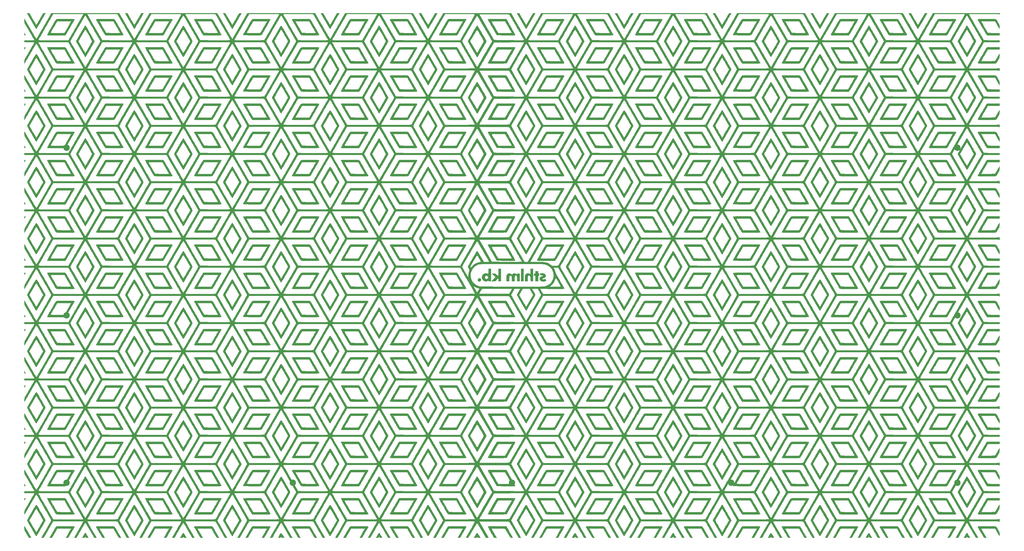
<source format=gbs>
G04 #@! TF.GenerationSoftware,KiCad,Pcbnew,7.0.2-0*
G04 #@! TF.CreationDate,2023-09-13T20:40:25+02:00*
G04 #@! TF.ProjectId,storre_base,73746f72-7265-45f6-9261-73652e6b6963,rev?*
G04 #@! TF.SameCoordinates,Original*
G04 #@! TF.FileFunction,Soldermask,Bot*
G04 #@! TF.FilePolarity,Negative*
%FSLAX46Y46*%
G04 Gerber Fmt 4.6, Leading zero omitted, Abs format (unit mm)*
G04 Created by KiCad (PCBNEW 7.0.2-0) date 2023-09-13 20:40:25*
%MOMM*%
%LPD*%
G01*
G04 APERTURE LIST*
%ADD10C,2.200000*%
G04 APERTURE END LIST*
G36*
X211787592Y-113810666D02*
G01*
X211787592Y-116012000D01*
X211320368Y-116012000D01*
X210853144Y-116012000D01*
X210853144Y-113810666D01*
X210853144Y-111609333D01*
X211320368Y-111609333D01*
X211787592Y-111609333D01*
X211787592Y-113810666D01*
G37*
G36*
X38030928Y-186861179D02*
G01*
X38102067Y-186991352D01*
X38189190Y-187208838D01*
X38202690Y-187348012D01*
X38145443Y-187417442D01*
X37982900Y-187470666D01*
X37911614Y-187463330D01*
X37846098Y-187406659D01*
X37817259Y-187260016D01*
X37811138Y-186983833D01*
X37811942Y-186497000D01*
X38030928Y-186861179D01*
G37*
G36*
X38030928Y-167218512D02*
G01*
X38102067Y-167348686D01*
X38189190Y-167566171D01*
X38202690Y-167705346D01*
X38145443Y-167774776D01*
X37982900Y-167828000D01*
X37911614Y-167820663D01*
X37846098Y-167763992D01*
X37817259Y-167617349D01*
X37811138Y-167341166D01*
X37811942Y-166854333D01*
X38030928Y-167218512D01*
G37*
G36*
X38030928Y-147575846D02*
G01*
X38102067Y-147706019D01*
X38189190Y-147923505D01*
X38202690Y-148062679D01*
X38145443Y-148132109D01*
X37982900Y-148185333D01*
X37911614Y-148177997D01*
X37846098Y-148121326D01*
X37817259Y-147974683D01*
X37811138Y-147698500D01*
X37811942Y-147211666D01*
X38030928Y-147575846D01*
G37*
G36*
X38030928Y-127933179D02*
G01*
X38102067Y-128063352D01*
X38189190Y-128280838D01*
X38202690Y-128420012D01*
X38145443Y-128489442D01*
X37982900Y-128542666D01*
X37911614Y-128535330D01*
X37846098Y-128478659D01*
X37817259Y-128332016D01*
X37811138Y-128055833D01*
X37811942Y-127569000D01*
X38030928Y-127933179D01*
G37*
G36*
X38030928Y-108290512D02*
G01*
X38102067Y-108420686D01*
X38189190Y-108638171D01*
X38202690Y-108777346D01*
X38145443Y-108846776D01*
X37982900Y-108900000D01*
X37911614Y-108892663D01*
X37846098Y-108835992D01*
X37817259Y-108689349D01*
X37811138Y-108413166D01*
X37811942Y-107926333D01*
X38030928Y-108290512D01*
G37*
G36*
X38030928Y-88647846D02*
G01*
X38102067Y-88778019D01*
X38189190Y-88995505D01*
X38202690Y-89134679D01*
X38145443Y-89204109D01*
X37982900Y-89257333D01*
X37911614Y-89249997D01*
X37846098Y-89193326D01*
X37817259Y-89046683D01*
X37811138Y-88770500D01*
X37811942Y-88283666D01*
X38030928Y-88647846D01*
G37*
G36*
X38030928Y-69005179D02*
G01*
X38102067Y-69135352D01*
X38189190Y-69352838D01*
X38202690Y-69492012D01*
X38145443Y-69561442D01*
X37982900Y-69614666D01*
X37911614Y-69607330D01*
X37846098Y-69550659D01*
X37817259Y-69404016D01*
X37811138Y-69127833D01*
X37811942Y-68641000D01*
X38030928Y-69005179D01*
G37*
G36*
X38030928Y-49362512D02*
G01*
X38102067Y-49492686D01*
X38189190Y-49710171D01*
X38202690Y-49849346D01*
X38145443Y-49918776D01*
X37982900Y-49972000D01*
X37911614Y-49964663D01*
X37846098Y-49907992D01*
X37817259Y-49761349D01*
X37811138Y-49485166D01*
X37811942Y-48998333D01*
X38030928Y-49362512D01*
G37*
G36*
X38030928Y-29719846D02*
G01*
X38102067Y-29850019D01*
X38189190Y-30067505D01*
X38202690Y-30206679D01*
X38145443Y-30276109D01*
X37982900Y-30329333D01*
X37911614Y-30321997D01*
X37846098Y-30265326D01*
X37817259Y-30118683D01*
X37811138Y-29842500D01*
X37811942Y-29355666D01*
X38030928Y-29719846D01*
G37*
G36*
X38057372Y-191541276D02*
G01*
X38185062Y-191624096D01*
X38185069Y-191807175D01*
X38058404Y-192097369D01*
X37985800Y-192227133D01*
X37883401Y-192398774D01*
X37833346Y-192466000D01*
X37823885Y-192424572D01*
X37814120Y-192255431D01*
X37810334Y-192000333D01*
X37811900Y-191849164D01*
X37829977Y-191647922D01*
X37879722Y-191556350D01*
X37975221Y-191534666D01*
X38057372Y-191541276D01*
G37*
G36*
X38057372Y-171898609D02*
G01*
X38185062Y-171981429D01*
X38185069Y-172164508D01*
X38058404Y-172454702D01*
X37985800Y-172584466D01*
X37883401Y-172756108D01*
X37833346Y-172823333D01*
X37823885Y-172781906D01*
X37814120Y-172612764D01*
X37810334Y-172357666D01*
X37811900Y-172206498D01*
X37829977Y-172005255D01*
X37879722Y-171913683D01*
X37975221Y-171892000D01*
X38057372Y-171898609D01*
G37*
G36*
X38057372Y-152255942D02*
G01*
X38185062Y-152338763D01*
X38185069Y-152521842D01*
X38058404Y-152812035D01*
X37985800Y-152941799D01*
X37883401Y-153113441D01*
X37833346Y-153180666D01*
X37823885Y-153139239D01*
X37814120Y-152970098D01*
X37810334Y-152715000D01*
X37811900Y-152563831D01*
X37829977Y-152362589D01*
X37879722Y-152271016D01*
X37975221Y-152249333D01*
X38057372Y-152255942D01*
G37*
G36*
X38057372Y-132613276D02*
G01*
X38185062Y-132696096D01*
X38185069Y-132879175D01*
X38058404Y-133169369D01*
X37985800Y-133299133D01*
X37883401Y-133470774D01*
X37833346Y-133538000D01*
X37823885Y-133496572D01*
X37814120Y-133327431D01*
X37810334Y-133072333D01*
X37811900Y-132921164D01*
X37829977Y-132719922D01*
X37879722Y-132628350D01*
X37975221Y-132606666D01*
X38057372Y-132613276D01*
G37*
G36*
X38057372Y-112970609D02*
G01*
X38185062Y-113053429D01*
X38185069Y-113236508D01*
X38058404Y-113526702D01*
X37985800Y-113656466D01*
X37883401Y-113828108D01*
X37833346Y-113895333D01*
X37823885Y-113853906D01*
X37814120Y-113684764D01*
X37810334Y-113429666D01*
X37811900Y-113278498D01*
X37829977Y-113077255D01*
X37879722Y-112985683D01*
X37975221Y-112964000D01*
X38057372Y-112970609D01*
G37*
G36*
X38057372Y-93327942D02*
G01*
X38185062Y-93410763D01*
X38185069Y-93593842D01*
X38058404Y-93884035D01*
X37985800Y-94013799D01*
X37883401Y-94185441D01*
X37833346Y-94252666D01*
X37823885Y-94211239D01*
X37814120Y-94042098D01*
X37810334Y-93787000D01*
X37811900Y-93635831D01*
X37829977Y-93434589D01*
X37879722Y-93343016D01*
X37975221Y-93321333D01*
X38057372Y-93327942D01*
G37*
G36*
X38057372Y-73685276D02*
G01*
X38185062Y-73768096D01*
X38185069Y-73951175D01*
X38058404Y-74241369D01*
X37985800Y-74371133D01*
X37883401Y-74542774D01*
X37833346Y-74610000D01*
X37823885Y-74568572D01*
X37814120Y-74399431D01*
X37810334Y-74144333D01*
X37811900Y-73993164D01*
X37829977Y-73791922D01*
X37879722Y-73700350D01*
X37975221Y-73678666D01*
X38057372Y-73685276D01*
G37*
G36*
X38057372Y-54042609D02*
G01*
X38185062Y-54125429D01*
X38185069Y-54308508D01*
X38058404Y-54598702D01*
X37985800Y-54728466D01*
X37883401Y-54900108D01*
X37833346Y-54967333D01*
X37823885Y-54925906D01*
X37814120Y-54756764D01*
X37810334Y-54501666D01*
X37811900Y-54350498D01*
X37829977Y-54149255D01*
X37879722Y-54057683D01*
X37975221Y-54036000D01*
X38057372Y-54042609D01*
G37*
G36*
X38057372Y-34399942D02*
G01*
X38185062Y-34482763D01*
X38185069Y-34665842D01*
X38058404Y-34956035D01*
X37985800Y-35085799D01*
X37883401Y-35257441D01*
X37833346Y-35324666D01*
X37823885Y-35283239D01*
X37814120Y-35114098D01*
X37810334Y-34859000D01*
X37811900Y-34707831D01*
X37829977Y-34506589D01*
X37879722Y-34415016D01*
X37975221Y-34393333D01*
X38057372Y-34399942D01*
G37*
G36*
X196558766Y-114947235D02*
G01*
X196815184Y-115132071D01*
X196973101Y-115372551D01*
X196980499Y-115609788D01*
X196830256Y-115873581D01*
X196756908Y-115951931D01*
X196506998Y-116084862D01*
X196234924Y-116091513D01*
X195985320Y-115986904D01*
X195802825Y-115786059D01*
X195732074Y-115504000D01*
X195735095Y-115437349D01*
X195829178Y-115158400D01*
X196024996Y-114974399D01*
X196281781Y-114899344D01*
X196558766Y-114947235D01*
G37*
G36*
X366243892Y-203647511D02*
G01*
X366353332Y-203759888D01*
X366526278Y-204006683D01*
X366753610Y-204374139D01*
X367026209Y-204848500D01*
X367345358Y-205420000D01*
X366923659Y-205420000D01*
X366670856Y-205407458D01*
X366488935Y-205350715D01*
X366364174Y-205229500D01*
X366226388Y-205039000D01*
X366088602Y-205229500D01*
X365981203Y-205339604D01*
X365809563Y-205403246D01*
X365529116Y-205420000D01*
X365107418Y-205420000D01*
X365426567Y-204848500D01*
X365504249Y-204710427D01*
X365765503Y-204263625D01*
X365979025Y-203927449D01*
X366135693Y-203715655D01*
X366226388Y-203642000D01*
X366243892Y-203647511D01*
G37*
G36*
X332094059Y-203647511D02*
G01*
X332203499Y-203759888D01*
X332376445Y-204006683D01*
X332603777Y-204374139D01*
X332876376Y-204848500D01*
X333195526Y-205420000D01*
X332773827Y-205420000D01*
X332521023Y-205407458D01*
X332339102Y-205350715D01*
X332214341Y-205229500D01*
X332076555Y-205039000D01*
X331938769Y-205229500D01*
X331831370Y-205339604D01*
X331659730Y-205403246D01*
X331379284Y-205420000D01*
X330957585Y-205420000D01*
X331276735Y-204848500D01*
X331354416Y-204710427D01*
X331615670Y-204263625D01*
X331829192Y-203927449D01*
X331985860Y-203715655D01*
X332076555Y-203642000D01*
X332094059Y-203647511D01*
G37*
G36*
X263879343Y-203647511D02*
G01*
X263988783Y-203759888D01*
X264161729Y-204006683D01*
X264389061Y-204374139D01*
X264661660Y-204848500D01*
X264980810Y-205420000D01*
X264559111Y-205420000D01*
X264306308Y-205407458D01*
X264124386Y-205350715D01*
X263999626Y-205229500D01*
X263861839Y-205039000D01*
X263724053Y-205229500D01*
X263616654Y-205339604D01*
X263445014Y-205403246D01*
X263164568Y-205420000D01*
X262742869Y-205420000D01*
X263062019Y-204848500D01*
X263139700Y-204710427D01*
X263400955Y-204263625D01*
X263614476Y-203927449D01*
X263771144Y-203715655D01*
X263861839Y-203642000D01*
X263879343Y-203647511D01*
G37*
G36*
X229729511Y-203647511D02*
G01*
X229838950Y-203759888D01*
X230011896Y-204006683D01*
X230239229Y-204374139D01*
X230511827Y-204848500D01*
X230830977Y-205420000D01*
X230409278Y-205420000D01*
X230156475Y-205407458D01*
X229974553Y-205350715D01*
X229849793Y-205229500D01*
X229712007Y-205039000D01*
X229574220Y-205229500D01*
X229466822Y-205339604D01*
X229295182Y-205403246D01*
X229014735Y-205420000D01*
X228593036Y-205420000D01*
X228912186Y-204848500D01*
X228989867Y-204710427D01*
X229251122Y-204263625D01*
X229464643Y-203927449D01*
X229621311Y-203715655D01*
X229712007Y-203642000D01*
X229729511Y-203647511D01*
G37*
G36*
X161429845Y-203647511D02*
G01*
X161539285Y-203759888D01*
X161712231Y-204006683D01*
X161939563Y-204374139D01*
X162212162Y-204848500D01*
X162531311Y-205420000D01*
X162109613Y-205420000D01*
X161856809Y-205407458D01*
X161674888Y-205350715D01*
X161550127Y-205229500D01*
X161412341Y-205039000D01*
X161274555Y-205229500D01*
X161167156Y-205339604D01*
X160995516Y-205403246D01*
X160715070Y-205420000D01*
X160293371Y-205420000D01*
X160612520Y-204848500D01*
X160690202Y-204710427D01*
X160951456Y-204263625D01*
X161164978Y-203927449D01*
X161321646Y-203715655D01*
X161412341Y-203642000D01*
X161429845Y-203647511D01*
G37*
G36*
X93215129Y-203647511D02*
G01*
X93324569Y-203759888D01*
X93497515Y-204006683D01*
X93724847Y-204374139D01*
X93997446Y-204848500D01*
X94316596Y-205420000D01*
X93894897Y-205420000D01*
X93642094Y-205407458D01*
X93460172Y-205350715D01*
X93335412Y-205229500D01*
X93197625Y-205039000D01*
X93059839Y-205229500D01*
X92952440Y-205339604D01*
X92780800Y-205403246D01*
X92500354Y-205420000D01*
X92078655Y-205420000D01*
X92397805Y-204848500D01*
X92475486Y-204710427D01*
X92736741Y-204263625D01*
X92950262Y-203927449D01*
X93106930Y-203715655D01*
X93197625Y-203642000D01*
X93215129Y-203647511D01*
G37*
G36*
X59065297Y-203647511D02*
G01*
X59174736Y-203759888D01*
X59347682Y-204006683D01*
X59575015Y-204374139D01*
X59847613Y-204848500D01*
X60166763Y-205420000D01*
X59745064Y-205420000D01*
X59492261Y-205407458D01*
X59310339Y-205350715D01*
X59185579Y-205229500D01*
X59047793Y-205039000D01*
X58910006Y-205229500D01*
X58802608Y-205339604D01*
X58630968Y-205403246D01*
X58350521Y-205420000D01*
X57928822Y-205420000D01*
X58247972Y-204848500D01*
X58325653Y-204710427D01*
X58586908Y-204263625D01*
X58800429Y-203927449D01*
X58957097Y-203715655D01*
X59047793Y-203642000D01*
X59065297Y-203647511D01*
G37*
G36*
X195565926Y-203600079D02*
G01*
X195656257Y-203679314D01*
X195807470Y-203876184D01*
X195999400Y-204162440D01*
X196211883Y-204509833D01*
X196745415Y-205420000D01*
X196242965Y-205420000D01*
X196241885Y-205419999D01*
X195932026Y-205406955D01*
X195748997Y-205361027D01*
X195651345Y-205271833D01*
X195615638Y-205214658D01*
X195550816Y-205168742D01*
X195473003Y-205271833D01*
X195472811Y-205272152D01*
X195374978Y-205361210D01*
X195191652Y-205407032D01*
X194881382Y-205420000D01*
X194378933Y-205420000D01*
X194912464Y-204509833D01*
X194928637Y-204482333D01*
X195140280Y-204138539D01*
X195329860Y-203857998D01*
X195477213Y-203668957D01*
X195562174Y-203599666D01*
X195565926Y-203600079D01*
G37*
G36*
X38162691Y-201821666D02*
G01*
X38187905Y-201864455D01*
X38377447Y-202186909D01*
X38549974Y-202481618D01*
X38670887Y-202689500D01*
X38853523Y-203005762D01*
X39029948Y-203310802D01*
X39196859Y-203598638D01*
X39385885Y-203923806D01*
X39628657Y-204340839D01*
X39796642Y-204631925D01*
X39970529Y-204939562D01*
X40097640Y-205171803D01*
X40158340Y-205293339D01*
X40160589Y-205299447D01*
X40152502Y-205373708D01*
X40039102Y-205410248D01*
X39788469Y-205420000D01*
X39369831Y-205420000D01*
X38951119Y-204689185D01*
X38909883Y-204617220D01*
X38678125Y-204213319D01*
X38500962Y-203906162D01*
X38352872Y-203651889D01*
X38208332Y-203406642D01*
X38041821Y-203126561D01*
X37990041Y-203037231D01*
X37895116Y-202838757D01*
X37841008Y-202632941D01*
X37816865Y-202365852D01*
X37811837Y-201983561D01*
X37813340Y-201229000D01*
X38162691Y-201821666D01*
G37*
G36*
X297960550Y-203671264D02*
G01*
X298062761Y-203781621D01*
X298217739Y-203991703D01*
X298403565Y-204267343D01*
X298598317Y-204574373D01*
X298780073Y-204878626D01*
X298926911Y-205145934D01*
X299016912Y-205342130D01*
X298996282Y-205371215D01*
X298853549Y-205406306D01*
X298616389Y-205420000D01*
X298359514Y-205407992D01*
X298191469Y-205356994D01*
X298096622Y-205250666D01*
X298025099Y-205147231D01*
X297929458Y-205081333D01*
X297874296Y-205113872D01*
X297799298Y-205250666D01*
X297797458Y-205256311D01*
X297730884Y-205358463D01*
X297589508Y-205407419D01*
X297326349Y-205420000D01*
X297077268Y-205407665D01*
X296936199Y-205350111D01*
X296936329Y-205224883D01*
X297063401Y-205009736D01*
X297187838Y-204816649D01*
X297273840Y-204658000D01*
X297378203Y-204444357D01*
X297533480Y-204176803D01*
X297698295Y-203928145D01*
X297843363Y-203742176D01*
X297939403Y-203662688D01*
X297960550Y-203671264D01*
G37*
G36*
X127296336Y-203671264D02*
G01*
X127398547Y-203781621D01*
X127553525Y-203991703D01*
X127739351Y-204267343D01*
X127934103Y-204574373D01*
X128115859Y-204878626D01*
X128262697Y-205145934D01*
X128352698Y-205342130D01*
X128332068Y-205371215D01*
X128189335Y-205406306D01*
X127952175Y-205420000D01*
X127695300Y-205407992D01*
X127527255Y-205356994D01*
X127432408Y-205250666D01*
X127360885Y-205147231D01*
X127265244Y-205081333D01*
X127210082Y-205113872D01*
X127135084Y-205250666D01*
X127133244Y-205256311D01*
X127066670Y-205358463D01*
X126925294Y-205407419D01*
X126662135Y-205420000D01*
X126413054Y-205407665D01*
X126271985Y-205350111D01*
X126272115Y-205224883D01*
X126399187Y-205009736D01*
X126523624Y-204816649D01*
X126609626Y-204658000D01*
X126713989Y-204444357D01*
X126869266Y-204176803D01*
X127034081Y-203928145D01*
X127179149Y-203742176D01*
X127275189Y-203662688D01*
X127296336Y-203671264D01*
G37*
G36*
X203887257Y-113810666D02*
G01*
X203887257Y-116012000D01*
X203420033Y-116012000D01*
X202952809Y-116012000D01*
X202952809Y-115504000D01*
X202944850Y-115272843D01*
X202918684Y-115072917D01*
X202880599Y-114996000D01*
X202868040Y-115000008D01*
X202759611Y-115087426D01*
X202581452Y-115265771D01*
X202365066Y-115504000D01*
X201921744Y-116012000D01*
X201186038Y-116012000D01*
X200450332Y-116012000D01*
X201193405Y-115267955D01*
X201936479Y-114523911D01*
X201276584Y-113917776D01*
X200616689Y-113311640D01*
X201299481Y-113307153D01*
X201982273Y-113302666D01*
X202400635Y-113726000D01*
X202412220Y-113737697D01*
X202627343Y-113945520D01*
X202797194Y-114093164D01*
X202885904Y-114149333D01*
X202897893Y-114128765D01*
X202919606Y-113975273D01*
X202937025Y-113696361D01*
X202948606Y-113321293D01*
X202952809Y-112879333D01*
X202952809Y-111609333D01*
X203420033Y-111609333D01*
X203887257Y-111609333D01*
X203887257Y-113810666D01*
G37*
G36*
X215100635Y-113810666D02*
G01*
X215100635Y-116012000D01*
X214643292Y-116012000D01*
X214185948Y-116012000D01*
X214151415Y-115155096D01*
X214134432Y-114798758D01*
X214109801Y-114520887D01*
X214071423Y-114342934D01*
X214010878Y-114227978D01*
X213919749Y-114139096D01*
X213743533Y-114022390D01*
X213548797Y-113994783D01*
X213365232Y-114113047D01*
X213359617Y-114118837D01*
X213297564Y-114226327D01*
X213258280Y-114409869D01*
X213237696Y-114700447D01*
X213231739Y-115129047D01*
X213231739Y-116012000D01*
X212722040Y-116012000D01*
X212212341Y-116012000D01*
X212212659Y-114974833D01*
X212216321Y-114528933D01*
X212230449Y-114201775D01*
X212259739Y-113972193D01*
X212308889Y-113803844D01*
X212382597Y-113660389D01*
X212460734Y-113552944D01*
X212751636Y-113328496D01*
X213115909Y-113220639D01*
X213509936Y-113237299D01*
X213890100Y-113386405D01*
X214166187Y-113554177D01*
X214166187Y-112581755D01*
X214166187Y-111609333D01*
X214633411Y-111609333D01*
X215100635Y-111609333D01*
X215100635Y-113810666D01*
G37*
G36*
X216884582Y-112879333D02*
G01*
X216885309Y-112977249D01*
X216901750Y-113185775D01*
X216952575Y-113280378D01*
X217054482Y-113302666D01*
X217066687Y-113302812D01*
X217167105Y-113332983D01*
X217213265Y-113445571D01*
X217224381Y-113683666D01*
X217224316Y-113711037D01*
X217210862Y-113936224D01*
X217160655Y-114039737D01*
X217054482Y-114064666D01*
X217012944Y-114066866D01*
X216953403Y-114094403D01*
X216915796Y-114176670D01*
X216895122Y-114342316D01*
X216886384Y-114619987D01*
X216884582Y-115038333D01*
X216884582Y-116012000D01*
X216374883Y-116012000D01*
X215865184Y-116012000D01*
X215865184Y-115038333D01*
X215865184Y-114064666D01*
X215610334Y-114064666D01*
X215514190Y-114062512D01*
X215405528Y-114028913D01*
X215362873Y-113917949D01*
X215355485Y-113683666D01*
X215356926Y-113539930D01*
X215379400Y-113377481D01*
X215453624Y-113313711D01*
X215610334Y-113302666D01*
X215736185Y-113297913D01*
X215825382Y-113254902D01*
X215859616Y-113129936D01*
X215865184Y-112879333D01*
X215865184Y-112456000D01*
X216374883Y-112456000D01*
X216884582Y-112456000D01*
X216884582Y-112879333D01*
G37*
G36*
X200404314Y-116012000D02*
G01*
X199937090Y-116012000D01*
X199663356Y-116001388D01*
X199513008Y-115962291D01*
X199469866Y-115886244D01*
X199455420Y-115826646D01*
X199375348Y-115829621D01*
X199193779Y-115928261D01*
X198939353Y-116043609D01*
X198531044Y-116094736D01*
X198127755Y-116006742D01*
X197760926Y-115793910D01*
X197461999Y-115470525D01*
X197262418Y-115050870D01*
X197246267Y-114992463D01*
X197209854Y-114550294D01*
X198288531Y-114550294D01*
X198315304Y-114841356D01*
X198450468Y-115080666D01*
X198463288Y-115093093D01*
X198716836Y-115230685D01*
X198995138Y-115213132D01*
X199261353Y-115042181D01*
X199261522Y-115042013D01*
X199434401Y-114798748D01*
X199444742Y-114557075D01*
X199293801Y-114287751D01*
X199180570Y-114179789D01*
X198921270Y-114071437D01*
X198647509Y-114083061D01*
X198421159Y-114219500D01*
X198372760Y-114284200D01*
X198288531Y-114550294D01*
X197209854Y-114550294D01*
X197208319Y-114531651D01*
X197311467Y-114081188D01*
X197539518Y-113684965D01*
X197876280Y-113386875D01*
X197950890Y-113347299D01*
X198261585Y-113252299D01*
X198613314Y-113218303D01*
X198940493Y-113247557D01*
X199177543Y-113342307D01*
X199295535Y-113421097D01*
X199406154Y-113469307D01*
X199428287Y-113411948D01*
X199449829Y-113216344D01*
X199464468Y-112914570D01*
X199469866Y-112540666D01*
X199469866Y-111609333D01*
X199937090Y-111609333D01*
X200404314Y-111609333D01*
X200404314Y-113810666D01*
X200404314Y-114557075D01*
X200404314Y-116012000D01*
G37*
G36*
X218552737Y-113183533D02*
G01*
X218592079Y-113193358D01*
X219013244Y-113362116D01*
X219312337Y-113608244D01*
X219473984Y-113913923D01*
X219482809Y-114261337D01*
X219467559Y-114328193D01*
X219342070Y-114600841D01*
X219111892Y-114789235D01*
X218745586Y-114921531D01*
X218529681Y-114986624D01*
X218373497Y-115075956D01*
X218328729Y-115189864D01*
X218328850Y-115201536D01*
X218356090Y-115295121D01*
X218461652Y-115326706D01*
X218689766Y-115311151D01*
X218761701Y-115302366D01*
X219029328Y-115259165D01*
X219223750Y-115212825D01*
X219324365Y-115197862D01*
X219431310Y-115267150D01*
X219545953Y-115467015D01*
X219638151Y-115665620D01*
X219654287Y-115784464D01*
X219563991Y-115864772D01*
X219344244Y-115963167D01*
X219230728Y-116002680D01*
X218922542Y-116066633D01*
X218596417Y-116093352D01*
X218378097Y-116085012D01*
X217924396Y-115983497D01*
X217588864Y-115772854D01*
X217380757Y-115460559D01*
X217309331Y-115054083D01*
X217314761Y-114966134D01*
X217434474Y-114661596D01*
X217702645Y-114420519D01*
X218108116Y-114254081D01*
X218167244Y-114237478D01*
X218416195Y-114132005D01*
X218498629Y-114011886D01*
X218498267Y-113998554D01*
X218461383Y-113924063D01*
X218336167Y-113898842D01*
X218083238Y-113913569D01*
X217891241Y-113929089D01*
X217723269Y-113915770D01*
X217622938Y-113837356D01*
X217531064Y-113667469D01*
X217508853Y-113620603D01*
X217427280Y-113438832D01*
X217394281Y-113348130D01*
X217440334Y-113312817D01*
X217611423Y-113264276D01*
X217860224Y-113219686D01*
X218134722Y-113186439D01*
X218382898Y-113171924D01*
X218552737Y-113183533D01*
G37*
G36*
X347464955Y-23779674D02*
G01*
X347618394Y-24047375D01*
X347870378Y-24485534D01*
X348099406Y-24882069D01*
X348285135Y-25201790D01*
X348407219Y-25409508D01*
X348476652Y-25526714D01*
X348679478Y-25874550D01*
X348866706Y-26201833D01*
X348962096Y-26362375D01*
X349081285Y-26536395D01*
X349151472Y-26604000D01*
X349193570Y-26570371D01*
X349301015Y-26424320D01*
X349436237Y-26201833D01*
X349504334Y-26081886D01*
X349706148Y-25731973D01*
X349895724Y-25409508D01*
X349960042Y-25300554D01*
X350122680Y-25021542D01*
X350336780Y-24651597D01*
X350581998Y-24225911D01*
X350837988Y-23779674D01*
X351547582Y-22540000D01*
X351963574Y-22540000D01*
X352108361Y-22542825D01*
X352303202Y-22559079D01*
X352379565Y-22584966D01*
X352368811Y-22611701D01*
X352282995Y-22774180D01*
X352111883Y-23081222D01*
X351856012Y-23531885D01*
X351515920Y-24125225D01*
X351092144Y-24860300D01*
X350585220Y-25736166D01*
X350427312Y-26009184D01*
X350267418Y-26286500D01*
X350130586Y-26523934D01*
X349869612Y-26974449D01*
X349640607Y-27366749D01*
X349460923Y-27671181D01*
X349347910Y-27858090D01*
X349238491Y-27981762D01*
X349125371Y-28020551D01*
X349099811Y-28005893D01*
X349036778Y-27939173D01*
X348941699Y-27806229D01*
X348804347Y-27590774D01*
X348614493Y-27276524D01*
X348361911Y-26847194D01*
X348036375Y-26286500D01*
X347878399Y-26013539D01*
X347717723Y-25736166D01*
X347453867Y-25280634D01*
X346988455Y-24475055D01*
X346606459Y-23810739D01*
X346308417Y-23288629D01*
X346094864Y-22909668D01*
X345966339Y-22674800D01*
X345923378Y-22584966D01*
X345949520Y-22569315D01*
X346099886Y-22548254D01*
X346339369Y-22540000D01*
X346755361Y-22540000D01*
X347464955Y-23779674D01*
G37*
G36*
X313315122Y-23779674D02*
G01*
X313468562Y-24047375D01*
X313720545Y-24485534D01*
X313949574Y-24882069D01*
X314135302Y-25201790D01*
X314257386Y-25409508D01*
X314326819Y-25526714D01*
X314529645Y-25874550D01*
X314716874Y-26201833D01*
X314812263Y-26362375D01*
X314931453Y-26536395D01*
X315001639Y-26604000D01*
X315043738Y-26570371D01*
X315151183Y-26424320D01*
X315286404Y-26201833D01*
X315354501Y-26081886D01*
X315556316Y-25731973D01*
X315745892Y-25409508D01*
X315810209Y-25300554D01*
X315972847Y-25021542D01*
X316186948Y-24651597D01*
X316432165Y-24225911D01*
X316688155Y-23779674D01*
X317397749Y-22540000D01*
X317813741Y-22540000D01*
X317958528Y-22542825D01*
X318153369Y-22559079D01*
X318229732Y-22584966D01*
X318218978Y-22611701D01*
X318133162Y-22774180D01*
X317962050Y-23081222D01*
X317706180Y-23531885D01*
X317366088Y-24125225D01*
X316942311Y-24860300D01*
X316435387Y-25736166D01*
X316277479Y-26009184D01*
X316117585Y-26286500D01*
X315980753Y-26523934D01*
X315719779Y-26974449D01*
X315490775Y-27366749D01*
X315311090Y-27671181D01*
X315198077Y-27858090D01*
X315088658Y-27981762D01*
X314975539Y-28020551D01*
X314949978Y-28005893D01*
X314886946Y-27939173D01*
X314791867Y-27806229D01*
X314654514Y-27590774D01*
X314464660Y-27276524D01*
X314212079Y-26847194D01*
X313886542Y-26286500D01*
X313728566Y-26013539D01*
X313567891Y-25736166D01*
X313304034Y-25280634D01*
X312838622Y-24475055D01*
X312456627Y-23810739D01*
X312158584Y-23288629D01*
X311945032Y-22909668D01*
X311816506Y-22674800D01*
X311773545Y-22584966D01*
X311799687Y-22569315D01*
X311950053Y-22548254D01*
X312189537Y-22540000D01*
X312605528Y-22540000D01*
X313315122Y-23779674D01*
G37*
G36*
X245100406Y-23779674D02*
G01*
X245253846Y-24047375D01*
X245505829Y-24485534D01*
X245734858Y-24882069D01*
X245920587Y-25201790D01*
X246042670Y-25409508D01*
X246112104Y-25526714D01*
X246314930Y-25874550D01*
X246502158Y-26201833D01*
X246597547Y-26362375D01*
X246716737Y-26536395D01*
X246786923Y-26604000D01*
X246829022Y-26570371D01*
X246936467Y-26424320D01*
X247071688Y-26201833D01*
X247139786Y-26081886D01*
X247341600Y-25731973D01*
X247531176Y-25409508D01*
X247595493Y-25300554D01*
X247758131Y-25021542D01*
X247972232Y-24651597D01*
X248217450Y-24225911D01*
X248473440Y-23779674D01*
X249183033Y-22540000D01*
X249599025Y-22540000D01*
X249743813Y-22542825D01*
X249938654Y-22559079D01*
X250015017Y-22584966D01*
X250004262Y-22611701D01*
X249918446Y-22774180D01*
X249747334Y-23081222D01*
X249491464Y-23531885D01*
X249151372Y-24125225D01*
X248727595Y-24860300D01*
X248220671Y-25736166D01*
X248062764Y-26009184D01*
X247902869Y-26286500D01*
X247766038Y-26523934D01*
X247505063Y-26974449D01*
X247276059Y-27366749D01*
X247096375Y-27671181D01*
X246983361Y-27858090D01*
X246873942Y-27981762D01*
X246760823Y-28020551D01*
X246735262Y-28005893D01*
X246672230Y-27939173D01*
X246577151Y-27806229D01*
X246439798Y-27590774D01*
X246249944Y-27276524D01*
X245997363Y-26847194D01*
X245671826Y-26286500D01*
X245513850Y-26013539D01*
X245353175Y-25736166D01*
X245089319Y-25280634D01*
X244623907Y-24475055D01*
X244241911Y-23810739D01*
X243943868Y-23288629D01*
X243730316Y-22909668D01*
X243601790Y-22674800D01*
X243558829Y-22584966D01*
X243584971Y-22569315D01*
X243735338Y-22548254D01*
X243974821Y-22540000D01*
X244390813Y-22540000D01*
X245100406Y-23779674D01*
G37*
G36*
X210950574Y-23779674D02*
G01*
X211104013Y-24047375D01*
X211355997Y-24485534D01*
X211585025Y-24882069D01*
X211770754Y-25201790D01*
X211892837Y-25409508D01*
X211962271Y-25526714D01*
X212165097Y-25874550D01*
X212352325Y-26201833D01*
X212447715Y-26362375D01*
X212566904Y-26536395D01*
X212637090Y-26604000D01*
X212679189Y-26570371D01*
X212786634Y-26424320D01*
X212921855Y-26201833D01*
X212989953Y-26081886D01*
X213191767Y-25731973D01*
X213381343Y-25409508D01*
X213445661Y-25300554D01*
X213608299Y-25021542D01*
X213822399Y-24651597D01*
X214067617Y-24225911D01*
X214323607Y-23779674D01*
X215033201Y-22540000D01*
X215449192Y-22540000D01*
X215593980Y-22542825D01*
X215788821Y-22559079D01*
X215865184Y-22584966D01*
X215854430Y-22611701D01*
X215768613Y-22774180D01*
X215597502Y-23081222D01*
X215341631Y-23531885D01*
X215001539Y-24125225D01*
X214577762Y-24860300D01*
X214070838Y-25736166D01*
X213912931Y-26009184D01*
X213753037Y-26286500D01*
X213616205Y-26523934D01*
X213355231Y-26974449D01*
X213126226Y-27366749D01*
X212946542Y-27671181D01*
X212833528Y-27858090D01*
X212724110Y-27981762D01*
X212610990Y-28020551D01*
X212585430Y-28005893D01*
X212522397Y-27939173D01*
X212427318Y-27806229D01*
X212289965Y-27590774D01*
X212100112Y-27276524D01*
X211847530Y-26847194D01*
X211521993Y-26286500D01*
X211364017Y-26013539D01*
X211203342Y-25736166D01*
X210939486Y-25280634D01*
X210474074Y-24475055D01*
X210092078Y-23810739D01*
X209794036Y-23288629D01*
X209580483Y-22909668D01*
X209451958Y-22674800D01*
X209408997Y-22584966D01*
X209435138Y-22569315D01*
X209585505Y-22548254D01*
X209824988Y-22540000D01*
X210240980Y-22540000D01*
X210950574Y-23779674D01*
G37*
G36*
X208637184Y-113218997D02*
G01*
X208882697Y-113273250D01*
X209134963Y-113387649D01*
X209277464Y-113472549D01*
X209421903Y-113542398D01*
X209481978Y-113526689D01*
X209493946Y-113429666D01*
X209534343Y-113354076D01*
X209679406Y-113314068D01*
X209961171Y-113302666D01*
X210428395Y-113302666D01*
X210428395Y-114657333D01*
X210428395Y-116012000D01*
X209972528Y-116012000D01*
X209516661Y-116012000D01*
X209476738Y-115185669D01*
X209446707Y-114749692D01*
X209392101Y-114382100D01*
X209309020Y-114144999D01*
X209189786Y-114017821D01*
X209026722Y-113980000D01*
X209019477Y-113980044D01*
X208865050Y-114014028D01*
X208757615Y-114126521D01*
X208689890Y-114339994D01*
X208654595Y-114676919D01*
X208644448Y-115159767D01*
X208644448Y-116012000D01*
X208134749Y-116012000D01*
X207625050Y-116012000D01*
X207625050Y-115165333D01*
X207623642Y-114905396D01*
X207612467Y-114590162D01*
X207584833Y-114384027D01*
X207534481Y-114249561D01*
X207455150Y-114149333D01*
X207357553Y-114062756D01*
X207152358Y-113970059D01*
X206989938Y-114038322D01*
X206871916Y-114265075D01*
X206799913Y-114647848D01*
X206775552Y-115184172D01*
X206775552Y-116012000D01*
X206265853Y-116012000D01*
X205756154Y-116012000D01*
X205756154Y-115035613D01*
X205757334Y-114839478D01*
X205778649Y-114325847D01*
X205832867Y-113945461D01*
X205927991Y-113672076D01*
X206072029Y-113479445D01*
X206272986Y-113341323D01*
X206356827Y-113303381D01*
X206739207Y-113234664D01*
X207124291Y-113307299D01*
X207453524Y-113512780D01*
X207554400Y-113603229D01*
X207673104Y-113669120D01*
X207733569Y-113617573D01*
X207736628Y-113610351D01*
X207864506Y-113480583D01*
X208094659Y-113353338D01*
X208365343Y-113256591D01*
X208614812Y-113218316D01*
X208637184Y-113218997D01*
G37*
G36*
X176800741Y-23779674D02*
G01*
X176954180Y-24047375D01*
X177206164Y-24485534D01*
X177435192Y-24882069D01*
X177620921Y-25201790D01*
X177743005Y-25409508D01*
X177812438Y-25526714D01*
X178015264Y-25874550D01*
X178202492Y-26201833D01*
X178297882Y-26362375D01*
X178417071Y-26536395D01*
X178487257Y-26604000D01*
X178529356Y-26570371D01*
X178636801Y-26424320D01*
X178772023Y-26201833D01*
X178840120Y-26081886D01*
X179041934Y-25731973D01*
X179231510Y-25409508D01*
X179295828Y-25300554D01*
X179458466Y-25021542D01*
X179672566Y-24651597D01*
X179917784Y-24225911D01*
X180173774Y-23779674D01*
X180883368Y-22540000D01*
X181299359Y-22540000D01*
X181444147Y-22542825D01*
X181638988Y-22559079D01*
X181715351Y-22584966D01*
X181704597Y-22611701D01*
X181618781Y-22774180D01*
X181447669Y-23081222D01*
X181191798Y-23531885D01*
X180851706Y-24125225D01*
X180427930Y-24860300D01*
X179921006Y-25736166D01*
X179763098Y-26009184D01*
X179603204Y-26286500D01*
X179466372Y-26523934D01*
X179205398Y-26974449D01*
X178976393Y-27366749D01*
X178796709Y-27671181D01*
X178683696Y-27858090D01*
X178574277Y-27981762D01*
X178461157Y-28020551D01*
X178435597Y-28005893D01*
X178372564Y-27939173D01*
X178277485Y-27806229D01*
X178140133Y-27590774D01*
X177950279Y-27276524D01*
X177697697Y-26847194D01*
X177372161Y-26286500D01*
X177214185Y-26013539D01*
X177053509Y-25736166D01*
X176789653Y-25280634D01*
X176324241Y-24475055D01*
X175942245Y-23810739D01*
X175644203Y-23288629D01*
X175430650Y-22909668D01*
X175302125Y-22674800D01*
X175259164Y-22584966D01*
X175285306Y-22569315D01*
X175435672Y-22548254D01*
X175675155Y-22540000D01*
X176091147Y-22540000D01*
X176800741Y-23779674D01*
G37*
G36*
X142650908Y-23779674D02*
G01*
X142804348Y-24047375D01*
X143056331Y-24485534D01*
X143285360Y-24882069D01*
X143471088Y-25201790D01*
X143593172Y-25409508D01*
X143662605Y-25526714D01*
X143865431Y-25874550D01*
X144052659Y-26201833D01*
X144148049Y-26362375D01*
X144267238Y-26536395D01*
X144337425Y-26604000D01*
X144379523Y-26570371D01*
X144486969Y-26424320D01*
X144622190Y-26201833D01*
X144690287Y-26081886D01*
X144892102Y-25731973D01*
X145081678Y-25409508D01*
X145145995Y-25300554D01*
X145308633Y-25021542D01*
X145522734Y-24651597D01*
X145767951Y-24225911D01*
X146023941Y-23779674D01*
X146733535Y-22540000D01*
X147149527Y-22540000D01*
X147294314Y-22542825D01*
X147489155Y-22559079D01*
X147565518Y-22584966D01*
X147554764Y-22611701D01*
X147468948Y-22774180D01*
X147297836Y-23081222D01*
X147041966Y-23531885D01*
X146701873Y-24125225D01*
X146278097Y-24860300D01*
X145771173Y-25736166D01*
X145613265Y-26009184D01*
X145453371Y-26286500D01*
X145316539Y-26523934D01*
X145055565Y-26974449D01*
X144826561Y-27366749D01*
X144646876Y-27671181D01*
X144533863Y-27858090D01*
X144424444Y-27981762D01*
X144311325Y-28020551D01*
X144285764Y-28005893D01*
X144222732Y-27939173D01*
X144127653Y-27806229D01*
X143990300Y-27590774D01*
X143800446Y-27276524D01*
X143547865Y-26847194D01*
X143222328Y-26286500D01*
X143064352Y-26013539D01*
X142903677Y-25736166D01*
X142639820Y-25280634D01*
X142174408Y-24475055D01*
X141792413Y-23810739D01*
X141494370Y-23288629D01*
X141280817Y-22909668D01*
X141152292Y-22674800D01*
X141109331Y-22584966D01*
X141135473Y-22569315D01*
X141285839Y-22548254D01*
X141525323Y-22540000D01*
X141941314Y-22540000D01*
X142650908Y-23779674D01*
G37*
G36*
X74436192Y-23779674D02*
G01*
X74589632Y-24047375D01*
X74841615Y-24485534D01*
X75070644Y-24882069D01*
X75256372Y-25201790D01*
X75378456Y-25409508D01*
X75447889Y-25526714D01*
X75650716Y-25874550D01*
X75837944Y-26201833D01*
X75933333Y-26362375D01*
X76052523Y-26536395D01*
X76122709Y-26604000D01*
X76164808Y-26570371D01*
X76272253Y-26424320D01*
X76407474Y-26201833D01*
X76475572Y-26081886D01*
X76677386Y-25731973D01*
X76866962Y-25409508D01*
X76931279Y-25300554D01*
X77093917Y-25021542D01*
X77308018Y-24651597D01*
X77553236Y-24225911D01*
X77809226Y-23779674D01*
X78518819Y-22540000D01*
X78934811Y-22540000D01*
X79079599Y-22542825D01*
X79274440Y-22559079D01*
X79350803Y-22584966D01*
X79340048Y-22611701D01*
X79254232Y-22774180D01*
X79083120Y-23081222D01*
X78827250Y-23531885D01*
X78487158Y-24125225D01*
X78063381Y-24860300D01*
X77556457Y-25736166D01*
X77398550Y-26009184D01*
X77238655Y-26286500D01*
X77101824Y-26523934D01*
X76840849Y-26974449D01*
X76611845Y-27366749D01*
X76432161Y-27671181D01*
X76319147Y-27858090D01*
X76209728Y-27981762D01*
X76096609Y-28020551D01*
X76071048Y-28005893D01*
X76008016Y-27939173D01*
X75912937Y-27806229D01*
X75775584Y-27590774D01*
X75585730Y-27276524D01*
X75333149Y-26847194D01*
X75007612Y-26286500D01*
X74849636Y-26013539D01*
X74688961Y-25736166D01*
X74425104Y-25280634D01*
X73959693Y-24475055D01*
X73577697Y-23810739D01*
X73279654Y-23288629D01*
X73066102Y-22909668D01*
X72937576Y-22674800D01*
X72894615Y-22584966D01*
X72920757Y-22569315D01*
X73071123Y-22548254D01*
X73310607Y-22540000D01*
X73726599Y-22540000D01*
X74436192Y-23779674D01*
G37*
G36*
X40286359Y-23779674D02*
G01*
X40439799Y-24047375D01*
X40691783Y-24485534D01*
X40920811Y-24882069D01*
X41106540Y-25201790D01*
X41228623Y-25409508D01*
X41298057Y-25526714D01*
X41500883Y-25874550D01*
X41688111Y-26201833D01*
X41783501Y-26362375D01*
X41902690Y-26536395D01*
X41972876Y-26604000D01*
X42014975Y-26570371D01*
X42122420Y-26424320D01*
X42257641Y-26201833D01*
X42325739Y-26081886D01*
X42527553Y-25731973D01*
X42717129Y-25409508D01*
X42781446Y-25300554D01*
X42944085Y-25021542D01*
X43158185Y-24651597D01*
X43403403Y-24225911D01*
X43659393Y-23779674D01*
X44368987Y-22540000D01*
X44784978Y-22540000D01*
X44929766Y-22542825D01*
X45124607Y-22559079D01*
X45200970Y-22584966D01*
X45190215Y-22611701D01*
X45104399Y-22774180D01*
X44933287Y-23081222D01*
X44677417Y-23531885D01*
X44337325Y-24125225D01*
X43913548Y-24860300D01*
X43406624Y-25736166D01*
X43248717Y-26009184D01*
X43088823Y-26286500D01*
X42951991Y-26523934D01*
X42691017Y-26974449D01*
X42462012Y-27366749D01*
X42282328Y-27671181D01*
X42169314Y-27858090D01*
X42059896Y-27981762D01*
X41946776Y-28020551D01*
X41921216Y-28005893D01*
X41858183Y-27939173D01*
X41763104Y-27806229D01*
X41625751Y-27590774D01*
X41435898Y-27276524D01*
X41183316Y-26847194D01*
X40857779Y-26286500D01*
X40699803Y-26013539D01*
X40539128Y-25736166D01*
X40275272Y-25280634D01*
X39809860Y-24475055D01*
X39427864Y-23810739D01*
X39129821Y-23288629D01*
X38916269Y-22909668D01*
X38787744Y-22674800D01*
X38744783Y-22584966D01*
X38770924Y-22569315D01*
X38921291Y-22548254D01*
X39160774Y-22540000D01*
X39576766Y-22540000D01*
X40286359Y-23779674D01*
G37*
G36*
X375155918Y-201355169D02*
G01*
X375585244Y-201365797D01*
X375914648Y-201389286D01*
X376162037Y-201430081D01*
X376345320Y-201492631D01*
X376482402Y-201581382D01*
X376591191Y-201700781D01*
X376689596Y-201855274D01*
X376795523Y-202049309D01*
X376926879Y-202287333D01*
X376972796Y-202367361D01*
X377162732Y-202698435D01*
X377332674Y-202994704D01*
X377450444Y-203200075D01*
X377475264Y-203246074D01*
X377554887Y-203466664D01*
X377596498Y-203760049D01*
X377607777Y-204173741D01*
X377605888Y-204869666D01*
X377439781Y-204658000D01*
X377292393Y-204446831D01*
X377143128Y-204192333D01*
X377069116Y-204055759D01*
X376919553Y-203790963D01*
X376726425Y-203455858D01*
X376513322Y-203091666D01*
X376014062Y-202245000D01*
X373626245Y-202222514D01*
X373524178Y-202221596D01*
X372915124Y-202217963D01*
X372368710Y-202217777D01*
X371906384Y-202220820D01*
X371549597Y-202226869D01*
X371319795Y-202235704D01*
X371238428Y-202247103D01*
X371250089Y-202276594D01*
X371329186Y-202429349D01*
X371469420Y-202685437D01*
X371654789Y-203016816D01*
X371869290Y-203395448D01*
X372096921Y-203793293D01*
X372321680Y-204182312D01*
X372527563Y-204534465D01*
X372698569Y-204821713D01*
X372818694Y-205016018D01*
X372874460Y-205104311D01*
X372980345Y-205285670D01*
X373022375Y-205380276D01*
X372988262Y-205396955D01*
X372827706Y-205409201D01*
X372579939Y-205403257D01*
X372137504Y-205377666D01*
X371550128Y-204361666D01*
X371505735Y-204284880D01*
X371277430Y-203890045D01*
X371070054Y-203531494D01*
X370904901Y-203246041D01*
X370803265Y-203070500D01*
X370645357Y-202797490D01*
X370485425Y-202520166D01*
X370461638Y-202478953D01*
X370301458Y-202204727D01*
X370136812Y-201926785D01*
X370111711Y-201885050D01*
X370031702Y-201749339D01*
X369981343Y-201639051D01*
X369974658Y-201551554D01*
X370025673Y-201484213D01*
X370148413Y-201434396D01*
X370356901Y-201399468D01*
X370665163Y-201376797D01*
X371087224Y-201363747D01*
X371637107Y-201357687D01*
X372328838Y-201355983D01*
X373176442Y-201356000D01*
X373925871Y-201354707D01*
X374608763Y-201352955D01*
X375155918Y-201355169D01*
G37*
G36*
X360327293Y-201356166D02*
G01*
X360978981Y-201358796D01*
X361492643Y-201366500D01*
X361882303Y-201381910D01*
X362161987Y-201407660D01*
X362345719Y-201446384D01*
X362447524Y-201500716D01*
X362481426Y-201573288D01*
X362461450Y-201666734D01*
X362401621Y-201783689D01*
X362315964Y-201926785D01*
X362288063Y-201973551D01*
X362118932Y-202259852D01*
X361967351Y-202520166D01*
X361810134Y-202793029D01*
X361649993Y-203070500D01*
X361569768Y-203209474D01*
X361412692Y-203481823D01*
X361215580Y-203823751D01*
X361003179Y-204192333D01*
X360828069Y-204495206D01*
X360637088Y-204823049D01*
X360485467Y-205080601D01*
X360395676Y-205229500D01*
X360394876Y-205230771D01*
X360287455Y-205348922D01*
X360123938Y-205405486D01*
X359848179Y-205420000D01*
X359690700Y-205415357D01*
X359511393Y-205392331D01*
X359456862Y-205356500D01*
X359676748Y-204973681D01*
X360110884Y-204216671D01*
X360466248Y-203595067D01*
X360747209Y-203101144D01*
X360958133Y-202727178D01*
X361103386Y-202465444D01*
X361187335Y-202308217D01*
X361214348Y-202247775D01*
X361212613Y-202246046D01*
X361108656Y-202234493D01*
X360859394Y-202224125D01*
X360486338Y-202215350D01*
X360010997Y-202208576D01*
X359454881Y-202204212D01*
X358839500Y-202202666D01*
X356464651Y-202202666D01*
X356109372Y-202816500D01*
X355927020Y-203129891D01*
X355687246Y-203539545D01*
X355423104Y-203989062D01*
X355165843Y-204425166D01*
X354577594Y-205420000D01*
X354155996Y-205420000D01*
X353734399Y-205420000D01*
X353872536Y-205153762D01*
X353940422Y-205029073D01*
X354089809Y-204766279D01*
X354283176Y-204433621D01*
X354495607Y-204074262D01*
X354604302Y-203891076D01*
X354887943Y-203407343D01*
X355180961Y-202901326D01*
X355434795Y-202456666D01*
X355584014Y-202196380D01*
X355771357Y-201880663D01*
X355923214Y-201637251D01*
X356016370Y-201504166D01*
X356040954Y-201479803D01*
X356099040Y-201445731D01*
X356193545Y-201418507D01*
X356341153Y-201397373D01*
X356558550Y-201381572D01*
X356862421Y-201370343D01*
X357269449Y-201362930D01*
X357796321Y-201358574D01*
X358459721Y-201356517D01*
X359276334Y-201356000D01*
X359523555Y-201355975D01*
X360327293Y-201356166D01*
G37*
G36*
X326177461Y-201356166D02*
G01*
X326829148Y-201358796D01*
X327342810Y-201366500D01*
X327732471Y-201381910D01*
X328012154Y-201407660D01*
X328195886Y-201446384D01*
X328297691Y-201500716D01*
X328331593Y-201573288D01*
X328311617Y-201666734D01*
X328251788Y-201783689D01*
X328166131Y-201926785D01*
X328138230Y-201973551D01*
X327969100Y-202259852D01*
X327817518Y-202520166D01*
X327660301Y-202793029D01*
X327500160Y-203070500D01*
X327419935Y-203209474D01*
X327262859Y-203481823D01*
X327065747Y-203823751D01*
X326853346Y-204192333D01*
X326678236Y-204495206D01*
X326487256Y-204823049D01*
X326335634Y-205080601D01*
X326245844Y-205229500D01*
X326245043Y-205230771D01*
X326137622Y-205348922D01*
X325974105Y-205405486D01*
X325698346Y-205420000D01*
X325540867Y-205415357D01*
X325361560Y-205392331D01*
X325307029Y-205356500D01*
X325526915Y-204973681D01*
X325961051Y-204216671D01*
X326316416Y-203595067D01*
X326597376Y-203101144D01*
X326808300Y-202727178D01*
X326953553Y-202465444D01*
X327037502Y-202308217D01*
X327064515Y-202247775D01*
X327062780Y-202246046D01*
X326958823Y-202234493D01*
X326709562Y-202224125D01*
X326336505Y-202215350D01*
X325861164Y-202208576D01*
X325305048Y-202204212D01*
X324689667Y-202202666D01*
X322314819Y-202202666D01*
X321959539Y-202816500D01*
X321777187Y-203129891D01*
X321537413Y-203539545D01*
X321273271Y-203989062D01*
X321016010Y-204425166D01*
X320427761Y-205420000D01*
X320006164Y-205420000D01*
X319584567Y-205420000D01*
X319722704Y-205153762D01*
X319790589Y-205029073D01*
X319939977Y-204766279D01*
X320133343Y-204433621D01*
X320345774Y-204074262D01*
X320454469Y-203891076D01*
X320738110Y-203407343D01*
X321031129Y-202901326D01*
X321284962Y-202456666D01*
X321434182Y-202196380D01*
X321621524Y-201880663D01*
X321773381Y-201637251D01*
X321866537Y-201504166D01*
X321891121Y-201479803D01*
X321949207Y-201445731D01*
X322043712Y-201418507D01*
X322191321Y-201397373D01*
X322408718Y-201381572D01*
X322712588Y-201370343D01*
X323119617Y-201362930D01*
X323646488Y-201358574D01*
X324309888Y-201356517D01*
X325126501Y-201356000D01*
X325373722Y-201355975D01*
X326177461Y-201356166D01*
G37*
G36*
X257962745Y-201356166D02*
G01*
X258614433Y-201358796D01*
X259128094Y-201366500D01*
X259517755Y-201381910D01*
X259797439Y-201407660D01*
X259981171Y-201446384D01*
X260082975Y-201500716D01*
X260116877Y-201573288D01*
X260096902Y-201666734D01*
X260037073Y-201783689D01*
X259951416Y-201926785D01*
X259923514Y-201973551D01*
X259754384Y-202259852D01*
X259602802Y-202520166D01*
X259445586Y-202793029D01*
X259285444Y-203070500D01*
X259205219Y-203209474D01*
X259048143Y-203481823D01*
X258851031Y-203823751D01*
X258638631Y-204192333D01*
X258463520Y-204495206D01*
X258272540Y-204823049D01*
X258120919Y-205080601D01*
X258031128Y-205229500D01*
X258030327Y-205230771D01*
X257922906Y-205348922D01*
X257759390Y-205405486D01*
X257483630Y-205420000D01*
X257326151Y-205415357D01*
X257146845Y-205392331D01*
X257092314Y-205356500D01*
X257312199Y-204973681D01*
X257746335Y-204216671D01*
X258101700Y-203595067D01*
X258382661Y-203101144D01*
X258593584Y-202727178D01*
X258738837Y-202465444D01*
X258822787Y-202308217D01*
X258849799Y-202247775D01*
X258848064Y-202246046D01*
X258744107Y-202234493D01*
X258494846Y-202224125D01*
X258121790Y-202215350D01*
X257646448Y-202208576D01*
X257090332Y-202204212D01*
X256474951Y-202202666D01*
X254100103Y-202202666D01*
X253744824Y-202816500D01*
X253562472Y-203129891D01*
X253322697Y-203539545D01*
X253058555Y-203989062D01*
X252801295Y-204425166D01*
X252213045Y-205420000D01*
X251791448Y-205420000D01*
X251369851Y-205420000D01*
X251507988Y-205153762D01*
X251575873Y-205029073D01*
X251725261Y-204766279D01*
X251918627Y-204433621D01*
X252131059Y-204074262D01*
X252239754Y-203891076D01*
X252523394Y-203407343D01*
X252816413Y-202901326D01*
X253070247Y-202456666D01*
X253219466Y-202196380D01*
X253406808Y-201880663D01*
X253558665Y-201637251D01*
X253651821Y-201504166D01*
X253676406Y-201479803D01*
X253734492Y-201445731D01*
X253828996Y-201418507D01*
X253976605Y-201397373D01*
X254194002Y-201381572D01*
X254497872Y-201370343D01*
X254904901Y-201362930D01*
X255431773Y-201358574D01*
X256095173Y-201356517D01*
X256911785Y-201356000D01*
X257159006Y-201355975D01*
X257962745Y-201356166D01*
G37*
G36*
X223812912Y-201356166D02*
G01*
X224464600Y-201358796D01*
X224978262Y-201366500D01*
X225367922Y-201381910D01*
X225647606Y-201407660D01*
X225831338Y-201446384D01*
X225933142Y-201500716D01*
X225967044Y-201573288D01*
X225947069Y-201666734D01*
X225887240Y-201783689D01*
X225801583Y-201926785D01*
X225773681Y-201973551D01*
X225604551Y-202259852D01*
X225452970Y-202520166D01*
X225295753Y-202793029D01*
X225135611Y-203070500D01*
X225055386Y-203209474D01*
X224898311Y-203481823D01*
X224701198Y-203823751D01*
X224488798Y-204192333D01*
X224313688Y-204495206D01*
X224122707Y-204823049D01*
X223971086Y-205080601D01*
X223881295Y-205229500D01*
X223880495Y-205230771D01*
X223773073Y-205348922D01*
X223609557Y-205405486D01*
X223333797Y-205420000D01*
X223176318Y-205415357D01*
X222997012Y-205392331D01*
X222942481Y-205356500D01*
X223162366Y-204973681D01*
X223596502Y-204216671D01*
X223951867Y-203595067D01*
X224232828Y-203101144D01*
X224443751Y-202727178D01*
X224589004Y-202465444D01*
X224672954Y-202308217D01*
X224699967Y-202247775D01*
X224698231Y-202246046D01*
X224594275Y-202234493D01*
X224345013Y-202224125D01*
X223971957Y-202215350D01*
X223496616Y-202208576D01*
X222940500Y-202204212D01*
X222325118Y-202202666D01*
X219950270Y-202202666D01*
X219594991Y-202816500D01*
X219412639Y-203129891D01*
X219172864Y-203539545D01*
X218908723Y-203989062D01*
X218651462Y-204425166D01*
X218063212Y-205420000D01*
X217641615Y-205420000D01*
X217220018Y-205420000D01*
X217358155Y-205153762D01*
X217426040Y-205029073D01*
X217575428Y-204766279D01*
X217768794Y-204433621D01*
X217981226Y-204074262D01*
X218089921Y-203891076D01*
X218373561Y-203407343D01*
X218666580Y-202901326D01*
X218920414Y-202456666D01*
X219069633Y-202196380D01*
X219256976Y-201880663D01*
X219408833Y-201637251D01*
X219501988Y-201504166D01*
X219526573Y-201479803D01*
X219584659Y-201445731D01*
X219679164Y-201418507D01*
X219826772Y-201397373D01*
X220044169Y-201381572D01*
X220348039Y-201370343D01*
X220755068Y-201362930D01*
X221281940Y-201358574D01*
X221945340Y-201356517D01*
X222761953Y-201356000D01*
X223009173Y-201355975D01*
X223812912Y-201356166D01*
G37*
G36*
X189663079Y-201356166D02*
G01*
X190314767Y-201358796D01*
X190828429Y-201366500D01*
X191218089Y-201381910D01*
X191497773Y-201407660D01*
X191681505Y-201446384D01*
X191783310Y-201500716D01*
X191817212Y-201573288D01*
X191797236Y-201666734D01*
X191737407Y-201783689D01*
X191651750Y-201926785D01*
X191623849Y-201973551D01*
X191454718Y-202259852D01*
X191303137Y-202520166D01*
X191145920Y-202793029D01*
X190985779Y-203070500D01*
X190905554Y-203209474D01*
X190748478Y-203481823D01*
X190551366Y-203823751D01*
X190338965Y-204192333D01*
X190163855Y-204495206D01*
X189972874Y-204823049D01*
X189821253Y-205080601D01*
X189731462Y-205229500D01*
X189730662Y-205230771D01*
X189623240Y-205348922D01*
X189459724Y-205405486D01*
X189183965Y-205420000D01*
X189026486Y-205415357D01*
X188847179Y-205392331D01*
X188792648Y-205356500D01*
X189012534Y-204973681D01*
X189446669Y-204216671D01*
X189802034Y-203595067D01*
X190082995Y-203101144D01*
X190293919Y-202727178D01*
X190439172Y-202465444D01*
X190523121Y-202308217D01*
X190550134Y-202247775D01*
X190548399Y-202246046D01*
X190444442Y-202234493D01*
X190195180Y-202224125D01*
X189822124Y-202215350D01*
X189346783Y-202208576D01*
X188790667Y-202204212D01*
X188175286Y-202202666D01*
X185800437Y-202202666D01*
X185445158Y-202816500D01*
X185262806Y-203129891D01*
X185023031Y-203539545D01*
X184758890Y-203989062D01*
X184501629Y-204425166D01*
X183913379Y-205420000D01*
X183491782Y-205420000D01*
X183070185Y-205420000D01*
X183208322Y-205153762D01*
X183276208Y-205029073D01*
X183425595Y-204766279D01*
X183618961Y-204433621D01*
X183831393Y-204074262D01*
X183940088Y-203891076D01*
X184223728Y-203407343D01*
X184516747Y-202901326D01*
X184770581Y-202456666D01*
X184919800Y-202196380D01*
X185107143Y-201880663D01*
X185259000Y-201637251D01*
X185352156Y-201504166D01*
X185376740Y-201479803D01*
X185434826Y-201445731D01*
X185529331Y-201418507D01*
X185676939Y-201397373D01*
X185894336Y-201381572D01*
X186198207Y-201370343D01*
X186605235Y-201362930D01*
X187132107Y-201358574D01*
X187795507Y-201356517D01*
X188612120Y-201356000D01*
X188859341Y-201355975D01*
X189663079Y-201356166D01*
G37*
G36*
X155513246Y-201356166D02*
G01*
X156164934Y-201358796D01*
X156678596Y-201366500D01*
X157068257Y-201381910D01*
X157347940Y-201407660D01*
X157531672Y-201446384D01*
X157633477Y-201500716D01*
X157667379Y-201573288D01*
X157647403Y-201666734D01*
X157587574Y-201783689D01*
X157501917Y-201926785D01*
X157474016Y-201973551D01*
X157304886Y-202259852D01*
X157153304Y-202520166D01*
X156996087Y-202793029D01*
X156835946Y-203070500D01*
X156755721Y-203209474D01*
X156598645Y-203481823D01*
X156401533Y-203823751D01*
X156189132Y-204192333D01*
X156014022Y-204495206D01*
X155823042Y-204823049D01*
X155671420Y-205080601D01*
X155581630Y-205229500D01*
X155580829Y-205230771D01*
X155473408Y-205348922D01*
X155309891Y-205405486D01*
X155034132Y-205420000D01*
X154876653Y-205415357D01*
X154697346Y-205392331D01*
X154642815Y-205356500D01*
X154862701Y-204973681D01*
X155296837Y-204216671D01*
X155652202Y-203595067D01*
X155933162Y-203101144D01*
X156144086Y-202727178D01*
X156289339Y-202465444D01*
X156373288Y-202308217D01*
X156400301Y-202247775D01*
X156398566Y-202246046D01*
X156294609Y-202234493D01*
X156045348Y-202224125D01*
X155672291Y-202215350D01*
X155196950Y-202208576D01*
X154640834Y-202204212D01*
X154025453Y-202202666D01*
X151650605Y-202202666D01*
X151295325Y-202816500D01*
X151112973Y-203129891D01*
X150873199Y-203539545D01*
X150609057Y-203989062D01*
X150351796Y-204425166D01*
X149763547Y-205420000D01*
X149341950Y-205420000D01*
X148920353Y-205420000D01*
X149058490Y-205153762D01*
X149126375Y-205029073D01*
X149275763Y-204766279D01*
X149469129Y-204433621D01*
X149681560Y-204074262D01*
X149790255Y-203891076D01*
X150073896Y-203407343D01*
X150366915Y-202901326D01*
X150620748Y-202456666D01*
X150769968Y-202196380D01*
X150957310Y-201880663D01*
X151109167Y-201637251D01*
X151202323Y-201504166D01*
X151226907Y-201479803D01*
X151284993Y-201445731D01*
X151379498Y-201418507D01*
X151527107Y-201397373D01*
X151744504Y-201381572D01*
X152048374Y-201370343D01*
X152455403Y-201362930D01*
X152982274Y-201358574D01*
X153645674Y-201356517D01*
X154462287Y-201356000D01*
X154709508Y-201355975D01*
X155513246Y-201356166D01*
G37*
G36*
X87298531Y-201356166D02*
G01*
X87950219Y-201358796D01*
X88463880Y-201366500D01*
X88853541Y-201381910D01*
X89133225Y-201407660D01*
X89316956Y-201446384D01*
X89418761Y-201500716D01*
X89452663Y-201573288D01*
X89432687Y-201666734D01*
X89372859Y-201783689D01*
X89287201Y-201926785D01*
X89259300Y-201973551D01*
X89090170Y-202259852D01*
X88938588Y-202520166D01*
X88781372Y-202793029D01*
X88621230Y-203070500D01*
X88541005Y-203209474D01*
X88383929Y-203481823D01*
X88186817Y-203823751D01*
X87974417Y-204192333D01*
X87799306Y-204495206D01*
X87608326Y-204823049D01*
X87456705Y-205080601D01*
X87366914Y-205229500D01*
X87366113Y-205230771D01*
X87258692Y-205348922D01*
X87095176Y-205405486D01*
X86819416Y-205420000D01*
X86661937Y-205415357D01*
X86482631Y-205392331D01*
X86428100Y-205356500D01*
X86647985Y-204973681D01*
X87082121Y-204216671D01*
X87437486Y-203595067D01*
X87718447Y-203101144D01*
X87929370Y-202727178D01*
X88074623Y-202465444D01*
X88158572Y-202308217D01*
X88185585Y-202247775D01*
X88183850Y-202246046D01*
X88079893Y-202234493D01*
X87830632Y-202224125D01*
X87457576Y-202215350D01*
X86982234Y-202208576D01*
X86426118Y-202204212D01*
X85810737Y-202202666D01*
X83435889Y-202202666D01*
X83080610Y-202816500D01*
X82898258Y-203129891D01*
X82658483Y-203539545D01*
X82394341Y-203989062D01*
X82137081Y-204425166D01*
X81548831Y-205420000D01*
X81127234Y-205420000D01*
X80705637Y-205420000D01*
X80843774Y-205153762D01*
X80911659Y-205029073D01*
X81061047Y-204766279D01*
X81254413Y-204433621D01*
X81466845Y-204074262D01*
X81575539Y-203891076D01*
X81859180Y-203407343D01*
X82152199Y-202901326D01*
X82406033Y-202456666D01*
X82555252Y-202196380D01*
X82742594Y-201880663D01*
X82894451Y-201637251D01*
X82987607Y-201504166D01*
X83012192Y-201479803D01*
X83070278Y-201445731D01*
X83164782Y-201418507D01*
X83312391Y-201397373D01*
X83529788Y-201381572D01*
X83833658Y-201370343D01*
X84240687Y-201362930D01*
X84767559Y-201358574D01*
X85430959Y-201356517D01*
X86247571Y-201356000D01*
X86494792Y-201355975D01*
X87298531Y-201356166D01*
G37*
G36*
X53148698Y-201356166D02*
G01*
X53800386Y-201358796D01*
X54314048Y-201366500D01*
X54703708Y-201381910D01*
X54983392Y-201407660D01*
X55167124Y-201446384D01*
X55268928Y-201500716D01*
X55302830Y-201573288D01*
X55282855Y-201666734D01*
X55223026Y-201783689D01*
X55137369Y-201926785D01*
X55109467Y-201973551D01*
X54940337Y-202259852D01*
X54788756Y-202520166D01*
X54631539Y-202793029D01*
X54471397Y-203070500D01*
X54391172Y-203209474D01*
X54234096Y-203481823D01*
X54036984Y-203823751D01*
X53824584Y-204192333D01*
X53649473Y-204495206D01*
X53458493Y-204823049D01*
X53306872Y-205080601D01*
X53217081Y-205229500D01*
X53216280Y-205230771D01*
X53108859Y-205348922D01*
X52945343Y-205405486D01*
X52669583Y-205420000D01*
X52512104Y-205415357D01*
X52332798Y-205392331D01*
X52278267Y-205356500D01*
X52498152Y-204973681D01*
X52932288Y-204216671D01*
X53287653Y-203595067D01*
X53568614Y-203101144D01*
X53779537Y-202727178D01*
X53924790Y-202465444D01*
X54008740Y-202308217D01*
X54035752Y-202247775D01*
X54034017Y-202246046D01*
X53930061Y-202234493D01*
X53680799Y-202224125D01*
X53307743Y-202215350D01*
X52832402Y-202208576D01*
X52276285Y-202204212D01*
X51660904Y-202202666D01*
X49286056Y-202202666D01*
X48930777Y-202816500D01*
X48748425Y-203129891D01*
X48508650Y-203539545D01*
X48244509Y-203989062D01*
X47987248Y-204425166D01*
X47398998Y-205420000D01*
X46977401Y-205420000D01*
X46555804Y-205420000D01*
X46693941Y-205153762D01*
X46761826Y-205029073D01*
X46911214Y-204766279D01*
X47104580Y-204433621D01*
X47317012Y-204074262D01*
X47425707Y-203891076D01*
X47709347Y-203407343D01*
X48002366Y-202901326D01*
X48256200Y-202456666D01*
X48405419Y-202196380D01*
X48592762Y-201880663D01*
X48744619Y-201637251D01*
X48837774Y-201504166D01*
X48862359Y-201479803D01*
X48920445Y-201445731D01*
X49014950Y-201418507D01*
X49162558Y-201397373D01*
X49379955Y-201381572D01*
X49683825Y-201370343D01*
X50090854Y-201362930D01*
X50617726Y-201358574D01*
X51281126Y-201356517D01*
X52097739Y-201356000D01*
X52344959Y-201355975D01*
X53148698Y-201356166D01*
G37*
G36*
X202573401Y-201376133D02*
G01*
X205793791Y-201398333D01*
X206364672Y-202372000D01*
X206406147Y-202443104D01*
X206613732Y-202810811D01*
X206782978Y-203129916D01*
X206897398Y-203368297D01*
X206940502Y-203493833D01*
X206955940Y-203571890D01*
X207030401Y-203642000D01*
X207055399Y-203646123D01*
X207115351Y-203734763D01*
X207115383Y-203736698D01*
X207162526Y-203868433D01*
X207272334Y-204052263D01*
X207278822Y-204061643D01*
X207402368Y-204255945D01*
X207569814Y-204537411D01*
X207746869Y-204848500D01*
X208064422Y-205420000D01*
X207646482Y-205420000D01*
X207578415Y-205419819D01*
X207370634Y-205406994D01*
X207227850Y-205350377D01*
X207097287Y-205217402D01*
X206926167Y-204975500D01*
X206901639Y-204938995D01*
X206731959Y-204674011D01*
X206509641Y-204312759D01*
X206260741Y-203898044D01*
X206011317Y-203472666D01*
X205928617Y-203330158D01*
X205710118Y-202957493D01*
X205522743Y-202643321D01*
X205384212Y-202417152D01*
X205312246Y-202308500D01*
X205258853Y-202288397D01*
X205058172Y-202262000D01*
X204736023Y-202239884D01*
X204318885Y-202222184D01*
X203833237Y-202209039D01*
X203305558Y-202200586D01*
X202762327Y-202196962D01*
X202230023Y-202198305D01*
X201735124Y-202204752D01*
X201304110Y-202216442D01*
X200963459Y-202233511D01*
X200739651Y-202256097D01*
X200659164Y-202284337D01*
X200690290Y-202366808D01*
X200792027Y-202569507D01*
X200947704Y-202856360D01*
X201139960Y-203194504D01*
X201265322Y-203410584D01*
X201532726Y-203871769D01*
X201800105Y-204333210D01*
X202024918Y-204721500D01*
X202429081Y-205420000D01*
X201946831Y-205420000D01*
X201933181Y-205419985D01*
X201638463Y-205405889D01*
X201464231Y-205356730D01*
X201364186Y-205259776D01*
X201347422Y-205232973D01*
X201100024Y-204827763D01*
X200829149Y-204368981D01*
X200546929Y-203878823D01*
X200265498Y-203379487D01*
X199996988Y-202893169D01*
X199753532Y-202442068D01*
X199547263Y-202048380D01*
X199390315Y-201734303D01*
X199294819Y-201522033D01*
X199272908Y-201433767D01*
X199327994Y-201419670D01*
X199542511Y-201402328D01*
X199904899Y-201388717D01*
X200402170Y-201379066D01*
X201021337Y-201373600D01*
X201749410Y-201372547D01*
X202573401Y-201376133D01*
G37*
G36*
X377609665Y-191956494D02*
G01*
X377609665Y-192378322D01*
X375556880Y-192400994D01*
X373504095Y-192423666D01*
X373360220Y-192677666D01*
X373348184Y-192698894D01*
X373199828Y-192958741D01*
X373044809Y-193228000D01*
X372783545Y-193679557D01*
X372347591Y-194434344D01*
X371990607Y-195054460D01*
X371708256Y-195547524D01*
X371496200Y-195921159D01*
X371350102Y-196182983D01*
X371265624Y-196340618D01*
X371238428Y-196401685D01*
X371240598Y-196403643D01*
X371347213Y-196414444D01*
X371598824Y-196422667D01*
X371973981Y-196428096D01*
X372451236Y-196430518D01*
X373009140Y-196429719D01*
X373626245Y-196425485D01*
X376014062Y-196403000D01*
X376513322Y-195556333D01*
X376690425Y-195254052D01*
X376888682Y-194910985D01*
X377047446Y-194631116D01*
X377143128Y-194455666D01*
X377275885Y-194227081D01*
X377439781Y-193990000D01*
X377605888Y-193778333D01*
X377607777Y-194474258D01*
X377607456Y-194583848D01*
X377589799Y-194965278D01*
X377540021Y-195237466D01*
X377450444Y-195447924D01*
X377428154Y-195486803D01*
X377294624Y-195719634D01*
X377116807Y-196029620D01*
X376926879Y-196360666D01*
X376869414Y-196459959D01*
X376689459Y-196760608D01*
X376535485Y-197003621D01*
X376435811Y-197143833D01*
X376411286Y-197168231D01*
X376353331Y-197202296D01*
X376258932Y-197229513D01*
X376111407Y-197250641D01*
X375894075Y-197266438D01*
X375590253Y-197277662D01*
X375183261Y-197285072D01*
X374656416Y-197289426D01*
X373993037Y-197291483D01*
X373176442Y-197292000D01*
X372930476Y-197292024D01*
X372126300Y-197291827D01*
X371474219Y-197289186D01*
X370960227Y-197281470D01*
X370570320Y-197266047D01*
X370290491Y-197240285D01*
X370106735Y-197201552D01*
X370005045Y-197147217D01*
X369971416Y-197074647D01*
X369991842Y-196981211D01*
X370052318Y-196864277D01*
X370138836Y-196721214D01*
X370182023Y-196648950D01*
X370326402Y-196403632D01*
X370531851Y-196051759D01*
X370783740Y-195618634D01*
X371067440Y-195129562D01*
X371368321Y-194609848D01*
X371671753Y-194084795D01*
X371963106Y-193579708D01*
X372227751Y-193119891D01*
X372451058Y-192730649D01*
X372618398Y-192437285D01*
X372715141Y-192265104D01*
X372749156Y-192205194D01*
X372918521Y-191943815D01*
X373082031Y-191735937D01*
X373269112Y-191534666D01*
X375439389Y-191534666D01*
X377609665Y-191534666D01*
X377609665Y-191956494D01*
G37*
G36*
X377609665Y-172313828D02*
G01*
X377609665Y-172735656D01*
X375556880Y-172758328D01*
X373504095Y-172781000D01*
X373360220Y-173035000D01*
X373348184Y-173056227D01*
X373199828Y-173316074D01*
X373044809Y-173585333D01*
X372783545Y-174036890D01*
X372347591Y-174791678D01*
X371990607Y-175411793D01*
X371708256Y-175904858D01*
X371496200Y-176278492D01*
X371350102Y-176540316D01*
X371265624Y-176697951D01*
X371238428Y-176759018D01*
X371240598Y-176760976D01*
X371347213Y-176771778D01*
X371598824Y-176780000D01*
X371973981Y-176785429D01*
X372451236Y-176787851D01*
X373009140Y-176787052D01*
X373626245Y-176782818D01*
X376014062Y-176760333D01*
X376513322Y-175913666D01*
X376690425Y-175611385D01*
X376888682Y-175268318D01*
X377047446Y-174988449D01*
X377143128Y-174813000D01*
X377275885Y-174584415D01*
X377439781Y-174347333D01*
X377605888Y-174135666D01*
X377607777Y-174831591D01*
X377607456Y-174941181D01*
X377589799Y-175322611D01*
X377540021Y-175594799D01*
X377450444Y-175805258D01*
X377428154Y-175844136D01*
X377294624Y-176076968D01*
X377116807Y-176386953D01*
X376926879Y-176718000D01*
X376869414Y-176817292D01*
X376689459Y-177117942D01*
X376535485Y-177360954D01*
X376435811Y-177501166D01*
X376411286Y-177525564D01*
X376353331Y-177559629D01*
X376258932Y-177586847D01*
X376111407Y-177607975D01*
X375894075Y-177623771D01*
X375590253Y-177634996D01*
X375183261Y-177642406D01*
X374656416Y-177646760D01*
X373993037Y-177648816D01*
X373176442Y-177649333D01*
X372930476Y-177649357D01*
X372126300Y-177649160D01*
X371474219Y-177646520D01*
X370960227Y-177638804D01*
X370570320Y-177623381D01*
X370290491Y-177597618D01*
X370106735Y-177558885D01*
X370005045Y-177504550D01*
X369971416Y-177431980D01*
X369991842Y-177338544D01*
X370052318Y-177221610D01*
X370138836Y-177078547D01*
X370182023Y-177006284D01*
X370326402Y-176760966D01*
X370531851Y-176409092D01*
X370783740Y-175975967D01*
X371067440Y-175486895D01*
X371368321Y-174967181D01*
X371671753Y-174442128D01*
X371963106Y-173937041D01*
X372227751Y-173477224D01*
X372451058Y-173087982D01*
X372618398Y-172794618D01*
X372715141Y-172622437D01*
X372749156Y-172562528D01*
X372918521Y-172301149D01*
X373082031Y-172093271D01*
X373269112Y-171892000D01*
X375439389Y-171892000D01*
X377609665Y-171892000D01*
X377609665Y-172313828D01*
G37*
G36*
X377609665Y-152671161D02*
G01*
X377609665Y-153092989D01*
X375556880Y-153115661D01*
X373504095Y-153138333D01*
X373360220Y-153392333D01*
X373348184Y-153413561D01*
X373199828Y-153673407D01*
X373044809Y-153942666D01*
X372783545Y-154394224D01*
X372347591Y-155149011D01*
X371990607Y-155769127D01*
X371708256Y-156262191D01*
X371496200Y-156635825D01*
X371350102Y-156897650D01*
X371265624Y-157055285D01*
X371238428Y-157116351D01*
X371240598Y-157118309D01*
X371347213Y-157129111D01*
X371598824Y-157137333D01*
X371973981Y-157142762D01*
X372451236Y-157145184D01*
X373009140Y-157144385D01*
X373626245Y-157140151D01*
X376014062Y-157117666D01*
X376513322Y-156271000D01*
X376690425Y-155968718D01*
X376888682Y-155625652D01*
X377047446Y-155345782D01*
X377143128Y-155170333D01*
X377275885Y-154941748D01*
X377439781Y-154704666D01*
X377605888Y-154493000D01*
X377607777Y-155188924D01*
X377607456Y-155298514D01*
X377589799Y-155679945D01*
X377540021Y-155952132D01*
X377450444Y-156162591D01*
X377428154Y-156201469D01*
X377294624Y-156434301D01*
X377116807Y-156744287D01*
X376926879Y-157075333D01*
X376869414Y-157174625D01*
X376689459Y-157475275D01*
X376535485Y-157718287D01*
X376435811Y-157858500D01*
X376411286Y-157882898D01*
X376353331Y-157916963D01*
X376258932Y-157944180D01*
X376111407Y-157965308D01*
X375894075Y-157981105D01*
X375590253Y-157992329D01*
X375183261Y-157999739D01*
X374656416Y-158004093D01*
X373993037Y-158006149D01*
X373176442Y-158006666D01*
X372930476Y-158006691D01*
X372126300Y-158006494D01*
X371474219Y-158003853D01*
X370960227Y-157996137D01*
X370570320Y-157980714D01*
X370290491Y-157954952D01*
X370106735Y-157916219D01*
X370005045Y-157861883D01*
X369971416Y-157789314D01*
X369991842Y-157695878D01*
X370052318Y-157578944D01*
X370138836Y-157435880D01*
X370182023Y-157363617D01*
X370326402Y-157118299D01*
X370531851Y-156766425D01*
X370783740Y-156333300D01*
X371067440Y-155844229D01*
X371368321Y-155324514D01*
X371671753Y-154799461D01*
X371963106Y-154294375D01*
X372227751Y-153834558D01*
X372451058Y-153445315D01*
X372618398Y-153151952D01*
X372715141Y-152979771D01*
X372749156Y-152919861D01*
X372918521Y-152658482D01*
X373082031Y-152450604D01*
X373269112Y-152249333D01*
X375439389Y-152249333D01*
X377609665Y-152249333D01*
X377609665Y-152671161D01*
G37*
G36*
X377609665Y-133028494D02*
G01*
X377609665Y-133450322D01*
X375556880Y-133472994D01*
X373504095Y-133495666D01*
X373360220Y-133749666D01*
X373348184Y-133770894D01*
X373199828Y-134030741D01*
X373044809Y-134300000D01*
X372783545Y-134751557D01*
X372347591Y-135506344D01*
X371990607Y-136126460D01*
X371708256Y-136619524D01*
X371496200Y-136993159D01*
X371350102Y-137254983D01*
X371265624Y-137412618D01*
X371238428Y-137473685D01*
X371240598Y-137475643D01*
X371347213Y-137486444D01*
X371598824Y-137494667D01*
X371973981Y-137500096D01*
X372451236Y-137502518D01*
X373009140Y-137501719D01*
X373626245Y-137497485D01*
X376014062Y-137475000D01*
X376513322Y-136628333D01*
X376690425Y-136326052D01*
X376888682Y-135982985D01*
X377047446Y-135703116D01*
X377143128Y-135527666D01*
X377275885Y-135299081D01*
X377439781Y-135062000D01*
X377605888Y-134850333D01*
X377607777Y-135546258D01*
X377607456Y-135655848D01*
X377589799Y-136037278D01*
X377540021Y-136309466D01*
X377450444Y-136519924D01*
X377428154Y-136558803D01*
X377294624Y-136791634D01*
X377116807Y-137101620D01*
X376926879Y-137432666D01*
X376869414Y-137531959D01*
X376689459Y-137832608D01*
X376535485Y-138075621D01*
X376435811Y-138215833D01*
X376411286Y-138240231D01*
X376353331Y-138274296D01*
X376258932Y-138301513D01*
X376111407Y-138322641D01*
X375894075Y-138338438D01*
X375590253Y-138349662D01*
X375183261Y-138357072D01*
X374656416Y-138361426D01*
X373993037Y-138363483D01*
X373176442Y-138364000D01*
X372930476Y-138364024D01*
X372126300Y-138363827D01*
X371474219Y-138361186D01*
X370960227Y-138353470D01*
X370570320Y-138338047D01*
X370290491Y-138312285D01*
X370106735Y-138273552D01*
X370005045Y-138219217D01*
X369971416Y-138146647D01*
X369991842Y-138053211D01*
X370052318Y-137936277D01*
X370138836Y-137793214D01*
X370182023Y-137720950D01*
X370326402Y-137475632D01*
X370531851Y-137123759D01*
X370783740Y-136690634D01*
X371067440Y-136201562D01*
X371368321Y-135681848D01*
X371671753Y-135156795D01*
X371963106Y-134651708D01*
X372227751Y-134191891D01*
X372451058Y-133802649D01*
X372618398Y-133509285D01*
X372715141Y-133337104D01*
X372749156Y-133277194D01*
X372918521Y-133015815D01*
X373082031Y-132807937D01*
X373269112Y-132606666D01*
X375439389Y-132606666D01*
X377609665Y-132606666D01*
X377609665Y-133028494D01*
G37*
G36*
X377609665Y-113385828D02*
G01*
X377609665Y-113807656D01*
X375556880Y-113830328D01*
X373504095Y-113853000D01*
X373360220Y-114107000D01*
X373348184Y-114128227D01*
X373199828Y-114388074D01*
X373044809Y-114657333D01*
X372783545Y-115108890D01*
X372347591Y-115863678D01*
X371990607Y-116483793D01*
X371708256Y-116976858D01*
X371496200Y-117350492D01*
X371350102Y-117612316D01*
X371265624Y-117769951D01*
X371238428Y-117831018D01*
X371240598Y-117832976D01*
X371347213Y-117843778D01*
X371598824Y-117852000D01*
X371973981Y-117857429D01*
X372451236Y-117859851D01*
X373009140Y-117859052D01*
X373626245Y-117854818D01*
X376014062Y-117832333D01*
X376513322Y-116985666D01*
X376690425Y-116683385D01*
X376888682Y-116340318D01*
X377047446Y-116060449D01*
X377143128Y-115885000D01*
X377275885Y-115656415D01*
X377439781Y-115419333D01*
X377605888Y-115207666D01*
X377607777Y-115903591D01*
X377607456Y-116013181D01*
X377589799Y-116394611D01*
X377540021Y-116666799D01*
X377450444Y-116877258D01*
X377428154Y-116916136D01*
X377294624Y-117148968D01*
X377116807Y-117458953D01*
X376926879Y-117790000D01*
X376869414Y-117889292D01*
X376689459Y-118189942D01*
X376535485Y-118432954D01*
X376435811Y-118573166D01*
X376411286Y-118597564D01*
X376353331Y-118631629D01*
X376258932Y-118658847D01*
X376111407Y-118679975D01*
X375894075Y-118695771D01*
X375590253Y-118706996D01*
X375183261Y-118714406D01*
X374656416Y-118718760D01*
X373993037Y-118720816D01*
X373176442Y-118721333D01*
X372930476Y-118721357D01*
X372126300Y-118721160D01*
X371474219Y-118718520D01*
X370960227Y-118710804D01*
X370570320Y-118695381D01*
X370290491Y-118669618D01*
X370106735Y-118630885D01*
X370005045Y-118576550D01*
X369971416Y-118503980D01*
X369991842Y-118410544D01*
X370052318Y-118293610D01*
X370138836Y-118150547D01*
X370182023Y-118078284D01*
X370326402Y-117832966D01*
X370531851Y-117481092D01*
X370783740Y-117047967D01*
X371067440Y-116558895D01*
X371368321Y-116039181D01*
X371671753Y-115514128D01*
X371963106Y-115009041D01*
X372227751Y-114549224D01*
X372451058Y-114159982D01*
X372618398Y-113866618D01*
X372715141Y-113694437D01*
X372749156Y-113634528D01*
X372918521Y-113373149D01*
X373082031Y-113165271D01*
X373269112Y-112964000D01*
X375439389Y-112964000D01*
X377609665Y-112964000D01*
X377609665Y-113385828D01*
G37*
G36*
X377609665Y-93743161D02*
G01*
X377609665Y-94164989D01*
X375556880Y-94187661D01*
X373504095Y-94210333D01*
X373360220Y-94464333D01*
X373348184Y-94485561D01*
X373199828Y-94745407D01*
X373044809Y-95014666D01*
X372783545Y-95466224D01*
X372347591Y-96221011D01*
X371990607Y-96841127D01*
X371708256Y-97334191D01*
X371496200Y-97707825D01*
X371350102Y-97969650D01*
X371265624Y-98127285D01*
X371238428Y-98188351D01*
X371240598Y-98190309D01*
X371347213Y-98201111D01*
X371598824Y-98209333D01*
X371973981Y-98214762D01*
X372451236Y-98217184D01*
X373009140Y-98216385D01*
X373626245Y-98212151D01*
X376014062Y-98189666D01*
X376513322Y-97343000D01*
X376690425Y-97040718D01*
X376888682Y-96697652D01*
X377047446Y-96417782D01*
X377143128Y-96242333D01*
X377275885Y-96013748D01*
X377439781Y-95776666D01*
X377605888Y-95565000D01*
X377607777Y-96260924D01*
X377607456Y-96370514D01*
X377589799Y-96751945D01*
X377540021Y-97024132D01*
X377450444Y-97234591D01*
X377428154Y-97273469D01*
X377294624Y-97506301D01*
X377116807Y-97816287D01*
X376926879Y-98147333D01*
X376869414Y-98246625D01*
X376689459Y-98547275D01*
X376535485Y-98790287D01*
X376435811Y-98930500D01*
X376411286Y-98954898D01*
X376353331Y-98988963D01*
X376258932Y-99016180D01*
X376111407Y-99037308D01*
X375894075Y-99053105D01*
X375590253Y-99064329D01*
X375183261Y-99071739D01*
X374656416Y-99076093D01*
X373993037Y-99078149D01*
X373176442Y-99078666D01*
X372930476Y-99078691D01*
X372126300Y-99078494D01*
X371474219Y-99075853D01*
X370960227Y-99068137D01*
X370570320Y-99052714D01*
X370290491Y-99026952D01*
X370106735Y-98988219D01*
X370005045Y-98933883D01*
X369971416Y-98861314D01*
X369991842Y-98767878D01*
X370052318Y-98650944D01*
X370138836Y-98507880D01*
X370182023Y-98435617D01*
X370326402Y-98190299D01*
X370531851Y-97838425D01*
X370783740Y-97405300D01*
X371067440Y-96916229D01*
X371368321Y-96396514D01*
X371671753Y-95871461D01*
X371963106Y-95366375D01*
X372227751Y-94906558D01*
X372451058Y-94517315D01*
X372618398Y-94223952D01*
X372715141Y-94051771D01*
X372749156Y-93991861D01*
X372918521Y-93730482D01*
X373082031Y-93522604D01*
X373269112Y-93321333D01*
X375439389Y-93321333D01*
X377609665Y-93321333D01*
X377609665Y-93743161D01*
G37*
G36*
X377609665Y-74100494D02*
G01*
X377609665Y-74522322D01*
X375556880Y-74544994D01*
X373504095Y-74567666D01*
X373360220Y-74821666D01*
X373348184Y-74842894D01*
X373199828Y-75102741D01*
X373044809Y-75372000D01*
X372783545Y-75823557D01*
X372347591Y-76578344D01*
X371990607Y-77198460D01*
X371708256Y-77691524D01*
X371496200Y-78065159D01*
X371350102Y-78326983D01*
X371265624Y-78484618D01*
X371238428Y-78545685D01*
X371240598Y-78547643D01*
X371347213Y-78558444D01*
X371598824Y-78566667D01*
X371973981Y-78572096D01*
X372451236Y-78574518D01*
X373009140Y-78573719D01*
X373626245Y-78569485D01*
X376014062Y-78547000D01*
X376513322Y-77700333D01*
X376690425Y-77398052D01*
X376888682Y-77054985D01*
X377047446Y-76775116D01*
X377143128Y-76599666D01*
X377275885Y-76371081D01*
X377439781Y-76134000D01*
X377605888Y-75922333D01*
X377607777Y-76618258D01*
X377607456Y-76727848D01*
X377589799Y-77109278D01*
X377540021Y-77381466D01*
X377450444Y-77591924D01*
X377428154Y-77630803D01*
X377294624Y-77863634D01*
X377116807Y-78173620D01*
X376926879Y-78504666D01*
X376869414Y-78603959D01*
X376689459Y-78904608D01*
X376535485Y-79147621D01*
X376435811Y-79287833D01*
X376411286Y-79312231D01*
X376353331Y-79346296D01*
X376258932Y-79373513D01*
X376111407Y-79394641D01*
X375894075Y-79410438D01*
X375590253Y-79421662D01*
X375183261Y-79429072D01*
X374656416Y-79433426D01*
X373993037Y-79435483D01*
X373176442Y-79436000D01*
X372930476Y-79436024D01*
X372126300Y-79435827D01*
X371474219Y-79433186D01*
X370960227Y-79425470D01*
X370570320Y-79410047D01*
X370290491Y-79384285D01*
X370106735Y-79345552D01*
X370005045Y-79291217D01*
X369971416Y-79218647D01*
X369991842Y-79125211D01*
X370052318Y-79008277D01*
X370138836Y-78865214D01*
X370182023Y-78792950D01*
X370326402Y-78547632D01*
X370531851Y-78195759D01*
X370783740Y-77762634D01*
X371067440Y-77273562D01*
X371368321Y-76753848D01*
X371671753Y-76228795D01*
X371963106Y-75723708D01*
X372227751Y-75263891D01*
X372451058Y-74874649D01*
X372618398Y-74581285D01*
X372715141Y-74409104D01*
X372749156Y-74349194D01*
X372918521Y-74087815D01*
X373082031Y-73879937D01*
X373269112Y-73678666D01*
X375439389Y-73678666D01*
X377609665Y-73678666D01*
X377609665Y-74100494D01*
G37*
G36*
X377609665Y-54457828D02*
G01*
X377609665Y-54879656D01*
X375556880Y-54902328D01*
X373504095Y-54925000D01*
X373360220Y-55179000D01*
X373348184Y-55200227D01*
X373199828Y-55460074D01*
X373044809Y-55729333D01*
X372783545Y-56180890D01*
X372347591Y-56935678D01*
X371990607Y-57555793D01*
X371708256Y-58048858D01*
X371496200Y-58422492D01*
X371350102Y-58684316D01*
X371265624Y-58841951D01*
X371238428Y-58903018D01*
X371240598Y-58904976D01*
X371347213Y-58915778D01*
X371598824Y-58924000D01*
X371973981Y-58929429D01*
X372451236Y-58931851D01*
X373009140Y-58931052D01*
X373626245Y-58926818D01*
X376014062Y-58904333D01*
X376513322Y-58057666D01*
X376690425Y-57755385D01*
X376888682Y-57412318D01*
X377047446Y-57132449D01*
X377143128Y-56957000D01*
X377275885Y-56728415D01*
X377439781Y-56491333D01*
X377605888Y-56279666D01*
X377607777Y-56975591D01*
X377607456Y-57085181D01*
X377589799Y-57466611D01*
X377540021Y-57738799D01*
X377450444Y-57949258D01*
X377428154Y-57988136D01*
X377294624Y-58220968D01*
X377116807Y-58530953D01*
X376926879Y-58862000D01*
X376869414Y-58961292D01*
X376689459Y-59261942D01*
X376535485Y-59504954D01*
X376435811Y-59645166D01*
X376411286Y-59669564D01*
X376353331Y-59703629D01*
X376258932Y-59730847D01*
X376111407Y-59751975D01*
X375894075Y-59767771D01*
X375590253Y-59778996D01*
X375183261Y-59786406D01*
X374656416Y-59790760D01*
X373993037Y-59792816D01*
X373176442Y-59793333D01*
X372930476Y-59793357D01*
X372126300Y-59793160D01*
X371474219Y-59790520D01*
X370960227Y-59782804D01*
X370570320Y-59767381D01*
X370290491Y-59741618D01*
X370106735Y-59702885D01*
X370005045Y-59648550D01*
X369971416Y-59575980D01*
X369991842Y-59482544D01*
X370052318Y-59365610D01*
X370138836Y-59222547D01*
X370182023Y-59150284D01*
X370326402Y-58904966D01*
X370531851Y-58553092D01*
X370783740Y-58119967D01*
X371067440Y-57630895D01*
X371368321Y-57111181D01*
X371671753Y-56586128D01*
X371963106Y-56081041D01*
X372227751Y-55621224D01*
X372451058Y-55231982D01*
X372618398Y-54938618D01*
X372715141Y-54766437D01*
X372749156Y-54706528D01*
X372918521Y-54445149D01*
X373082031Y-54237271D01*
X373269112Y-54036000D01*
X375439389Y-54036000D01*
X377609665Y-54036000D01*
X377609665Y-54457828D01*
G37*
G36*
X377609665Y-34815161D02*
G01*
X377609665Y-35236989D01*
X375556880Y-35259661D01*
X373504095Y-35282333D01*
X373360220Y-35536333D01*
X373348184Y-35557561D01*
X373199828Y-35817407D01*
X373044809Y-36086666D01*
X372783545Y-36538224D01*
X372347591Y-37293011D01*
X371990607Y-37913127D01*
X371708256Y-38406191D01*
X371496200Y-38779825D01*
X371350102Y-39041650D01*
X371265624Y-39199285D01*
X371238428Y-39260351D01*
X371240598Y-39262309D01*
X371347213Y-39273111D01*
X371598824Y-39281333D01*
X371973981Y-39286762D01*
X372451236Y-39289184D01*
X373009140Y-39288385D01*
X373626245Y-39284151D01*
X376014062Y-39261666D01*
X376513322Y-38415000D01*
X376690425Y-38112718D01*
X376888682Y-37769652D01*
X377047446Y-37489782D01*
X377143128Y-37314333D01*
X377275885Y-37085748D01*
X377439781Y-36848666D01*
X377605888Y-36637000D01*
X377607777Y-37332924D01*
X377607456Y-37442514D01*
X377589799Y-37823945D01*
X377540021Y-38096132D01*
X377450444Y-38306591D01*
X377428154Y-38345469D01*
X377294624Y-38578301D01*
X377116807Y-38888287D01*
X376926879Y-39219333D01*
X376869414Y-39318625D01*
X376689459Y-39619275D01*
X376535485Y-39862287D01*
X376435811Y-40002500D01*
X376411286Y-40026898D01*
X376353331Y-40060963D01*
X376258932Y-40088180D01*
X376111407Y-40109308D01*
X375894075Y-40125105D01*
X375590253Y-40136329D01*
X375183261Y-40143739D01*
X374656416Y-40148093D01*
X373993037Y-40150149D01*
X373176442Y-40150666D01*
X372930476Y-40150691D01*
X372126300Y-40150494D01*
X371474219Y-40147853D01*
X370960227Y-40140137D01*
X370570320Y-40124714D01*
X370290491Y-40098952D01*
X370106735Y-40060219D01*
X370005045Y-40005883D01*
X369971416Y-39933314D01*
X369991842Y-39839878D01*
X370052318Y-39722944D01*
X370138836Y-39579880D01*
X370182023Y-39507617D01*
X370326402Y-39262299D01*
X370531851Y-38910425D01*
X370783740Y-38477300D01*
X371067440Y-37988229D01*
X371368321Y-37468514D01*
X371671753Y-36943461D01*
X371963106Y-36438375D01*
X372227751Y-35978558D01*
X372451058Y-35589315D01*
X372618398Y-35295952D01*
X372715141Y-35123771D01*
X372749156Y-35063861D01*
X372918521Y-34802482D01*
X373082031Y-34594604D01*
X373269112Y-34393333D01*
X375439389Y-34393333D01*
X377609665Y-34393333D01*
X377609665Y-34815161D01*
G37*
G36*
X291277815Y-201356061D02*
G01*
X292073749Y-201357655D01*
X292718028Y-201361797D01*
X293225213Y-201369008D01*
X293609866Y-201379812D01*
X293886550Y-201394729D01*
X294069827Y-201414283D01*
X294174259Y-201438994D01*
X294214408Y-201469385D01*
X294217179Y-201487857D01*
X294177803Y-201638836D01*
X294070994Y-201879799D01*
X293915118Y-202167885D01*
X293894748Y-202202648D01*
X293706778Y-202523992D01*
X293534642Y-202819160D01*
X293413327Y-203028166D01*
X293371323Y-203100931D01*
X293158900Y-203469030D01*
X293011678Y-203724460D01*
X292912820Y-203896514D01*
X292845488Y-204014486D01*
X292792847Y-204107666D01*
X292785007Y-204121550D01*
X292687272Y-204291717D01*
X292536999Y-204550782D01*
X292363321Y-204848500D01*
X292028996Y-205420000D01*
X291569464Y-205420000D01*
X291531006Y-205419901D01*
X291285638Y-205409318D01*
X291182214Y-205376389D01*
X291196231Y-205314166D01*
X291212662Y-205292801D01*
X291320868Y-205129797D01*
X291450943Y-204912000D01*
X291693315Y-204487282D01*
X291992181Y-203968240D01*
X292270013Y-203490628D01*
X292514310Y-203075652D01*
X292712572Y-202744513D01*
X292852297Y-202518417D01*
X292920984Y-202418566D01*
X292947654Y-202387259D01*
X292999632Y-202270400D01*
X292996818Y-202267115D01*
X292886702Y-202249930D01*
X292631967Y-202234520D01*
X292253986Y-202221487D01*
X291774132Y-202211432D01*
X291213778Y-202204958D01*
X290594296Y-202202666D01*
X288188959Y-202202666D01*
X288047743Y-202477833D01*
X287997625Y-202572952D01*
X287844816Y-202849308D01*
X287680196Y-203134000D01*
X287609394Y-203253574D01*
X287437088Y-203546973D01*
X287295979Y-203790166D01*
X287139592Y-204062722D01*
X286980208Y-204340500D01*
X286928455Y-204430899D01*
X286769922Y-204709058D01*
X286606723Y-204996666D01*
X286501614Y-205174067D01*
X286378447Y-205315749D01*
X286219071Y-205378387D01*
X285957585Y-205403257D01*
X285795928Y-205409647D01*
X285600366Y-205405424D01*
X285524047Y-205385363D01*
X285562619Y-205297921D01*
X285674694Y-205087570D01*
X285846324Y-204779043D01*
X286063512Y-204396352D01*
X286312263Y-203963510D01*
X286578581Y-203504531D01*
X286848468Y-203043427D01*
X287107928Y-202604212D01*
X287342966Y-202210899D01*
X287539584Y-201887500D01*
X287683787Y-201658029D01*
X287761578Y-201546500D01*
X287932258Y-201356000D01*
X291051505Y-201356000D01*
X291277815Y-201356061D01*
G37*
G36*
X120613600Y-201356061D02*
G01*
X121409535Y-201357655D01*
X122053814Y-201361797D01*
X122560999Y-201369008D01*
X122945652Y-201379812D01*
X123222336Y-201394729D01*
X123405613Y-201414283D01*
X123510045Y-201438994D01*
X123550194Y-201469385D01*
X123552965Y-201487857D01*
X123513589Y-201638836D01*
X123406780Y-201879799D01*
X123250904Y-202167885D01*
X123230534Y-202202648D01*
X123042564Y-202523992D01*
X122870428Y-202819160D01*
X122749113Y-203028166D01*
X122707109Y-203100931D01*
X122494686Y-203469030D01*
X122347464Y-203724460D01*
X122248606Y-203896514D01*
X122181274Y-204014486D01*
X122128633Y-204107666D01*
X122120793Y-204121550D01*
X122023058Y-204291717D01*
X121872785Y-204550782D01*
X121699107Y-204848500D01*
X121364782Y-205420000D01*
X120905250Y-205420000D01*
X120866792Y-205419901D01*
X120621424Y-205409318D01*
X120518000Y-205376389D01*
X120532017Y-205314166D01*
X120548448Y-205292801D01*
X120656654Y-205129797D01*
X120786729Y-204912000D01*
X121029100Y-204487282D01*
X121327967Y-203968240D01*
X121605799Y-203490628D01*
X121850096Y-203075652D01*
X122048358Y-202744513D01*
X122188083Y-202518417D01*
X122256770Y-202418566D01*
X122283440Y-202387259D01*
X122335418Y-202270400D01*
X122332604Y-202267115D01*
X122222488Y-202249930D01*
X121967753Y-202234520D01*
X121589772Y-202221487D01*
X121109918Y-202211432D01*
X120549564Y-202204958D01*
X119930082Y-202202666D01*
X117524745Y-202202666D01*
X117383528Y-202477833D01*
X117333411Y-202572952D01*
X117180602Y-202849308D01*
X117015982Y-203134000D01*
X116945180Y-203253574D01*
X116772874Y-203546973D01*
X116631765Y-203790166D01*
X116475378Y-204062722D01*
X116315994Y-204340500D01*
X116264241Y-204430899D01*
X116105708Y-204709058D01*
X115942508Y-204996666D01*
X115837400Y-205174067D01*
X115714233Y-205315749D01*
X115554857Y-205378387D01*
X115293371Y-205403257D01*
X115131714Y-205409647D01*
X114936152Y-205405424D01*
X114859833Y-205385363D01*
X114898405Y-205297921D01*
X115010480Y-205087570D01*
X115182110Y-204779043D01*
X115399298Y-204396352D01*
X115648049Y-203963510D01*
X115914367Y-203504531D01*
X116184254Y-203043427D01*
X116443714Y-202604212D01*
X116678752Y-202210899D01*
X116875370Y-201887500D01*
X117019573Y-201658029D01*
X117097364Y-201546500D01*
X117268044Y-201356000D01*
X120387291Y-201356000D01*
X120613600Y-201356061D01*
G37*
G36*
X375155918Y-181712503D02*
G01*
X375585244Y-181723131D01*
X375914648Y-181746619D01*
X376162037Y-181787415D01*
X376345320Y-181849965D01*
X376482402Y-181938715D01*
X376591191Y-182058114D01*
X376689596Y-182212607D01*
X376795523Y-182406643D01*
X376926879Y-182644666D01*
X376972796Y-182724694D01*
X377162732Y-183055768D01*
X377332674Y-183352037D01*
X377450444Y-183557408D01*
X377475264Y-183603407D01*
X377554887Y-183823997D01*
X377596498Y-184117382D01*
X377607777Y-184531075D01*
X377605888Y-185227000D01*
X377439781Y-185015333D01*
X377292393Y-184804165D01*
X377143128Y-184549666D01*
X377069116Y-184413093D01*
X376919553Y-184148297D01*
X376726425Y-183813191D01*
X376513322Y-183449000D01*
X376014062Y-182602333D01*
X373626245Y-182579848D01*
X373524180Y-182578929D01*
X372915125Y-182575260D01*
X372368711Y-182574992D01*
X371906385Y-182577910D01*
X371549597Y-182583802D01*
X371319795Y-182592452D01*
X371238428Y-182603648D01*
X371245792Y-182624051D01*
X371302444Y-182734739D01*
X371418651Y-182945986D01*
X371598750Y-183265413D01*
X371847077Y-183700640D01*
X372167971Y-184259289D01*
X372565770Y-184948980D01*
X373044809Y-185777333D01*
X373058966Y-185801807D01*
X373216584Y-186075828D01*
X373360220Y-186327666D01*
X373504095Y-186581666D01*
X375556880Y-186604338D01*
X377609665Y-186627010D01*
X377609665Y-187048838D01*
X377609665Y-187470666D01*
X375439389Y-187470666D01*
X373269112Y-187470666D01*
X373082031Y-187269395D01*
X373046909Y-187229573D01*
X372875779Y-186999771D01*
X372715336Y-186740228D01*
X372633079Y-186593338D01*
X372473110Y-186312468D01*
X372260718Y-185942394D01*
X372013563Y-185513874D01*
X371749302Y-185057666D01*
X371707391Y-184985471D01*
X371385928Y-184431711D01*
X371136359Y-184001746D01*
X370946838Y-183675145D01*
X370805523Y-183431476D01*
X370700568Y-183250308D01*
X370620130Y-183111210D01*
X370552363Y-182993751D01*
X370485425Y-182877500D01*
X370461638Y-182836286D01*
X370301458Y-182562061D01*
X370136812Y-182284119D01*
X370111711Y-182242384D01*
X370031702Y-182106672D01*
X369981343Y-181996384D01*
X369974658Y-181908887D01*
X370025673Y-181841546D01*
X370148413Y-181791729D01*
X370356901Y-181756801D01*
X370665163Y-181734130D01*
X371087224Y-181721081D01*
X371637107Y-181715021D01*
X372328838Y-181713316D01*
X373176442Y-181713333D01*
X373925871Y-181712040D01*
X374608763Y-181710288D01*
X375155918Y-181712503D01*
G37*
G36*
X375155918Y-162069836D02*
G01*
X375585244Y-162080464D01*
X375914648Y-162103952D01*
X376162037Y-162144748D01*
X376345320Y-162207298D01*
X376482402Y-162296049D01*
X376591191Y-162415447D01*
X376689596Y-162569941D01*
X376795523Y-162763976D01*
X376926879Y-163002000D01*
X376972796Y-163082027D01*
X377162732Y-163413102D01*
X377332674Y-163709371D01*
X377450444Y-163914741D01*
X377475264Y-163960740D01*
X377554887Y-164181331D01*
X377596498Y-164474716D01*
X377607777Y-164888408D01*
X377605888Y-165584333D01*
X377439781Y-165372666D01*
X377292393Y-165161498D01*
X377143128Y-164907000D01*
X377069116Y-164770426D01*
X376919553Y-164505630D01*
X376726425Y-164170525D01*
X376513322Y-163806333D01*
X376014062Y-162959666D01*
X373626245Y-162937181D01*
X373524180Y-162936262D01*
X372915125Y-162932593D01*
X372368711Y-162932325D01*
X371906385Y-162935244D01*
X371549597Y-162941135D01*
X371319795Y-162949785D01*
X371238428Y-162960981D01*
X371245792Y-162981384D01*
X371302444Y-163092072D01*
X371418651Y-163303319D01*
X371598750Y-163622746D01*
X371847077Y-164057973D01*
X372167971Y-164616622D01*
X372565770Y-165306313D01*
X373044809Y-166134666D01*
X373058966Y-166159140D01*
X373216584Y-166433161D01*
X373360220Y-166685000D01*
X373504095Y-166939000D01*
X375556880Y-166961671D01*
X377609665Y-166984343D01*
X377609665Y-167406171D01*
X377609665Y-167828000D01*
X375439389Y-167828000D01*
X373269112Y-167828000D01*
X373082031Y-167626728D01*
X373046909Y-167586906D01*
X372875779Y-167357104D01*
X372715336Y-167097562D01*
X372633079Y-166950671D01*
X372473110Y-166669801D01*
X372260718Y-166299727D01*
X372013563Y-165871208D01*
X371749302Y-165415000D01*
X371707391Y-165342804D01*
X371385928Y-164789045D01*
X371136359Y-164359080D01*
X370946838Y-164032478D01*
X370805523Y-163788809D01*
X370700568Y-163607641D01*
X370620130Y-163468543D01*
X370552363Y-163351084D01*
X370485425Y-163234833D01*
X370461638Y-163193620D01*
X370301458Y-162919394D01*
X370136812Y-162641452D01*
X370111711Y-162599717D01*
X370031702Y-162464005D01*
X369981343Y-162353718D01*
X369974658Y-162266220D01*
X370025673Y-162198880D01*
X370148413Y-162149062D01*
X370356901Y-162114135D01*
X370665163Y-162091463D01*
X371087224Y-162078414D01*
X371637107Y-162072354D01*
X372328838Y-162070649D01*
X373176442Y-162070666D01*
X373925871Y-162069373D01*
X374608763Y-162067621D01*
X375155918Y-162069836D01*
G37*
G36*
X375155918Y-142427169D02*
G01*
X375585244Y-142437797D01*
X375914648Y-142461286D01*
X376162037Y-142502081D01*
X376345320Y-142564631D01*
X376482402Y-142653382D01*
X376591191Y-142772781D01*
X376689596Y-142927274D01*
X376795523Y-143121309D01*
X376926879Y-143359333D01*
X376972796Y-143439361D01*
X377162732Y-143770435D01*
X377332674Y-144066704D01*
X377450444Y-144272075D01*
X377475264Y-144318074D01*
X377554887Y-144538664D01*
X377596498Y-144832049D01*
X377607777Y-145245741D01*
X377605888Y-145941666D01*
X377439781Y-145730000D01*
X377292393Y-145518831D01*
X377143128Y-145264333D01*
X377069116Y-145127759D01*
X376919553Y-144862963D01*
X376726425Y-144527858D01*
X376513322Y-144163666D01*
X376014062Y-143317000D01*
X373626245Y-143294514D01*
X373524180Y-143293595D01*
X372915125Y-143289927D01*
X372368711Y-143289658D01*
X371906385Y-143292577D01*
X371549597Y-143298468D01*
X371319795Y-143307119D01*
X371238428Y-143318314D01*
X371245792Y-143338718D01*
X371302444Y-143449405D01*
X371418651Y-143660652D01*
X371598750Y-143980079D01*
X371847077Y-144415307D01*
X372167971Y-144973956D01*
X372565770Y-145663646D01*
X373044809Y-146492000D01*
X373058966Y-146516473D01*
X373216584Y-146790495D01*
X373360220Y-147042333D01*
X373504095Y-147296333D01*
X375556880Y-147319005D01*
X377609665Y-147341677D01*
X377609665Y-147763505D01*
X377609665Y-148185333D01*
X375439389Y-148185333D01*
X373269112Y-148185333D01*
X373082031Y-147984062D01*
X373046909Y-147944240D01*
X372875779Y-147714437D01*
X372715336Y-147454895D01*
X372633079Y-147308005D01*
X372473110Y-147027134D01*
X372260718Y-146657061D01*
X372013563Y-146228541D01*
X371749302Y-145772333D01*
X371707391Y-145700138D01*
X371385928Y-145146378D01*
X371136359Y-144716413D01*
X370946838Y-144389812D01*
X370805523Y-144146142D01*
X370700568Y-143964974D01*
X370620130Y-143825877D01*
X370552363Y-143708417D01*
X370485425Y-143592166D01*
X370461638Y-143550953D01*
X370301458Y-143276727D01*
X370136812Y-142998785D01*
X370111711Y-142957050D01*
X370031702Y-142821339D01*
X369981343Y-142711051D01*
X369974658Y-142623554D01*
X370025673Y-142556213D01*
X370148413Y-142506396D01*
X370356901Y-142471468D01*
X370665163Y-142448797D01*
X371087224Y-142435747D01*
X371637107Y-142429687D01*
X372328838Y-142427983D01*
X373176442Y-142428000D01*
X373925871Y-142426707D01*
X374608763Y-142424955D01*
X375155918Y-142427169D01*
G37*
G36*
X375155918Y-122784503D02*
G01*
X375585244Y-122795131D01*
X375914648Y-122818619D01*
X376162037Y-122859415D01*
X376345320Y-122921965D01*
X376482402Y-123010715D01*
X376591191Y-123130114D01*
X376689596Y-123284607D01*
X376795523Y-123478643D01*
X376926879Y-123716666D01*
X376972796Y-123796694D01*
X377162732Y-124127768D01*
X377332674Y-124424037D01*
X377450444Y-124629408D01*
X377475264Y-124675407D01*
X377554887Y-124895997D01*
X377596498Y-125189382D01*
X377607777Y-125603075D01*
X377605888Y-126299000D01*
X377439781Y-126087333D01*
X377292393Y-125876165D01*
X377143128Y-125621666D01*
X377069116Y-125485093D01*
X376919553Y-125220297D01*
X376726425Y-124885191D01*
X376513322Y-124521000D01*
X376014062Y-123674333D01*
X373626245Y-123651848D01*
X373524180Y-123650929D01*
X372915125Y-123647260D01*
X372368711Y-123646992D01*
X371906385Y-123649910D01*
X371549597Y-123655802D01*
X371319795Y-123664452D01*
X371238428Y-123675648D01*
X371245792Y-123696051D01*
X371302444Y-123806739D01*
X371418651Y-124017986D01*
X371598750Y-124337413D01*
X371847077Y-124772640D01*
X372167971Y-125331289D01*
X372565770Y-126020980D01*
X373044809Y-126849333D01*
X373058966Y-126873807D01*
X373216584Y-127147828D01*
X373360220Y-127399666D01*
X373504095Y-127653666D01*
X375556880Y-127676338D01*
X377609665Y-127699010D01*
X377609665Y-128120838D01*
X377609665Y-128542666D01*
X375439389Y-128542666D01*
X373269112Y-128542666D01*
X373082031Y-128341395D01*
X373046909Y-128301573D01*
X372875779Y-128071771D01*
X372715336Y-127812228D01*
X372633079Y-127665338D01*
X372473110Y-127384468D01*
X372260718Y-127014394D01*
X372013563Y-126585874D01*
X371749302Y-126129666D01*
X371707391Y-126057471D01*
X371385928Y-125503711D01*
X371136359Y-125073746D01*
X370946838Y-124747145D01*
X370805523Y-124503476D01*
X370700568Y-124322308D01*
X370620130Y-124183210D01*
X370552363Y-124065751D01*
X370485425Y-123949500D01*
X370461638Y-123908286D01*
X370301458Y-123634061D01*
X370136812Y-123356119D01*
X370111711Y-123314384D01*
X370031702Y-123178672D01*
X369981343Y-123068384D01*
X369974658Y-122980887D01*
X370025673Y-122913546D01*
X370148413Y-122863729D01*
X370356901Y-122828801D01*
X370665163Y-122806130D01*
X371087224Y-122793081D01*
X371637107Y-122787021D01*
X372328838Y-122785316D01*
X373176442Y-122785333D01*
X373925871Y-122784040D01*
X374608763Y-122782288D01*
X375155918Y-122784503D01*
G37*
G36*
X375155918Y-103141836D02*
G01*
X375585244Y-103152464D01*
X375914648Y-103175952D01*
X376162037Y-103216748D01*
X376345320Y-103279298D01*
X376482402Y-103368049D01*
X376591191Y-103487447D01*
X376689596Y-103641941D01*
X376795523Y-103835976D01*
X376926879Y-104074000D01*
X376972796Y-104154027D01*
X377162732Y-104485102D01*
X377332674Y-104781371D01*
X377450444Y-104986741D01*
X377475264Y-105032740D01*
X377554887Y-105253331D01*
X377596498Y-105546716D01*
X377607777Y-105960408D01*
X377605888Y-106656333D01*
X377439781Y-106444666D01*
X377292393Y-106233498D01*
X377143128Y-105979000D01*
X377069116Y-105842426D01*
X376919553Y-105577630D01*
X376726425Y-105242525D01*
X376513322Y-104878333D01*
X376014062Y-104031666D01*
X373626245Y-104009181D01*
X373524180Y-104008262D01*
X372915125Y-104004593D01*
X372368711Y-104004325D01*
X371906385Y-104007244D01*
X371549597Y-104013135D01*
X371319795Y-104021785D01*
X371238428Y-104032981D01*
X371245792Y-104053384D01*
X371302444Y-104164072D01*
X371418651Y-104375319D01*
X371598750Y-104694746D01*
X371847077Y-105129973D01*
X372167971Y-105688622D01*
X372565770Y-106378313D01*
X373044809Y-107206666D01*
X373058966Y-107231140D01*
X373216584Y-107505161D01*
X373360220Y-107757000D01*
X373504095Y-108011000D01*
X375556880Y-108033671D01*
X377609665Y-108056343D01*
X377609665Y-108478171D01*
X377609665Y-108900000D01*
X375439389Y-108900000D01*
X373269112Y-108900000D01*
X373082031Y-108698728D01*
X373046909Y-108658906D01*
X372875779Y-108429104D01*
X372715336Y-108169562D01*
X372633079Y-108022671D01*
X372473110Y-107741801D01*
X372260718Y-107371727D01*
X372013563Y-106943208D01*
X371749302Y-106487000D01*
X371707391Y-106414804D01*
X371385928Y-105861045D01*
X371136359Y-105431080D01*
X370946838Y-105104478D01*
X370805523Y-104860809D01*
X370700568Y-104679641D01*
X370620130Y-104540543D01*
X370552363Y-104423084D01*
X370485425Y-104306833D01*
X370461638Y-104265620D01*
X370301458Y-103991394D01*
X370136812Y-103713452D01*
X370111711Y-103671717D01*
X370031702Y-103536005D01*
X369981343Y-103425718D01*
X369974658Y-103338220D01*
X370025673Y-103270880D01*
X370148413Y-103221062D01*
X370356901Y-103186135D01*
X370665163Y-103163463D01*
X371087224Y-103150414D01*
X371637107Y-103144354D01*
X372328838Y-103142649D01*
X373176442Y-103142666D01*
X373925871Y-103141373D01*
X374608763Y-103139621D01*
X375155918Y-103141836D01*
G37*
G36*
X375155918Y-83499169D02*
G01*
X375585244Y-83509797D01*
X375914648Y-83533286D01*
X376162037Y-83574081D01*
X376345320Y-83636631D01*
X376482402Y-83725382D01*
X376591191Y-83844781D01*
X376689596Y-83999274D01*
X376795523Y-84193309D01*
X376926879Y-84431333D01*
X376972796Y-84511361D01*
X377162732Y-84842435D01*
X377332674Y-85138704D01*
X377450444Y-85344075D01*
X377475264Y-85390074D01*
X377554887Y-85610664D01*
X377596498Y-85904049D01*
X377607777Y-86317741D01*
X377605888Y-87013666D01*
X377439781Y-86802000D01*
X377292393Y-86590831D01*
X377143128Y-86336333D01*
X377069116Y-86199759D01*
X376919553Y-85934963D01*
X376726425Y-85599858D01*
X376513322Y-85235666D01*
X376014062Y-84389000D01*
X373626245Y-84366514D01*
X373524180Y-84365595D01*
X372915125Y-84361927D01*
X372368711Y-84361658D01*
X371906385Y-84364577D01*
X371549597Y-84370468D01*
X371319795Y-84379119D01*
X371238428Y-84390314D01*
X371245792Y-84410718D01*
X371302444Y-84521405D01*
X371418651Y-84732652D01*
X371598750Y-85052079D01*
X371847077Y-85487307D01*
X372167971Y-86045956D01*
X372565770Y-86735646D01*
X373044809Y-87564000D01*
X373058966Y-87588473D01*
X373216584Y-87862495D01*
X373360220Y-88114333D01*
X373504095Y-88368333D01*
X375556880Y-88391005D01*
X377609665Y-88413677D01*
X377609665Y-88835505D01*
X377609665Y-89257333D01*
X375439389Y-89257333D01*
X373269112Y-89257333D01*
X373082031Y-89056062D01*
X373046909Y-89016240D01*
X372875779Y-88786437D01*
X372715336Y-88526895D01*
X372633079Y-88380005D01*
X372473110Y-88099134D01*
X372260718Y-87729061D01*
X372013563Y-87300541D01*
X371749302Y-86844333D01*
X371707391Y-86772138D01*
X371385928Y-86218378D01*
X371136359Y-85788413D01*
X370946838Y-85461812D01*
X370805523Y-85218142D01*
X370700568Y-85036974D01*
X370620130Y-84897877D01*
X370552363Y-84780417D01*
X370485425Y-84664166D01*
X370461638Y-84622953D01*
X370301458Y-84348727D01*
X370136812Y-84070785D01*
X370111711Y-84029050D01*
X370031702Y-83893339D01*
X369981343Y-83783051D01*
X369974658Y-83695554D01*
X370025673Y-83628213D01*
X370148413Y-83578396D01*
X370356901Y-83543468D01*
X370665163Y-83520797D01*
X371087224Y-83507747D01*
X371637107Y-83501687D01*
X372328838Y-83499983D01*
X373176442Y-83500000D01*
X373925871Y-83498707D01*
X374608763Y-83496955D01*
X375155918Y-83499169D01*
G37*
G36*
X375155918Y-63856503D02*
G01*
X375585244Y-63867131D01*
X375914648Y-63890619D01*
X376162037Y-63931415D01*
X376345320Y-63993965D01*
X376482402Y-64082715D01*
X376591191Y-64202114D01*
X376689596Y-64356607D01*
X376795523Y-64550643D01*
X376926879Y-64788666D01*
X376972796Y-64868694D01*
X377162732Y-65199768D01*
X377332674Y-65496037D01*
X377450444Y-65701408D01*
X377475264Y-65747407D01*
X377554887Y-65967997D01*
X377596498Y-66261382D01*
X377607777Y-66675075D01*
X377605888Y-67371000D01*
X377439781Y-67159333D01*
X377292393Y-66948165D01*
X377143128Y-66693666D01*
X377069116Y-66557093D01*
X376919553Y-66292297D01*
X376726425Y-65957191D01*
X376513322Y-65593000D01*
X376014062Y-64746333D01*
X373626245Y-64723848D01*
X373524180Y-64722929D01*
X372915125Y-64719260D01*
X372368711Y-64718992D01*
X371906385Y-64721910D01*
X371549597Y-64727802D01*
X371319795Y-64736452D01*
X371238428Y-64747648D01*
X371245792Y-64768051D01*
X371302444Y-64878739D01*
X371418651Y-65089986D01*
X371598750Y-65409413D01*
X371847077Y-65844640D01*
X372167971Y-66403289D01*
X372565770Y-67092980D01*
X373044809Y-67921333D01*
X373058966Y-67945807D01*
X373216584Y-68219828D01*
X373360220Y-68471666D01*
X373504095Y-68725666D01*
X375556880Y-68748338D01*
X377609665Y-68771010D01*
X377609665Y-69192838D01*
X377609665Y-69614666D01*
X375439389Y-69614666D01*
X373269112Y-69614666D01*
X373082031Y-69413395D01*
X373046909Y-69373573D01*
X372875779Y-69143771D01*
X372715336Y-68884228D01*
X372633079Y-68737338D01*
X372473110Y-68456468D01*
X372260718Y-68086394D01*
X372013563Y-67657874D01*
X371749302Y-67201666D01*
X371707391Y-67129471D01*
X371385928Y-66575711D01*
X371136359Y-66145746D01*
X370946838Y-65819145D01*
X370805523Y-65575476D01*
X370700568Y-65394308D01*
X370620130Y-65255210D01*
X370552363Y-65137751D01*
X370485425Y-65021500D01*
X370461638Y-64980286D01*
X370301458Y-64706061D01*
X370136812Y-64428119D01*
X370111711Y-64386384D01*
X370031702Y-64250672D01*
X369981343Y-64140384D01*
X369974658Y-64052887D01*
X370025673Y-63985546D01*
X370148413Y-63935729D01*
X370356901Y-63900801D01*
X370665163Y-63878130D01*
X371087224Y-63865081D01*
X371637107Y-63859021D01*
X372328838Y-63857316D01*
X373176442Y-63857333D01*
X373925871Y-63856040D01*
X374608763Y-63854288D01*
X375155918Y-63856503D01*
G37*
G36*
X375155918Y-44213836D02*
G01*
X375585244Y-44224464D01*
X375914648Y-44247952D01*
X376162037Y-44288748D01*
X376345320Y-44351298D01*
X376482402Y-44440049D01*
X376591191Y-44559447D01*
X376689596Y-44713941D01*
X376795523Y-44907976D01*
X376926879Y-45146000D01*
X376972796Y-45226027D01*
X377162732Y-45557102D01*
X377332674Y-45853371D01*
X377450444Y-46058741D01*
X377475264Y-46104740D01*
X377554887Y-46325331D01*
X377596498Y-46618716D01*
X377607777Y-47032408D01*
X377605888Y-47728333D01*
X377439781Y-47516666D01*
X377292393Y-47305498D01*
X377143128Y-47051000D01*
X377069116Y-46914426D01*
X376919553Y-46649630D01*
X376726425Y-46314525D01*
X376513322Y-45950333D01*
X376014062Y-45103666D01*
X373626245Y-45081181D01*
X373524180Y-45080262D01*
X372915125Y-45076593D01*
X372368711Y-45076325D01*
X371906385Y-45079244D01*
X371549597Y-45085135D01*
X371319795Y-45093785D01*
X371238428Y-45104981D01*
X371245792Y-45125384D01*
X371302444Y-45236072D01*
X371418651Y-45447319D01*
X371598750Y-45766746D01*
X371847077Y-46201973D01*
X372167971Y-46760622D01*
X372565770Y-47450313D01*
X373044809Y-48278666D01*
X373058966Y-48303140D01*
X373216584Y-48577161D01*
X373360220Y-48829000D01*
X373504095Y-49083000D01*
X375556880Y-49105671D01*
X377609665Y-49128343D01*
X377609665Y-49550171D01*
X377609665Y-49972000D01*
X375439389Y-49972000D01*
X373269112Y-49972000D01*
X373082031Y-49770728D01*
X373046909Y-49730906D01*
X372875779Y-49501104D01*
X372715336Y-49241562D01*
X372633079Y-49094671D01*
X372473110Y-48813801D01*
X372260718Y-48443727D01*
X372013563Y-48015208D01*
X371749302Y-47559000D01*
X371707391Y-47486804D01*
X371385928Y-46933045D01*
X371136359Y-46503080D01*
X370946838Y-46176478D01*
X370805523Y-45932809D01*
X370700568Y-45751641D01*
X370620130Y-45612543D01*
X370552363Y-45495084D01*
X370485425Y-45378833D01*
X370461638Y-45337620D01*
X370301458Y-45063394D01*
X370136812Y-44785452D01*
X370111711Y-44743717D01*
X370031702Y-44608005D01*
X369981343Y-44497718D01*
X369974658Y-44410220D01*
X370025673Y-44342880D01*
X370148413Y-44293062D01*
X370356901Y-44258135D01*
X370665163Y-44235463D01*
X371087224Y-44222414D01*
X371637107Y-44216354D01*
X372328838Y-44214649D01*
X373176442Y-44214666D01*
X373925871Y-44213373D01*
X374608763Y-44211621D01*
X375155918Y-44213836D01*
G37*
G36*
X375155918Y-24571169D02*
G01*
X375585244Y-24581797D01*
X375914648Y-24605286D01*
X376162037Y-24646081D01*
X376345320Y-24708631D01*
X376482402Y-24797382D01*
X376591191Y-24916781D01*
X376689596Y-25071274D01*
X376795523Y-25265309D01*
X376926879Y-25503333D01*
X376972796Y-25583361D01*
X377162732Y-25914435D01*
X377332674Y-26210704D01*
X377450444Y-26416075D01*
X377475264Y-26462074D01*
X377554887Y-26682664D01*
X377596498Y-26976049D01*
X377607777Y-27389741D01*
X377605888Y-28085666D01*
X377439781Y-27874000D01*
X377292393Y-27662831D01*
X377143128Y-27408333D01*
X377069116Y-27271759D01*
X376919553Y-27006963D01*
X376726425Y-26671858D01*
X376513322Y-26307666D01*
X376014062Y-25461000D01*
X373626245Y-25438514D01*
X373524180Y-25437595D01*
X372915125Y-25433927D01*
X372368711Y-25433658D01*
X371906385Y-25436577D01*
X371549597Y-25442468D01*
X371319795Y-25451119D01*
X371238428Y-25462314D01*
X371245792Y-25482718D01*
X371302444Y-25593405D01*
X371418651Y-25804652D01*
X371598750Y-26124079D01*
X371847077Y-26559307D01*
X372167971Y-27117956D01*
X372565770Y-27807646D01*
X373044809Y-28636000D01*
X373058966Y-28660473D01*
X373216584Y-28934495D01*
X373360220Y-29186333D01*
X373504095Y-29440333D01*
X375556880Y-29463005D01*
X377609665Y-29485677D01*
X377609665Y-29907505D01*
X377609665Y-30329333D01*
X375439389Y-30329333D01*
X373269112Y-30329333D01*
X373082031Y-30128062D01*
X373046909Y-30088240D01*
X372875779Y-29858437D01*
X372715336Y-29598895D01*
X372633079Y-29452005D01*
X372473110Y-29171134D01*
X372260718Y-28801061D01*
X372013563Y-28372541D01*
X371749302Y-27916333D01*
X371707391Y-27844138D01*
X371385928Y-27290378D01*
X371136359Y-26860413D01*
X370946838Y-26533812D01*
X370805523Y-26290142D01*
X370700568Y-26108974D01*
X370620130Y-25969877D01*
X370552363Y-25852417D01*
X370485425Y-25736166D01*
X370461638Y-25694953D01*
X370301458Y-25420727D01*
X370136812Y-25142785D01*
X370111711Y-25101050D01*
X370031702Y-24965339D01*
X369981343Y-24855051D01*
X369974658Y-24767554D01*
X370025673Y-24700213D01*
X370148413Y-24650396D01*
X370356901Y-24615468D01*
X370665163Y-24592797D01*
X371087224Y-24579747D01*
X371637107Y-24573687D01*
X372328838Y-24571983D01*
X373176442Y-24572000D01*
X373925871Y-24570707D01*
X374608763Y-24568955D01*
X375155918Y-24571169D01*
G37*
G36*
X283839063Y-22540664D02*
G01*
X284038859Y-22555136D01*
X284116189Y-22599511D01*
X284106521Y-22688166D01*
X284072821Y-22770449D01*
X283989235Y-22921000D01*
X283955544Y-22972426D01*
X283844237Y-23155948D01*
X283676752Y-23438977D01*
X283470058Y-23792247D01*
X283241129Y-24186495D01*
X283006935Y-24592458D01*
X282784449Y-24980872D01*
X282590641Y-25322474D01*
X282442484Y-25588000D01*
X282319155Y-25808956D01*
X282195260Y-26023075D01*
X282122873Y-26138333D01*
X282103693Y-26165928D01*
X282006144Y-26323393D01*
X281880257Y-26540500D01*
X281858118Y-26579760D01*
X281692949Y-26871977D01*
X281539393Y-27142733D01*
X281526841Y-27164810D01*
X281384594Y-27415378D01*
X281263306Y-27629566D01*
X281166324Y-27787472D01*
X281029736Y-27979878D01*
X280994474Y-28027343D01*
X280962391Y-28063139D01*
X280926072Y-28072017D01*
X280876508Y-28040700D01*
X280804689Y-27955906D01*
X280701606Y-27804357D01*
X280558251Y-27572773D01*
X280365612Y-27247874D01*
X280114681Y-26816381D01*
X279796449Y-26265013D01*
X279401906Y-25580492D01*
X279086359Y-25033288D01*
X278720279Y-24398207D01*
X278425540Y-23886325D01*
X278194416Y-23483982D01*
X278019179Y-23177517D01*
X277892102Y-22953270D01*
X277805457Y-22797581D01*
X277751519Y-22696791D01*
X277722558Y-22637238D01*
X277710848Y-22605263D01*
X277708662Y-22587206D01*
X277735510Y-22570612D01*
X277886870Y-22548615D01*
X278127189Y-22540000D01*
X278224317Y-22540838D01*
X278444336Y-22562028D01*
X278571892Y-22630925D01*
X278665486Y-22772833D01*
X278726846Y-22889987D01*
X278812650Y-23046885D01*
X278930001Y-23253956D01*
X279097046Y-23543157D01*
X279331933Y-23946446D01*
X279343338Y-23966011D01*
X279472162Y-24188139D01*
X279659033Y-24511588D01*
X279880673Y-24896023D01*
X280113801Y-25301112D01*
X280306614Y-25634818D01*
X280548942Y-26046094D01*
X280726237Y-26333076D01*
X280848332Y-26510719D01*
X280925060Y-26593981D01*
X280966252Y-26597819D01*
X280972932Y-26587732D01*
X281045653Y-26466443D01*
X281187468Y-26225263D01*
X281386481Y-25884665D01*
X281630793Y-25465124D01*
X281908505Y-24987112D01*
X282207718Y-24471103D01*
X282516534Y-23937571D01*
X282823055Y-23406990D01*
X283115383Y-22899833D01*
X283210025Y-22741932D01*
X283330276Y-22603738D01*
X283484662Y-22549432D01*
X283741015Y-22540000D01*
X283839063Y-22540664D01*
G37*
G36*
X113174848Y-22540664D02*
G01*
X113374645Y-22555136D01*
X113451975Y-22599511D01*
X113442307Y-22688166D01*
X113408607Y-22770449D01*
X113325021Y-22921000D01*
X113291330Y-22972426D01*
X113180023Y-23155948D01*
X113012538Y-23438977D01*
X112805844Y-23792247D01*
X112576915Y-24186495D01*
X112342721Y-24592458D01*
X112120235Y-24980872D01*
X111926427Y-25322474D01*
X111778270Y-25588000D01*
X111654941Y-25808956D01*
X111531046Y-26023075D01*
X111458659Y-26138333D01*
X111439479Y-26165928D01*
X111341930Y-26323393D01*
X111216043Y-26540500D01*
X111193904Y-26579760D01*
X111028735Y-26871977D01*
X110875179Y-27142733D01*
X110862627Y-27164810D01*
X110720380Y-27415378D01*
X110599092Y-27629566D01*
X110502110Y-27787472D01*
X110365522Y-27979878D01*
X110330260Y-28027343D01*
X110298177Y-28063139D01*
X110261858Y-28072017D01*
X110212294Y-28040700D01*
X110140475Y-27955906D01*
X110037392Y-27804357D01*
X109894036Y-27572773D01*
X109701398Y-27247874D01*
X109450467Y-26816381D01*
X109132235Y-26265013D01*
X108737692Y-25580492D01*
X108422145Y-25033288D01*
X108056065Y-24398207D01*
X107761326Y-23886325D01*
X107530202Y-23483982D01*
X107354965Y-23177517D01*
X107227888Y-22953270D01*
X107141243Y-22797581D01*
X107087304Y-22696791D01*
X107058344Y-22637238D01*
X107046634Y-22605263D01*
X107044448Y-22587206D01*
X107071295Y-22570612D01*
X107222656Y-22548615D01*
X107462975Y-22540000D01*
X107560103Y-22540838D01*
X107780122Y-22562028D01*
X107907678Y-22630925D01*
X108001272Y-22772833D01*
X108062632Y-22889987D01*
X108148436Y-23046885D01*
X108265787Y-23253956D01*
X108432832Y-23543157D01*
X108667719Y-23946446D01*
X108679124Y-23966011D01*
X108807948Y-24188139D01*
X108994819Y-24511588D01*
X109216459Y-24896023D01*
X109449587Y-25301112D01*
X109642399Y-25634818D01*
X109884728Y-26046094D01*
X110062023Y-26333076D01*
X110184118Y-26510719D01*
X110260846Y-26593981D01*
X110302038Y-26597819D01*
X110308718Y-26587732D01*
X110381439Y-26466443D01*
X110523254Y-26225263D01*
X110722267Y-25884665D01*
X110966579Y-25465124D01*
X111244291Y-24987112D01*
X111543504Y-24471103D01*
X111852320Y-23937571D01*
X112158841Y-23406990D01*
X112451169Y-22899833D01*
X112545811Y-22741932D01*
X112666061Y-22603738D01*
X112820448Y-22549432D01*
X113076801Y-22540000D01*
X113174848Y-22540664D01*
G37*
G36*
X339026609Y-201356000D02*
G01*
X339542598Y-201356173D01*
X340263990Y-201357536D01*
X340842314Y-201360899D01*
X341294254Y-201367022D01*
X341636490Y-201376663D01*
X341885704Y-201390579D01*
X342058578Y-201409529D01*
X342171794Y-201434271D01*
X342242034Y-201465564D01*
X342285978Y-201504166D01*
X342355780Y-201600022D01*
X342504795Y-201832809D01*
X342697391Y-202151494D01*
X342912204Y-202519883D01*
X343127869Y-202901782D01*
X343323022Y-203261000D01*
X343376098Y-203357517D01*
X343491012Y-203541793D01*
X343566020Y-203627888D01*
X343578155Y-203634834D01*
X343629732Y-203741818D01*
X343629778Y-203743965D01*
X343677113Y-203870863D01*
X343786715Y-204052263D01*
X343794452Y-204063469D01*
X343918543Y-204258941D01*
X344086373Y-204541239D01*
X344263927Y-204853269D01*
X344584156Y-205429539D01*
X344137795Y-205403603D01*
X343987612Y-205392871D01*
X343778335Y-205354595D01*
X343651374Y-205270094D01*
X343547937Y-205110117D01*
X343406544Y-204860464D01*
X343263829Y-204628685D01*
X343256867Y-204618053D01*
X343112563Y-204387306D01*
X342962716Y-204134235D01*
X342893200Y-204013417D01*
X342738973Y-203746950D01*
X342543657Y-203410593D01*
X342333350Y-203049333D01*
X341864486Y-202245000D01*
X339476541Y-202222514D01*
X339374366Y-202221595D01*
X338765303Y-202217962D01*
X338218883Y-202217778D01*
X337756554Y-202220820D01*
X337399765Y-202226869D01*
X337169962Y-202235704D01*
X337088595Y-202247103D01*
X337100256Y-202276594D01*
X337179353Y-202429349D01*
X337319587Y-202685437D01*
X337504956Y-203016816D01*
X337719457Y-203395448D01*
X337947088Y-203793293D01*
X338171847Y-204182312D01*
X338377731Y-204534465D01*
X338548736Y-204821713D01*
X338668862Y-205016018D01*
X338724627Y-205104311D01*
X338830512Y-205285670D01*
X338872542Y-205380276D01*
X338838430Y-205396955D01*
X338677873Y-205409201D01*
X338430107Y-205403257D01*
X337987671Y-205377666D01*
X337400295Y-204361666D01*
X337355902Y-204284880D01*
X337127597Y-203890045D01*
X336920221Y-203531494D01*
X336755068Y-203246041D01*
X336653433Y-203070500D01*
X336495525Y-202797490D01*
X336335592Y-202520166D01*
X336311806Y-202478953D01*
X336151625Y-202204727D01*
X335986979Y-201926785D01*
X335961878Y-201885050D01*
X335881869Y-201749339D01*
X335831510Y-201639051D01*
X335824825Y-201551554D01*
X335875841Y-201484213D01*
X335998580Y-201434396D01*
X336207068Y-201399468D01*
X336515330Y-201376797D01*
X336937391Y-201363747D01*
X337487274Y-201357687D01*
X338179005Y-201355983D01*
X339026609Y-201356000D01*
G37*
G36*
X270811893Y-201356000D02*
G01*
X271327882Y-201356173D01*
X272049274Y-201357536D01*
X272627599Y-201360899D01*
X273079538Y-201367022D01*
X273421774Y-201376663D01*
X273670988Y-201390579D01*
X273843863Y-201409529D01*
X273957078Y-201434271D01*
X274027318Y-201465564D01*
X274071263Y-201504166D01*
X274141064Y-201600022D01*
X274290079Y-201832809D01*
X274482676Y-202151494D01*
X274697489Y-202519883D01*
X274913154Y-202901782D01*
X275108306Y-203261000D01*
X275161382Y-203357517D01*
X275276296Y-203541793D01*
X275351304Y-203627888D01*
X275363439Y-203634834D01*
X275415017Y-203741818D01*
X275415063Y-203743965D01*
X275462397Y-203870863D01*
X275572000Y-204052263D01*
X275579736Y-204063469D01*
X275703827Y-204258941D01*
X275871657Y-204541239D01*
X276049211Y-204853269D01*
X276369440Y-205429539D01*
X275923079Y-205403603D01*
X275772896Y-205392871D01*
X275563619Y-205354595D01*
X275436658Y-205270094D01*
X275333221Y-205110117D01*
X275191829Y-204860464D01*
X275049113Y-204628685D01*
X275042151Y-204618053D01*
X274897848Y-204387306D01*
X274748000Y-204134235D01*
X274678484Y-204013417D01*
X274524257Y-203746950D01*
X274328941Y-203410593D01*
X274118634Y-203049333D01*
X273649770Y-202245000D01*
X271261825Y-202222514D01*
X271159651Y-202221595D01*
X270550588Y-202217962D01*
X270004167Y-202217778D01*
X269541839Y-202220820D01*
X269185049Y-202226869D01*
X268955247Y-202235704D01*
X268873880Y-202247103D01*
X268885541Y-202276594D01*
X268964637Y-202429349D01*
X269104871Y-202685437D01*
X269290240Y-203016816D01*
X269504741Y-203395448D01*
X269732373Y-203793293D01*
X269957131Y-204182312D01*
X270163015Y-204534465D01*
X270334020Y-204821713D01*
X270454146Y-205016018D01*
X270509911Y-205104311D01*
X270615797Y-205285670D01*
X270657826Y-205380276D01*
X270623714Y-205396955D01*
X270463157Y-205409201D01*
X270215391Y-205403257D01*
X269772956Y-205377666D01*
X269185579Y-204361666D01*
X269141186Y-204284880D01*
X268912882Y-203890045D01*
X268705506Y-203531494D01*
X268540352Y-203246041D01*
X268438717Y-203070500D01*
X268280809Y-202797490D01*
X268120876Y-202520166D01*
X268097090Y-202478953D01*
X267936909Y-202204727D01*
X267772263Y-201926785D01*
X267747162Y-201885050D01*
X267667153Y-201749339D01*
X267616794Y-201639051D01*
X267610110Y-201551554D01*
X267661125Y-201484213D01*
X267783864Y-201434396D01*
X267992353Y-201399468D01*
X268300615Y-201376797D01*
X268722675Y-201363747D01*
X269272559Y-201357687D01*
X269964290Y-201355983D01*
X270811893Y-201356000D01*
G37*
G36*
X236662061Y-201356000D02*
G01*
X237178050Y-201356173D01*
X237899441Y-201357536D01*
X238477766Y-201360899D01*
X238929705Y-201367022D01*
X239271941Y-201376663D01*
X239521156Y-201390579D01*
X239694030Y-201409529D01*
X239807246Y-201434271D01*
X239877485Y-201465564D01*
X239921430Y-201504166D01*
X239991231Y-201600022D01*
X240140247Y-201832809D01*
X240332843Y-202151494D01*
X240547656Y-202519883D01*
X240763321Y-202901782D01*
X240958473Y-203261000D01*
X241011549Y-203357517D01*
X241126463Y-203541793D01*
X241201472Y-203627888D01*
X241213606Y-203634834D01*
X241265184Y-203741818D01*
X241265230Y-203743965D01*
X241312564Y-203870863D01*
X241422167Y-204052263D01*
X241429904Y-204063469D01*
X241553994Y-204258941D01*
X241721825Y-204541239D01*
X241899379Y-204853269D01*
X242219607Y-205429539D01*
X241773247Y-205403603D01*
X241623064Y-205392871D01*
X241413786Y-205354595D01*
X241286825Y-205270094D01*
X241183388Y-205110117D01*
X241041996Y-204860464D01*
X240899280Y-204628685D01*
X240892318Y-204618053D01*
X240748015Y-204387306D01*
X240598168Y-204134235D01*
X240528651Y-204013417D01*
X240374424Y-203746950D01*
X240179108Y-203410593D01*
X239968801Y-203049333D01*
X239499938Y-202245000D01*
X237111992Y-202222514D01*
X237009818Y-202221595D01*
X236400755Y-202217962D01*
X235854335Y-202217778D01*
X235392006Y-202220820D01*
X235035216Y-202226869D01*
X234805414Y-202235704D01*
X234724047Y-202247103D01*
X234735708Y-202276594D01*
X234814804Y-202429349D01*
X234955038Y-202685437D01*
X235140407Y-203016816D01*
X235354909Y-203395448D01*
X235582540Y-203793293D01*
X235807299Y-204182312D01*
X236013182Y-204534465D01*
X236184188Y-204821713D01*
X236304313Y-205016018D01*
X236360078Y-205104311D01*
X236465964Y-205285670D01*
X236507993Y-205380276D01*
X236473881Y-205396955D01*
X236313325Y-205409201D01*
X236065558Y-205403257D01*
X235623123Y-205377666D01*
X235035747Y-204361666D01*
X234991353Y-204284880D01*
X234763049Y-203890045D01*
X234555673Y-203531494D01*
X234390520Y-203246041D01*
X234288884Y-203070500D01*
X234130976Y-202797490D01*
X233971044Y-202520166D01*
X233947257Y-202478953D01*
X233787076Y-202204727D01*
X233622431Y-201926785D01*
X233597329Y-201885050D01*
X233517320Y-201749339D01*
X233466961Y-201639051D01*
X233460277Y-201551554D01*
X233511292Y-201484213D01*
X233634032Y-201434396D01*
X233842520Y-201399468D01*
X234150782Y-201376797D01*
X234572842Y-201363747D01*
X235122726Y-201357687D01*
X235814457Y-201355983D01*
X236662061Y-201356000D01*
G37*
G36*
X168362395Y-201356000D02*
G01*
X168878384Y-201356173D01*
X169599776Y-201357536D01*
X170178100Y-201360899D01*
X170630040Y-201367022D01*
X170972276Y-201376663D01*
X171221490Y-201390579D01*
X171394364Y-201409529D01*
X171507580Y-201434271D01*
X171577820Y-201465564D01*
X171621764Y-201504166D01*
X171691566Y-201600022D01*
X171840581Y-201832809D01*
X172033177Y-202151494D01*
X172247990Y-202519883D01*
X172463655Y-202901782D01*
X172658808Y-203261000D01*
X172711884Y-203357517D01*
X172826798Y-203541793D01*
X172901806Y-203627888D01*
X172913941Y-203634834D01*
X172965518Y-203741818D01*
X172965564Y-203743965D01*
X173012899Y-203870863D01*
X173122501Y-204052263D01*
X173130238Y-204063469D01*
X173254329Y-204258941D01*
X173422159Y-204541239D01*
X173599713Y-204853269D01*
X173919942Y-205429539D01*
X173473581Y-205403603D01*
X173323398Y-205392871D01*
X173114121Y-205354595D01*
X172987160Y-205270094D01*
X172883723Y-205110117D01*
X172742330Y-204860464D01*
X172599615Y-204628685D01*
X172592653Y-204618053D01*
X172448349Y-204387306D01*
X172298502Y-204134235D01*
X172228986Y-204013417D01*
X172074759Y-203746950D01*
X171879443Y-203410593D01*
X171669136Y-203049333D01*
X171200272Y-202245000D01*
X168812327Y-202222514D01*
X168710152Y-202221595D01*
X168101089Y-202217962D01*
X167554669Y-202217778D01*
X167092340Y-202220820D01*
X166735551Y-202226869D01*
X166505748Y-202235704D01*
X166424381Y-202247103D01*
X166436042Y-202276594D01*
X166515139Y-202429349D01*
X166655373Y-202685437D01*
X166840742Y-203016816D01*
X167055243Y-203395448D01*
X167282874Y-203793293D01*
X167507633Y-204182312D01*
X167713516Y-204534465D01*
X167884522Y-204821713D01*
X168004648Y-205016018D01*
X168060413Y-205104311D01*
X168166298Y-205285670D01*
X168208328Y-205380276D01*
X168174216Y-205396955D01*
X168013659Y-205409201D01*
X167765892Y-205403257D01*
X167323457Y-205377666D01*
X166736081Y-204361666D01*
X166691688Y-204284880D01*
X166463383Y-203890045D01*
X166256007Y-203531494D01*
X166090854Y-203246041D01*
X165989219Y-203070500D01*
X165831311Y-202797490D01*
X165671378Y-202520166D01*
X165647592Y-202478953D01*
X165487411Y-202204727D01*
X165322765Y-201926785D01*
X165297664Y-201885050D01*
X165217655Y-201749339D01*
X165167296Y-201639051D01*
X165160611Y-201551554D01*
X165211627Y-201484213D01*
X165334366Y-201434396D01*
X165542854Y-201399468D01*
X165851116Y-201376797D01*
X166273177Y-201363747D01*
X166823060Y-201357687D01*
X167514791Y-201355983D01*
X168362395Y-201356000D01*
G37*
G36*
X100147679Y-201356000D02*
G01*
X100663668Y-201356173D01*
X101385060Y-201357536D01*
X101963385Y-201360899D01*
X102415324Y-201367022D01*
X102757560Y-201376663D01*
X103006774Y-201390579D01*
X103179648Y-201409529D01*
X103292864Y-201434271D01*
X103363104Y-201465564D01*
X103407049Y-201504166D01*
X103476850Y-201600022D01*
X103625865Y-201832809D01*
X103818462Y-202151494D01*
X104033275Y-202519883D01*
X104248939Y-202901782D01*
X104444092Y-203261000D01*
X104497168Y-203357517D01*
X104612082Y-203541793D01*
X104687090Y-203627888D01*
X104699225Y-203634834D01*
X104750803Y-203741818D01*
X104750849Y-203743965D01*
X104798183Y-203870863D01*
X104907786Y-204052263D01*
X104915522Y-204063469D01*
X105039613Y-204258941D01*
X105207443Y-204541239D01*
X105384997Y-204853269D01*
X105705226Y-205429539D01*
X105258865Y-205403603D01*
X105108682Y-205392871D01*
X104899405Y-205354595D01*
X104772444Y-205270094D01*
X104669007Y-205110117D01*
X104527615Y-204860464D01*
X104384899Y-204628685D01*
X104377937Y-204618053D01*
X104233633Y-204387306D01*
X104083786Y-204134235D01*
X104014270Y-204013417D01*
X103860043Y-203746950D01*
X103664727Y-203410593D01*
X103454420Y-203049333D01*
X102985556Y-202245000D01*
X100597611Y-202222514D01*
X100495437Y-202221595D01*
X99886373Y-202217962D01*
X99339953Y-202217778D01*
X98877625Y-202220820D01*
X98520835Y-202226869D01*
X98291033Y-202235704D01*
X98209665Y-202247103D01*
X98221327Y-202276594D01*
X98300423Y-202429349D01*
X98440657Y-202685437D01*
X98626026Y-203016816D01*
X98840527Y-203395448D01*
X99068159Y-203793293D01*
X99292917Y-204182312D01*
X99498801Y-204534465D01*
X99669806Y-204821713D01*
X99789932Y-205016018D01*
X99845697Y-205104311D01*
X99951583Y-205285670D01*
X99993612Y-205380276D01*
X99959500Y-205396955D01*
X99798943Y-205409201D01*
X99551177Y-205403257D01*
X99108742Y-205377666D01*
X98521365Y-204361666D01*
X98476972Y-204284880D01*
X98248668Y-203890045D01*
X98041292Y-203531494D01*
X97876138Y-203246041D01*
X97774503Y-203070500D01*
X97616595Y-202797490D01*
X97456662Y-202520166D01*
X97432876Y-202478953D01*
X97272695Y-202204727D01*
X97108049Y-201926785D01*
X97082948Y-201885050D01*
X97002939Y-201749339D01*
X96952580Y-201639051D01*
X96945896Y-201551554D01*
X96996911Y-201484213D01*
X97119650Y-201434396D01*
X97328139Y-201399468D01*
X97636401Y-201376797D01*
X98058461Y-201363747D01*
X98608344Y-201357687D01*
X99300076Y-201355983D01*
X100147679Y-201356000D01*
G37*
G36*
X65997847Y-201356000D02*
G01*
X66513836Y-201356173D01*
X67235227Y-201357536D01*
X67813552Y-201360899D01*
X68265491Y-201367022D01*
X68607727Y-201376663D01*
X68856941Y-201390579D01*
X69029816Y-201409529D01*
X69143032Y-201434271D01*
X69213271Y-201465564D01*
X69257216Y-201504166D01*
X69327017Y-201600022D01*
X69476033Y-201832809D01*
X69668629Y-202151494D01*
X69883442Y-202519883D01*
X70099107Y-202901782D01*
X70294259Y-203261000D01*
X70347335Y-203357517D01*
X70462249Y-203541793D01*
X70537257Y-203627888D01*
X70549392Y-203634834D01*
X70600970Y-203741818D01*
X70601016Y-203743965D01*
X70648350Y-203870863D01*
X70757953Y-204052263D01*
X70765690Y-204063469D01*
X70889780Y-204258941D01*
X71057610Y-204541239D01*
X71235165Y-204853269D01*
X71555393Y-205429539D01*
X71109033Y-205403603D01*
X70958850Y-205392871D01*
X70749572Y-205354595D01*
X70622611Y-205270094D01*
X70519174Y-205110117D01*
X70377782Y-204860464D01*
X70235066Y-204628685D01*
X70228104Y-204618053D01*
X70083801Y-204387306D01*
X69933954Y-204134235D01*
X69864437Y-204013417D01*
X69710210Y-203746950D01*
X69514894Y-203410593D01*
X69304587Y-203049333D01*
X68835724Y-202245000D01*
X66447778Y-202222514D01*
X66345604Y-202221595D01*
X65736541Y-202217962D01*
X65190121Y-202217778D01*
X64727792Y-202220820D01*
X64371002Y-202226869D01*
X64141200Y-202235704D01*
X64059833Y-202247103D01*
X64071494Y-202276594D01*
X64150590Y-202429349D01*
X64290824Y-202685437D01*
X64476193Y-203016816D01*
X64690695Y-203395448D01*
X64918326Y-203793293D01*
X65143085Y-204182312D01*
X65348968Y-204534465D01*
X65519974Y-204821713D01*
X65640099Y-205016018D01*
X65695864Y-205104311D01*
X65801750Y-205285670D01*
X65843779Y-205380276D01*
X65809667Y-205396955D01*
X65649111Y-205409201D01*
X65401344Y-205403257D01*
X64958909Y-205377666D01*
X64371533Y-204361666D01*
X64327139Y-204284880D01*
X64098835Y-203890045D01*
X63891459Y-203531494D01*
X63726306Y-203246041D01*
X63624670Y-203070500D01*
X63466762Y-202797490D01*
X63306830Y-202520166D01*
X63283043Y-202478953D01*
X63122862Y-202204727D01*
X62958216Y-201926785D01*
X62933115Y-201885050D01*
X62853106Y-201749339D01*
X62802747Y-201639051D01*
X62796063Y-201551554D01*
X62847078Y-201484213D01*
X62969818Y-201434396D01*
X63178306Y-201399468D01*
X63486568Y-201376797D01*
X63908628Y-201363747D01*
X64458512Y-201357687D01*
X65150243Y-201355983D01*
X65997847Y-201356000D01*
G37*
G36*
X305392765Y-201356173D02*
G01*
X306114157Y-201357536D01*
X306692482Y-201360899D01*
X307144421Y-201367022D01*
X307486657Y-201376663D01*
X307735871Y-201390579D01*
X307908745Y-201409529D01*
X308021961Y-201434271D01*
X308092201Y-201465564D01*
X308136146Y-201504166D01*
X308205947Y-201600022D01*
X308354962Y-201832809D01*
X308547559Y-202151494D01*
X308762372Y-202519883D01*
X308978036Y-202901782D01*
X309173189Y-203261000D01*
X309226265Y-203357517D01*
X309341179Y-203541793D01*
X309416187Y-203627888D01*
X309428322Y-203634834D01*
X309479900Y-203741818D01*
X309479946Y-203743965D01*
X309527280Y-203870863D01*
X309636883Y-204052263D01*
X309644619Y-204063469D01*
X309768710Y-204258941D01*
X309936540Y-204541239D01*
X310114094Y-204853269D01*
X310434323Y-205429539D01*
X309987962Y-205403603D01*
X309837779Y-205392871D01*
X309628502Y-205354595D01*
X309501541Y-205270094D01*
X309398104Y-205110117D01*
X309256712Y-204860464D01*
X309113996Y-204628685D01*
X309096845Y-204602330D01*
X308952395Y-204369267D01*
X308801894Y-204113068D01*
X308769867Y-204056743D01*
X308512445Y-203606621D01*
X308273885Y-203195663D01*
X308000807Y-202731833D01*
X307687814Y-202202666D01*
X305313288Y-202202666D01*
X305222526Y-202202691D01*
X304614341Y-202204214D01*
X304068497Y-202207866D01*
X303606505Y-202213332D01*
X303249878Y-202220298D01*
X303020127Y-202228447D01*
X302938762Y-202237465D01*
X302943018Y-202248228D01*
X303008026Y-202370695D01*
X303141751Y-202610662D01*
X303331744Y-202946105D01*
X303565556Y-203355000D01*
X303830736Y-203815326D01*
X303917860Y-203966215D01*
X304174404Y-204412589D01*
X304395612Y-204800547D01*
X304569032Y-205108058D01*
X304682215Y-205313092D01*
X304722709Y-205393619D01*
X304689636Y-205405069D01*
X304530317Y-205411508D01*
X304283550Y-205403257D01*
X304171246Y-205395558D01*
X303945534Y-205358938D01*
X303808694Y-205277872D01*
X303700936Y-205123666D01*
X303625796Y-204990896D01*
X303536280Y-204833530D01*
X303418576Y-204627496D01*
X303253962Y-204340021D01*
X303023712Y-203938333D01*
X302819707Y-203582796D01*
X302655997Y-203298580D01*
X302527077Y-203076693D01*
X302407302Y-202873018D01*
X302271031Y-202643440D01*
X302148664Y-202432559D01*
X302044401Y-202240426D01*
X302004314Y-202148510D01*
X302002764Y-202140184D01*
X301943986Y-202029087D01*
X301826483Y-201852898D01*
X301818491Y-201841719D01*
X301733493Y-201719684D01*
X301679401Y-201620017D01*
X301670117Y-201540454D01*
X301719537Y-201478732D01*
X301841563Y-201432585D01*
X302050093Y-201399750D01*
X302359026Y-201377962D01*
X302782262Y-201364957D01*
X303333699Y-201358471D01*
X304027238Y-201356240D01*
X304876776Y-201356000D01*
X305392765Y-201356173D01*
G37*
G36*
X134728551Y-201356173D02*
G01*
X135449943Y-201357536D01*
X136028268Y-201360899D01*
X136480207Y-201367022D01*
X136822443Y-201376663D01*
X137071657Y-201390579D01*
X137244531Y-201409529D01*
X137357747Y-201434271D01*
X137427987Y-201465564D01*
X137471931Y-201504166D01*
X137541733Y-201600022D01*
X137690748Y-201832809D01*
X137883345Y-202151494D01*
X138098158Y-202519883D01*
X138313822Y-202901782D01*
X138508975Y-203261000D01*
X138562051Y-203357517D01*
X138676965Y-203541793D01*
X138751973Y-203627888D01*
X138764108Y-203634834D01*
X138815686Y-203741818D01*
X138815732Y-203743965D01*
X138863066Y-203870863D01*
X138972669Y-204052263D01*
X138980405Y-204063469D01*
X139104496Y-204258941D01*
X139272326Y-204541239D01*
X139449880Y-204853269D01*
X139770109Y-205429539D01*
X139323748Y-205403603D01*
X139173565Y-205392871D01*
X138964288Y-205354595D01*
X138837327Y-205270094D01*
X138733890Y-205110117D01*
X138592498Y-204860464D01*
X138449782Y-204628685D01*
X138432630Y-204602330D01*
X138288181Y-204369267D01*
X138137680Y-204113068D01*
X138105653Y-204056743D01*
X137848231Y-203606621D01*
X137609671Y-203195663D01*
X137336593Y-202731833D01*
X137023600Y-202202666D01*
X134649074Y-202202666D01*
X134558312Y-202202691D01*
X133950127Y-202204214D01*
X133404283Y-202207866D01*
X132942291Y-202213332D01*
X132585664Y-202220298D01*
X132355913Y-202228447D01*
X132274548Y-202237465D01*
X132278804Y-202248228D01*
X132343812Y-202370695D01*
X132477537Y-202610662D01*
X132667530Y-202946105D01*
X132901342Y-203355000D01*
X133166522Y-203815326D01*
X133253646Y-203966215D01*
X133510190Y-204412589D01*
X133731398Y-204800547D01*
X133904818Y-205108058D01*
X134018001Y-205313092D01*
X134058495Y-205393619D01*
X134025422Y-205405069D01*
X133866103Y-205411508D01*
X133619335Y-205403257D01*
X133507032Y-205395558D01*
X133281320Y-205358938D01*
X133144480Y-205277872D01*
X133036722Y-205123666D01*
X132961582Y-204990896D01*
X132872066Y-204833530D01*
X132754362Y-204627496D01*
X132589748Y-204340021D01*
X132359498Y-203938333D01*
X132155493Y-203582796D01*
X131991783Y-203298580D01*
X131862862Y-203076693D01*
X131743088Y-202873018D01*
X131606817Y-202643440D01*
X131484450Y-202432559D01*
X131380187Y-202240426D01*
X131340100Y-202148510D01*
X131338550Y-202140184D01*
X131279772Y-202029087D01*
X131162269Y-201852898D01*
X131154277Y-201841719D01*
X131069279Y-201719684D01*
X131015187Y-201620017D01*
X131005902Y-201540454D01*
X131055323Y-201478732D01*
X131177349Y-201432585D01*
X131385879Y-201399750D01*
X131694812Y-201377962D01*
X132118048Y-201364957D01*
X132669485Y-201358471D01*
X133363024Y-201356240D01*
X134212562Y-201356000D01*
X134728551Y-201356173D01*
G37*
G36*
X208574510Y-186691614D02*
G01*
X208737711Y-187016526D01*
X208838715Y-187245024D01*
X208865148Y-187352573D01*
X208841221Y-187378331D01*
X208766817Y-187404557D01*
X208628674Y-187424955D01*
X208411629Y-187439981D01*
X208100518Y-187450093D01*
X207680180Y-187455746D01*
X207135452Y-187457397D01*
X206451170Y-187455503D01*
X205612171Y-187450520D01*
X202405448Y-187428333D01*
X201744408Y-186285333D01*
X201712831Y-186230731D01*
X201185497Y-185318317D01*
X200737071Y-184540874D01*
X200361558Y-183887495D01*
X200052964Y-183347272D01*
X199805293Y-182909296D01*
X199656483Y-182641670D01*
X200659164Y-182641670D01*
X200690298Y-182724150D01*
X200792051Y-182926850D01*
X200947749Y-183213700D01*
X201140029Y-183551837D01*
X201285036Y-183802051D01*
X201569125Y-184293633D01*
X201865929Y-184808568D01*
X202130729Y-185269333D01*
X202327924Y-185609755D01*
X202530399Y-185952280D01*
X202696417Y-186225837D01*
X202802471Y-186391166D01*
X202964378Y-186624000D01*
X205294714Y-186624000D01*
X205348678Y-186623983D01*
X205953752Y-186621398D01*
X206497479Y-186614825D01*
X206958149Y-186604858D01*
X207314052Y-186592087D01*
X207543479Y-186577103D01*
X207624719Y-186560500D01*
X207612522Y-186525482D01*
X207531187Y-186368027D01*
X207390326Y-186120963D01*
X207209755Y-185819666D01*
X207194478Y-185794679D01*
X206983876Y-185446479D01*
X206722780Y-185009765D01*
X206442931Y-184537838D01*
X206176073Y-184084000D01*
X206103615Y-183960408D01*
X205871110Y-183567493D01*
X205661977Y-183219272D01*
X205496749Y-182949724D01*
X205395955Y-182792833D01*
X205234886Y-182560000D01*
X202947025Y-182560000D01*
X202536789Y-182560938D01*
X201892282Y-182567113D01*
X201370476Y-182578694D01*
X200983162Y-182595261D01*
X200742128Y-182616393D01*
X200659164Y-182641670D01*
X199656483Y-182641670D01*
X199612551Y-182562660D01*
X199468742Y-182296456D01*
X199367873Y-182099775D01*
X199303946Y-181961710D01*
X199270969Y-181871353D01*
X199262946Y-181817796D01*
X199273881Y-181790131D01*
X199339138Y-181775124D01*
X199563596Y-181758553D01*
X199932809Y-181745508D01*
X200432587Y-181736233D01*
X201048739Y-181730972D01*
X201767074Y-181729968D01*
X202573401Y-181733466D01*
X205793791Y-181755666D01*
X206364672Y-182729333D01*
X206406147Y-182800437D01*
X206613732Y-183168144D01*
X206782978Y-183487249D01*
X206897398Y-183725630D01*
X206940502Y-183851166D01*
X206952667Y-183929105D01*
X207009164Y-183999993D01*
X207072663Y-184045781D01*
X207166141Y-184190493D01*
X207167789Y-184193815D01*
X207242291Y-184331390D01*
X207386287Y-184587774D01*
X207584795Y-184936629D01*
X207822828Y-185351612D01*
X208085404Y-185806386D01*
X208111002Y-185850675D01*
X208361483Y-186294819D01*
X208504119Y-186560500D01*
X208574510Y-186691614D01*
G37*
G36*
X208574510Y-167048947D02*
G01*
X208737711Y-167373860D01*
X208838715Y-167602357D01*
X208865148Y-167709906D01*
X208841221Y-167735664D01*
X208766817Y-167761890D01*
X208628674Y-167782288D01*
X208411629Y-167797315D01*
X208100518Y-167807426D01*
X207680180Y-167813079D01*
X207135452Y-167814730D01*
X206451170Y-167812836D01*
X205612171Y-167807853D01*
X202405448Y-167785666D01*
X201744408Y-166642666D01*
X201712831Y-166588065D01*
X201185497Y-165675650D01*
X200737071Y-164898207D01*
X200361558Y-164244828D01*
X200052964Y-163704605D01*
X199805293Y-163266629D01*
X199656484Y-162999004D01*
X200659164Y-162999004D01*
X200690298Y-163081483D01*
X200792051Y-163284183D01*
X200947749Y-163571033D01*
X201140029Y-163909170D01*
X201285036Y-164159384D01*
X201569125Y-164650967D01*
X201865929Y-165165901D01*
X202130729Y-165626666D01*
X202327924Y-165967088D01*
X202530399Y-166309614D01*
X202696417Y-166583171D01*
X202802471Y-166748500D01*
X202964378Y-166981333D01*
X205294714Y-166981333D01*
X205348678Y-166981316D01*
X205953752Y-166978731D01*
X206497479Y-166972159D01*
X206958149Y-166962191D01*
X207314052Y-166949420D01*
X207543479Y-166934437D01*
X207624719Y-166917833D01*
X207612522Y-166882816D01*
X207531187Y-166725360D01*
X207390326Y-166478296D01*
X207209755Y-166177000D01*
X207194478Y-166152013D01*
X206983876Y-165803813D01*
X206722780Y-165367099D01*
X206442931Y-164895172D01*
X206176073Y-164441333D01*
X206103615Y-164317741D01*
X205871110Y-163924827D01*
X205661977Y-163576605D01*
X205496749Y-163307058D01*
X205395955Y-163150166D01*
X205234886Y-162917333D01*
X202947025Y-162917333D01*
X202536789Y-162918272D01*
X201892282Y-162924446D01*
X201370476Y-162936027D01*
X200983162Y-162952594D01*
X200742128Y-162973727D01*
X200659164Y-162999004D01*
X199656484Y-162999004D01*
X199612551Y-162919993D01*
X199468742Y-162653789D01*
X199367873Y-162457108D01*
X199303946Y-162319044D01*
X199270969Y-162228687D01*
X199262946Y-162175130D01*
X199273881Y-162147464D01*
X199339138Y-162132458D01*
X199563596Y-162115887D01*
X199932809Y-162102842D01*
X200432587Y-162093567D01*
X201048739Y-162088306D01*
X201767074Y-162087302D01*
X202573401Y-162090799D01*
X205793791Y-162113000D01*
X206364672Y-163086666D01*
X206406147Y-163157771D01*
X206613732Y-163525477D01*
X206782978Y-163844582D01*
X206897398Y-164082964D01*
X206940502Y-164208500D01*
X206952667Y-164286438D01*
X207009164Y-164357327D01*
X207072663Y-164403115D01*
X207166141Y-164547827D01*
X207167789Y-164551148D01*
X207242291Y-164688723D01*
X207386287Y-164945108D01*
X207584795Y-165293962D01*
X207822828Y-165708946D01*
X208085404Y-166163719D01*
X208111002Y-166208009D01*
X208361483Y-166652152D01*
X208504119Y-166917833D01*
X208574510Y-167048947D01*
G37*
G36*
X208574510Y-147406280D02*
G01*
X208737711Y-147731193D01*
X208838715Y-147959691D01*
X208865148Y-148067239D01*
X208841221Y-148092997D01*
X208766817Y-148119223D01*
X208628674Y-148139621D01*
X208411629Y-148154648D01*
X208100518Y-148164759D01*
X207680180Y-148170412D01*
X207135452Y-148172064D01*
X206451170Y-148170169D01*
X205612171Y-148165187D01*
X202405448Y-148143000D01*
X201744408Y-147000000D01*
X201712831Y-146945398D01*
X201185497Y-146032984D01*
X200737071Y-145255541D01*
X200361558Y-144602162D01*
X200052964Y-144061938D01*
X199805293Y-143623963D01*
X199656483Y-143356337D01*
X200659164Y-143356337D01*
X200690298Y-143438817D01*
X200792051Y-143641516D01*
X200947749Y-143928366D01*
X201140029Y-144266504D01*
X201285036Y-144516718D01*
X201569125Y-145008300D01*
X201865929Y-145523235D01*
X202130729Y-145984000D01*
X202327924Y-146324422D01*
X202530399Y-146666947D01*
X202696417Y-146940504D01*
X202802471Y-147105833D01*
X202964378Y-147338666D01*
X205294714Y-147338666D01*
X205348678Y-147338649D01*
X205953752Y-147336064D01*
X206497479Y-147329492D01*
X206958149Y-147319525D01*
X207314052Y-147306753D01*
X207543479Y-147291770D01*
X207624719Y-147275166D01*
X207612522Y-147240149D01*
X207531187Y-147082693D01*
X207390326Y-146835630D01*
X207209755Y-146534333D01*
X207194478Y-146509346D01*
X206983876Y-146161146D01*
X206722780Y-145724432D01*
X206442931Y-145252505D01*
X206176073Y-144798666D01*
X206103615Y-144675074D01*
X205871110Y-144282160D01*
X205661977Y-143933938D01*
X205496749Y-143664391D01*
X205395955Y-143507500D01*
X205234886Y-143274666D01*
X202947025Y-143274666D01*
X202536789Y-143275605D01*
X201892282Y-143281779D01*
X201370476Y-143293360D01*
X200983162Y-143309928D01*
X200742128Y-143331060D01*
X200659164Y-143356337D01*
X199656483Y-143356337D01*
X199612551Y-143277327D01*
X199468742Y-143011122D01*
X199367873Y-142814442D01*
X199303946Y-142676377D01*
X199270969Y-142586020D01*
X199262946Y-142532463D01*
X199273881Y-142504798D01*
X199339138Y-142489791D01*
X199563596Y-142473220D01*
X199932809Y-142460175D01*
X200432587Y-142450900D01*
X201048739Y-142445639D01*
X201767074Y-142444635D01*
X202573401Y-142448133D01*
X205793791Y-142470333D01*
X206364672Y-143444000D01*
X206406147Y-143515104D01*
X206613732Y-143882811D01*
X206782978Y-144201916D01*
X206897398Y-144440297D01*
X206940502Y-144565833D01*
X206952667Y-144643772D01*
X207009164Y-144714660D01*
X207072663Y-144760448D01*
X207166141Y-144905160D01*
X207167789Y-144908481D01*
X207242291Y-145046056D01*
X207386287Y-145302441D01*
X207584795Y-145651295D01*
X207822828Y-146066279D01*
X208085404Y-146521052D01*
X208111002Y-146565342D01*
X208361483Y-147009485D01*
X208504119Y-147275166D01*
X208574510Y-147406280D01*
G37*
G36*
X208574510Y-127763614D02*
G01*
X208737711Y-128088526D01*
X208838715Y-128317024D01*
X208865148Y-128424573D01*
X208841221Y-128450331D01*
X208766817Y-128476557D01*
X208628674Y-128496955D01*
X208411629Y-128511981D01*
X208100518Y-128522093D01*
X207680180Y-128527746D01*
X207135452Y-128529397D01*
X206451170Y-128527503D01*
X205612171Y-128522520D01*
X202405448Y-128500333D01*
X201744408Y-127357333D01*
X201712831Y-127302731D01*
X201185497Y-126390317D01*
X200737071Y-125612874D01*
X200361558Y-124959495D01*
X200052964Y-124419272D01*
X199805293Y-123981296D01*
X199656483Y-123713670D01*
X200659164Y-123713670D01*
X200690298Y-123796150D01*
X200792051Y-123998850D01*
X200947749Y-124285700D01*
X201140029Y-124623837D01*
X201285036Y-124874051D01*
X201569125Y-125365633D01*
X201865929Y-125880568D01*
X202130729Y-126341333D01*
X202327924Y-126681755D01*
X202530399Y-127024280D01*
X202696417Y-127297837D01*
X202802471Y-127463166D01*
X202964378Y-127696000D01*
X205294714Y-127696000D01*
X205348678Y-127695983D01*
X205953752Y-127693398D01*
X206497479Y-127686825D01*
X206958149Y-127676858D01*
X207314052Y-127664087D01*
X207543479Y-127649103D01*
X207624719Y-127632500D01*
X207612522Y-127597482D01*
X207531187Y-127440027D01*
X207390326Y-127192963D01*
X207209755Y-126891666D01*
X207194478Y-126866679D01*
X206983876Y-126518479D01*
X206722780Y-126081765D01*
X206442931Y-125609838D01*
X206176073Y-125156000D01*
X206103615Y-125032408D01*
X205871110Y-124639493D01*
X205661977Y-124291272D01*
X205496749Y-124021724D01*
X205395955Y-123864833D01*
X205234886Y-123632000D01*
X202947025Y-123632000D01*
X202536789Y-123632938D01*
X201892282Y-123639113D01*
X201370476Y-123650694D01*
X200983162Y-123667261D01*
X200742128Y-123688393D01*
X200659164Y-123713670D01*
X199656483Y-123713670D01*
X199612551Y-123634660D01*
X199468742Y-123368456D01*
X199367873Y-123171775D01*
X199303946Y-123033710D01*
X199270969Y-122943353D01*
X199262946Y-122889796D01*
X199273881Y-122862131D01*
X199339138Y-122847124D01*
X199563596Y-122830553D01*
X199932809Y-122817508D01*
X200432587Y-122808233D01*
X201048739Y-122802972D01*
X201767074Y-122801968D01*
X202573401Y-122805466D01*
X205793791Y-122827666D01*
X206364672Y-123801333D01*
X206406147Y-123872437D01*
X206613732Y-124240144D01*
X206782978Y-124559249D01*
X206897398Y-124797630D01*
X206940502Y-124923166D01*
X206952667Y-125001105D01*
X207009164Y-125071993D01*
X207072663Y-125117781D01*
X207166141Y-125262493D01*
X207167789Y-125265815D01*
X207242291Y-125403390D01*
X207386287Y-125659774D01*
X207584795Y-126008629D01*
X207822828Y-126423612D01*
X208085404Y-126878386D01*
X208111002Y-126922675D01*
X208361483Y-127366819D01*
X208504119Y-127632500D01*
X208574510Y-127763614D01*
G37*
G36*
X208574510Y-108120947D02*
G01*
X208737711Y-108445860D01*
X208838715Y-108674357D01*
X208865148Y-108781906D01*
X208841221Y-108807664D01*
X208766817Y-108833890D01*
X208628674Y-108854288D01*
X208411629Y-108869315D01*
X208100518Y-108879426D01*
X207680180Y-108885079D01*
X207135452Y-108886730D01*
X206451170Y-108884836D01*
X205612171Y-108879853D01*
X202405448Y-108857666D01*
X201744408Y-107714666D01*
X201712831Y-107660065D01*
X201185497Y-106747650D01*
X200737071Y-105970207D01*
X200361558Y-105316828D01*
X200052964Y-104776605D01*
X199805293Y-104338629D01*
X199656484Y-104071004D01*
X200659164Y-104071004D01*
X200690298Y-104153483D01*
X200792051Y-104356183D01*
X200947749Y-104643033D01*
X201140029Y-104981170D01*
X201285036Y-105231384D01*
X201569125Y-105722967D01*
X201865929Y-106237901D01*
X202130729Y-106698666D01*
X202327924Y-107039088D01*
X202530399Y-107381614D01*
X202696417Y-107655171D01*
X202802471Y-107820500D01*
X202964378Y-108053333D01*
X205294714Y-108053333D01*
X205348678Y-108053316D01*
X205953752Y-108050731D01*
X206497479Y-108044159D01*
X206958149Y-108034191D01*
X207314052Y-108021420D01*
X207543479Y-108006437D01*
X207624719Y-107989833D01*
X207612522Y-107954816D01*
X207531187Y-107797360D01*
X207390326Y-107550296D01*
X207209755Y-107249000D01*
X207194478Y-107224013D01*
X206983876Y-106875813D01*
X206722780Y-106439099D01*
X206442931Y-105967172D01*
X206176073Y-105513333D01*
X206103615Y-105389741D01*
X205871110Y-104996827D01*
X205661977Y-104648605D01*
X205496749Y-104379058D01*
X205395955Y-104222166D01*
X205234886Y-103989333D01*
X202947025Y-103989333D01*
X202536789Y-103990272D01*
X201892282Y-103996446D01*
X201370476Y-104008027D01*
X200983162Y-104024594D01*
X200742128Y-104045727D01*
X200659164Y-104071004D01*
X199656484Y-104071004D01*
X199612551Y-103991993D01*
X199468742Y-103725789D01*
X199367873Y-103529108D01*
X199303946Y-103391044D01*
X199270969Y-103300687D01*
X199262946Y-103247130D01*
X199273881Y-103219464D01*
X199339138Y-103204458D01*
X199563596Y-103187887D01*
X199932809Y-103174842D01*
X200432587Y-103165567D01*
X201048739Y-103160306D01*
X201767074Y-103159302D01*
X202573401Y-103162799D01*
X205793791Y-103185000D01*
X206364672Y-104158666D01*
X206406147Y-104229771D01*
X206613732Y-104597477D01*
X206782978Y-104916582D01*
X206897398Y-105154964D01*
X206940502Y-105280500D01*
X206952667Y-105358438D01*
X207009164Y-105429327D01*
X207072663Y-105475115D01*
X207166141Y-105619827D01*
X207167789Y-105623148D01*
X207242291Y-105760723D01*
X207386287Y-106017108D01*
X207584795Y-106365962D01*
X207822828Y-106780946D01*
X208085404Y-107235719D01*
X208111002Y-107280009D01*
X208361483Y-107724152D01*
X208504119Y-107989833D01*
X208574510Y-108120947D01*
G37*
G36*
X208574510Y-88478280D02*
G01*
X208737711Y-88803193D01*
X208838715Y-89031691D01*
X208865148Y-89139239D01*
X208841221Y-89164997D01*
X208766817Y-89191223D01*
X208628674Y-89211621D01*
X208411629Y-89226648D01*
X208100518Y-89236759D01*
X207680180Y-89242412D01*
X207135452Y-89244064D01*
X206451170Y-89242169D01*
X205612171Y-89237187D01*
X202405448Y-89215000D01*
X201744408Y-88072000D01*
X201712831Y-88017398D01*
X201185497Y-87104984D01*
X200737071Y-86327541D01*
X200361558Y-85674162D01*
X200052964Y-85133938D01*
X199805293Y-84695963D01*
X199656483Y-84428337D01*
X200659164Y-84428337D01*
X200690298Y-84510817D01*
X200792051Y-84713516D01*
X200947749Y-85000366D01*
X201140029Y-85338504D01*
X201285036Y-85588718D01*
X201569125Y-86080300D01*
X201865929Y-86595235D01*
X202130729Y-87056000D01*
X202327924Y-87396422D01*
X202530399Y-87738947D01*
X202696417Y-88012504D01*
X202802471Y-88177833D01*
X202964378Y-88410666D01*
X205294714Y-88410666D01*
X205348678Y-88410649D01*
X205953752Y-88408064D01*
X206497479Y-88401492D01*
X206958149Y-88391525D01*
X207314052Y-88378753D01*
X207543479Y-88363770D01*
X207624719Y-88347166D01*
X207612522Y-88312149D01*
X207531187Y-88154693D01*
X207390326Y-87907630D01*
X207209755Y-87606333D01*
X207194478Y-87581346D01*
X206983876Y-87233146D01*
X206722780Y-86796432D01*
X206442931Y-86324505D01*
X206176073Y-85870666D01*
X206103615Y-85747074D01*
X205871110Y-85354160D01*
X205661977Y-85005938D01*
X205496749Y-84736391D01*
X205395955Y-84579500D01*
X205234886Y-84346666D01*
X202947025Y-84346666D01*
X202536789Y-84347605D01*
X201892282Y-84353779D01*
X201370476Y-84365360D01*
X200983162Y-84381928D01*
X200742128Y-84403060D01*
X200659164Y-84428337D01*
X199656483Y-84428337D01*
X199612551Y-84349327D01*
X199468742Y-84083122D01*
X199367873Y-83886442D01*
X199303946Y-83748377D01*
X199270969Y-83658020D01*
X199262946Y-83604463D01*
X199273881Y-83576798D01*
X199339138Y-83561791D01*
X199563596Y-83545220D01*
X199932809Y-83532175D01*
X200432587Y-83522900D01*
X201048739Y-83517639D01*
X201767074Y-83516635D01*
X202573401Y-83520133D01*
X205793791Y-83542333D01*
X206364672Y-84516000D01*
X206406147Y-84587104D01*
X206613732Y-84954811D01*
X206782978Y-85273916D01*
X206897398Y-85512297D01*
X206940502Y-85637833D01*
X206952667Y-85715772D01*
X207009164Y-85786660D01*
X207072663Y-85832448D01*
X207166141Y-85977160D01*
X207167789Y-85980481D01*
X207242291Y-86118056D01*
X207386287Y-86374441D01*
X207584795Y-86723295D01*
X207822828Y-87138279D01*
X208085404Y-87593052D01*
X208111002Y-87637342D01*
X208361483Y-88081485D01*
X208504119Y-88347166D01*
X208574510Y-88478280D01*
G37*
G36*
X208574510Y-68835614D02*
G01*
X208737711Y-69160526D01*
X208838715Y-69389024D01*
X208865148Y-69496573D01*
X208841221Y-69522331D01*
X208766817Y-69548557D01*
X208628674Y-69568955D01*
X208411629Y-69583981D01*
X208100518Y-69594093D01*
X207680180Y-69599746D01*
X207135452Y-69601397D01*
X206451170Y-69599503D01*
X205612171Y-69594520D01*
X202405448Y-69572333D01*
X201744408Y-68429333D01*
X201712831Y-68374731D01*
X201185497Y-67462317D01*
X200737071Y-66684874D01*
X200361558Y-66031495D01*
X200052964Y-65491272D01*
X199805293Y-65053296D01*
X199656483Y-64785670D01*
X200659164Y-64785670D01*
X200690298Y-64868150D01*
X200792051Y-65070850D01*
X200947749Y-65357700D01*
X201140029Y-65695837D01*
X201285036Y-65946051D01*
X201569125Y-66437633D01*
X201865929Y-66952568D01*
X202130729Y-67413333D01*
X202327924Y-67753755D01*
X202530399Y-68096280D01*
X202696417Y-68369837D01*
X202802471Y-68535166D01*
X202964378Y-68768000D01*
X205294714Y-68768000D01*
X205348678Y-68767983D01*
X205953752Y-68765398D01*
X206497479Y-68758825D01*
X206958149Y-68748858D01*
X207314052Y-68736087D01*
X207543479Y-68721103D01*
X207624719Y-68704500D01*
X207612522Y-68669482D01*
X207531187Y-68512027D01*
X207390326Y-68264963D01*
X207209755Y-67963666D01*
X207194478Y-67938679D01*
X206983876Y-67590479D01*
X206722780Y-67153765D01*
X206442931Y-66681838D01*
X206176073Y-66228000D01*
X206103615Y-66104408D01*
X205871110Y-65711493D01*
X205661977Y-65363272D01*
X205496749Y-65093724D01*
X205395955Y-64936833D01*
X205234886Y-64704000D01*
X202947025Y-64704000D01*
X202536789Y-64704938D01*
X201892282Y-64711113D01*
X201370476Y-64722694D01*
X200983162Y-64739261D01*
X200742128Y-64760393D01*
X200659164Y-64785670D01*
X199656483Y-64785670D01*
X199612551Y-64706660D01*
X199468742Y-64440456D01*
X199367873Y-64243775D01*
X199303946Y-64105710D01*
X199270969Y-64015353D01*
X199262946Y-63961796D01*
X199273881Y-63934131D01*
X199339138Y-63919124D01*
X199563596Y-63902553D01*
X199932809Y-63889508D01*
X200432587Y-63880233D01*
X201048739Y-63874972D01*
X201767074Y-63873968D01*
X202573401Y-63877466D01*
X205793791Y-63899666D01*
X206364672Y-64873333D01*
X206406147Y-64944437D01*
X206613732Y-65312144D01*
X206782978Y-65631249D01*
X206897398Y-65869630D01*
X206940502Y-65995166D01*
X206952667Y-66073105D01*
X207009164Y-66143993D01*
X207072663Y-66189781D01*
X207166141Y-66334493D01*
X207167789Y-66337815D01*
X207242291Y-66475390D01*
X207386287Y-66731774D01*
X207584795Y-67080629D01*
X207822828Y-67495612D01*
X208085404Y-67950386D01*
X208111002Y-67994675D01*
X208361483Y-68438819D01*
X208504119Y-68704500D01*
X208574510Y-68835614D01*
G37*
G36*
X208574510Y-49192947D02*
G01*
X208737711Y-49517860D01*
X208838715Y-49746357D01*
X208865148Y-49853906D01*
X208841221Y-49879664D01*
X208766817Y-49905890D01*
X208628674Y-49926288D01*
X208411629Y-49941315D01*
X208100518Y-49951426D01*
X207680180Y-49957079D01*
X207135452Y-49958730D01*
X206451170Y-49956836D01*
X205612171Y-49951853D01*
X202405448Y-49929666D01*
X201744408Y-48786666D01*
X201712831Y-48732065D01*
X201185497Y-47819650D01*
X200737071Y-47042207D01*
X200361558Y-46388828D01*
X200052964Y-45848605D01*
X199805293Y-45410629D01*
X199656484Y-45143004D01*
X200659164Y-45143004D01*
X200690298Y-45225483D01*
X200792051Y-45428183D01*
X200947749Y-45715033D01*
X201140029Y-46053170D01*
X201285036Y-46303384D01*
X201569125Y-46794967D01*
X201865929Y-47309901D01*
X202130729Y-47770666D01*
X202327924Y-48111088D01*
X202530399Y-48453614D01*
X202696417Y-48727171D01*
X202802471Y-48892500D01*
X202964378Y-49125333D01*
X205294714Y-49125333D01*
X205348678Y-49125316D01*
X205953752Y-49122731D01*
X206497479Y-49116159D01*
X206958149Y-49106191D01*
X207314052Y-49093420D01*
X207543479Y-49078437D01*
X207624719Y-49061833D01*
X207612522Y-49026816D01*
X207531187Y-48869360D01*
X207390326Y-48622296D01*
X207209755Y-48321000D01*
X207194478Y-48296013D01*
X206983876Y-47947813D01*
X206722780Y-47511099D01*
X206442931Y-47039172D01*
X206176073Y-46585333D01*
X206103615Y-46461741D01*
X205871110Y-46068827D01*
X205661977Y-45720605D01*
X205496749Y-45451058D01*
X205395955Y-45294166D01*
X205234886Y-45061333D01*
X202947025Y-45061333D01*
X202536789Y-45062272D01*
X201892282Y-45068446D01*
X201370476Y-45080027D01*
X200983162Y-45096594D01*
X200742128Y-45117727D01*
X200659164Y-45143004D01*
X199656484Y-45143004D01*
X199612551Y-45063993D01*
X199468742Y-44797789D01*
X199367873Y-44601108D01*
X199303946Y-44463044D01*
X199270969Y-44372687D01*
X199262946Y-44319130D01*
X199273881Y-44291464D01*
X199339138Y-44276458D01*
X199563596Y-44259887D01*
X199932809Y-44246842D01*
X200432587Y-44237567D01*
X201048739Y-44232306D01*
X201767074Y-44231302D01*
X202573401Y-44234799D01*
X205793791Y-44257000D01*
X206364672Y-45230666D01*
X206406147Y-45301771D01*
X206613732Y-45669477D01*
X206782978Y-45988582D01*
X206897398Y-46226964D01*
X206940502Y-46352500D01*
X206952667Y-46430438D01*
X207009164Y-46501327D01*
X207072663Y-46547115D01*
X207166141Y-46691827D01*
X207167789Y-46695148D01*
X207242291Y-46832723D01*
X207386287Y-47089108D01*
X207584795Y-47437962D01*
X207822828Y-47852946D01*
X208085404Y-48307719D01*
X208111002Y-48352009D01*
X208361483Y-48796152D01*
X208504119Y-49061833D01*
X208574510Y-49192947D01*
G37*
G36*
X208574510Y-29550280D02*
G01*
X208737711Y-29875193D01*
X208838715Y-30103691D01*
X208865148Y-30211239D01*
X208841221Y-30236997D01*
X208766817Y-30263223D01*
X208628674Y-30283621D01*
X208411629Y-30298648D01*
X208100518Y-30308759D01*
X207680180Y-30314412D01*
X207135452Y-30316064D01*
X206451170Y-30314169D01*
X205612171Y-30309187D01*
X202405448Y-30287000D01*
X201744408Y-29144000D01*
X201712831Y-29089398D01*
X201185497Y-28176984D01*
X200737071Y-27399541D01*
X200361558Y-26746162D01*
X200052964Y-26205938D01*
X199805293Y-25767963D01*
X199656483Y-25500337D01*
X200659164Y-25500337D01*
X200690298Y-25582817D01*
X200792051Y-25785516D01*
X200947749Y-26072366D01*
X201140029Y-26410504D01*
X201285036Y-26660718D01*
X201569125Y-27152300D01*
X201865929Y-27667235D01*
X202130729Y-28128000D01*
X202327924Y-28468422D01*
X202530399Y-28810947D01*
X202696417Y-29084504D01*
X202802471Y-29249833D01*
X202964378Y-29482666D01*
X205294714Y-29482666D01*
X205348678Y-29482649D01*
X205953752Y-29480064D01*
X206497479Y-29473492D01*
X206958149Y-29463525D01*
X207314052Y-29450753D01*
X207543479Y-29435770D01*
X207624719Y-29419166D01*
X207612522Y-29384149D01*
X207531187Y-29226693D01*
X207390326Y-28979630D01*
X207209755Y-28678333D01*
X207194478Y-28653346D01*
X206983876Y-28305146D01*
X206722780Y-27868432D01*
X206442931Y-27396505D01*
X206176073Y-26942666D01*
X206103615Y-26819074D01*
X205871110Y-26426160D01*
X205661977Y-26077938D01*
X205496749Y-25808391D01*
X205395955Y-25651500D01*
X205234886Y-25418666D01*
X202947025Y-25418666D01*
X202536789Y-25419605D01*
X201892282Y-25425779D01*
X201370476Y-25437360D01*
X200983162Y-25453928D01*
X200742128Y-25475060D01*
X200659164Y-25500337D01*
X199656483Y-25500337D01*
X199612551Y-25421327D01*
X199468742Y-25155122D01*
X199367873Y-24958442D01*
X199303946Y-24820377D01*
X199270969Y-24730020D01*
X199262946Y-24676463D01*
X199273881Y-24648798D01*
X199339138Y-24633791D01*
X199563596Y-24617220D01*
X199932809Y-24604175D01*
X200432587Y-24594900D01*
X201048739Y-24589639D01*
X201767074Y-24588635D01*
X202573401Y-24592133D01*
X205793791Y-24614333D01*
X206364672Y-25588000D01*
X206406147Y-25659104D01*
X206613732Y-26026811D01*
X206782978Y-26345916D01*
X206897398Y-26584297D01*
X206940502Y-26709833D01*
X206952667Y-26787772D01*
X207009164Y-26858660D01*
X207072663Y-26904448D01*
X207166141Y-27049160D01*
X207167789Y-27052481D01*
X207242291Y-27190056D01*
X207386287Y-27446441D01*
X207584795Y-27795295D01*
X207822828Y-28210279D01*
X208085404Y-28665052D01*
X208111002Y-28709342D01*
X208361483Y-29153485D01*
X208504119Y-29419166D01*
X208574510Y-29550280D01*
G37*
G36*
X208334472Y-192764718D02*
G01*
X208099673Y-193192801D01*
X207852944Y-193629222D01*
X207608695Y-194047621D01*
X207381339Y-194421641D01*
X207185287Y-194724921D01*
X207103207Y-194851552D01*
X206989903Y-195051522D01*
X206945451Y-195169582D01*
X206944191Y-195177253D01*
X206891501Y-195298348D01*
X206775294Y-195525238D01*
X206614752Y-195823600D01*
X206429059Y-196159110D01*
X206237397Y-196497446D01*
X206058948Y-196804283D01*
X205912896Y-197045297D01*
X205818423Y-197186166D01*
X205732927Y-197209643D01*
X205497426Y-197232596D01*
X205135970Y-197252247D01*
X204671314Y-197268529D01*
X204126212Y-197281373D01*
X203523418Y-197290712D01*
X202885686Y-197296477D01*
X202235769Y-197298601D01*
X201596422Y-197297015D01*
X200990399Y-197291651D01*
X200440454Y-197282441D01*
X199969341Y-197269318D01*
X199599813Y-197252213D01*
X199354626Y-197231058D01*
X199256532Y-197205785D01*
X199265635Y-197141180D01*
X199330846Y-196985791D01*
X199456764Y-196733762D01*
X199647235Y-196378174D01*
X199652794Y-196368166D01*
X200659164Y-196368166D01*
X200718025Y-196386681D01*
X200929124Y-196406135D01*
X201276036Y-196422350D01*
X201740299Y-196434703D01*
X202303449Y-196442572D01*
X202947025Y-196445333D01*
X205234886Y-196445333D01*
X205398539Y-196212500D01*
X205421222Y-196179041D01*
X205544303Y-195984358D01*
X205725163Y-195687135D01*
X205943239Y-195321438D01*
X206177967Y-194921333D01*
X206199511Y-194884327D01*
X206467791Y-194426450D01*
X206746638Y-193955094D01*
X207004310Y-193523688D01*
X207209065Y-193185666D01*
X207308754Y-193021242D01*
X207470965Y-192744366D01*
X207582898Y-192540446D01*
X207624719Y-192444833D01*
X207624190Y-192443464D01*
X207530363Y-192426952D01*
X207290101Y-192412112D01*
X206925136Y-192399536D01*
X206457198Y-192389819D01*
X205908019Y-192383553D01*
X205299331Y-192381333D01*
X204967251Y-192381677D01*
X204296309Y-192385447D01*
X203774470Y-192393889D01*
X203387148Y-192407642D01*
X203119756Y-192427346D01*
X202957707Y-192453641D01*
X202886413Y-192487166D01*
X202884568Y-192489455D01*
X202805818Y-192608436D01*
X202661934Y-192844247D01*
X202466634Y-193172978D01*
X202233641Y-193570722D01*
X201976674Y-194013571D01*
X201709453Y-194477617D01*
X201445700Y-194938951D01*
X201199135Y-195373666D01*
X200983478Y-195757852D01*
X200812451Y-196067604D01*
X200699772Y-196279011D01*
X200659164Y-196368166D01*
X199652794Y-196368166D01*
X199906105Y-195912106D01*
X200237218Y-195328641D01*
X200644420Y-194620859D01*
X201131557Y-193781840D01*
X201702473Y-192804666D01*
X202421456Y-191577000D01*
X205620175Y-191554812D01*
X206292253Y-191550650D01*
X207007483Y-191548067D01*
X207579917Y-191548947D01*
X208024719Y-191553748D01*
X208357057Y-191562927D01*
X208592095Y-191576939D01*
X208744999Y-191596243D01*
X208830934Y-191621294D01*
X208865068Y-191652550D01*
X208866141Y-191662936D01*
X208823176Y-191794082D01*
X208710635Y-192039000D01*
X208542930Y-192371332D01*
X208503981Y-192444833D01*
X208334472Y-192764718D01*
G37*
G36*
X208334472Y-173122052D02*
G01*
X208099673Y-173550135D01*
X207852944Y-173986555D01*
X207608695Y-174404955D01*
X207381339Y-174778974D01*
X207185287Y-175082254D01*
X207103207Y-175208885D01*
X206989903Y-175408855D01*
X206945451Y-175526915D01*
X206944191Y-175534586D01*
X206891501Y-175655681D01*
X206775294Y-175882571D01*
X206614752Y-176180933D01*
X206429059Y-176516444D01*
X206237397Y-176854779D01*
X206058948Y-177161616D01*
X205912896Y-177402631D01*
X205818423Y-177543500D01*
X205732927Y-177566976D01*
X205497426Y-177589929D01*
X205135970Y-177609581D01*
X204671314Y-177625862D01*
X204126212Y-177638707D01*
X203523418Y-177648045D01*
X202885686Y-177653811D01*
X202235769Y-177655934D01*
X201596422Y-177654348D01*
X200990399Y-177648984D01*
X200440454Y-177639774D01*
X199969341Y-177626651D01*
X199599813Y-177609546D01*
X199354626Y-177588391D01*
X199256532Y-177563118D01*
X199265635Y-177498514D01*
X199330846Y-177343125D01*
X199456764Y-177091096D01*
X199647235Y-176735507D01*
X199652793Y-176725500D01*
X200659164Y-176725500D01*
X200718025Y-176744014D01*
X200929124Y-176763468D01*
X201276036Y-176779683D01*
X201740299Y-176792036D01*
X202303449Y-176799905D01*
X202947025Y-176802666D01*
X205234886Y-176802666D01*
X205398539Y-176569833D01*
X205421222Y-176536374D01*
X205544303Y-176341691D01*
X205725163Y-176044468D01*
X205943239Y-175678772D01*
X206177967Y-175278666D01*
X206199511Y-175241660D01*
X206467791Y-174783784D01*
X206746638Y-174312427D01*
X207004310Y-173881022D01*
X207209065Y-173543000D01*
X207308754Y-173378576D01*
X207470965Y-173101700D01*
X207582898Y-172897779D01*
X207624719Y-172802166D01*
X207624190Y-172800798D01*
X207530363Y-172784286D01*
X207290101Y-172769445D01*
X206925136Y-172756869D01*
X206457198Y-172747152D01*
X205908019Y-172740887D01*
X205299331Y-172738666D01*
X204967251Y-172739010D01*
X204296309Y-172742780D01*
X203774470Y-172751222D01*
X203387148Y-172764975D01*
X203119756Y-172784679D01*
X202957707Y-172810974D01*
X202886413Y-172844500D01*
X202884568Y-172846788D01*
X202805818Y-172965770D01*
X202661934Y-173201580D01*
X202466634Y-173530311D01*
X202233641Y-173928056D01*
X201976674Y-174370905D01*
X201709453Y-174834950D01*
X201445700Y-175296284D01*
X201199135Y-175730999D01*
X200983478Y-176115186D01*
X200812451Y-176424937D01*
X200699772Y-176636344D01*
X200659164Y-176725500D01*
X199652793Y-176725500D01*
X199906105Y-176269440D01*
X200237218Y-175685975D01*
X200644420Y-174978192D01*
X201131557Y-174139174D01*
X201702473Y-173162000D01*
X202421456Y-171934333D01*
X205620175Y-171912146D01*
X206292253Y-171907983D01*
X207007483Y-171905400D01*
X207579917Y-171906281D01*
X208024719Y-171911082D01*
X208357057Y-171920260D01*
X208592095Y-171934273D01*
X208744999Y-171953576D01*
X208830934Y-171978628D01*
X208865068Y-172009883D01*
X208866141Y-172020269D01*
X208823176Y-172151415D01*
X208710635Y-172396333D01*
X208542930Y-172728665D01*
X208503981Y-172802166D01*
X208334472Y-173122052D01*
G37*
G36*
X208334472Y-153479385D02*
G01*
X208099673Y-153907468D01*
X207852944Y-154343889D01*
X207608695Y-154762288D01*
X207381339Y-155136307D01*
X207185287Y-155439588D01*
X207103207Y-155566218D01*
X206989903Y-155766189D01*
X206945451Y-155884249D01*
X206944191Y-155891920D01*
X206891501Y-156013014D01*
X206775294Y-156239904D01*
X206614752Y-156538266D01*
X206429059Y-156873777D01*
X206237397Y-157212112D01*
X206058948Y-157518949D01*
X205912896Y-157759964D01*
X205818423Y-157900833D01*
X205732927Y-157924310D01*
X205497426Y-157947263D01*
X205135970Y-157966914D01*
X204671314Y-157983196D01*
X204126212Y-157996040D01*
X203523418Y-158005379D01*
X202885686Y-158011144D01*
X202235769Y-158013267D01*
X201596422Y-158011681D01*
X200990399Y-158006317D01*
X200440454Y-157997108D01*
X199969341Y-157983984D01*
X199599813Y-157966879D01*
X199354626Y-157945724D01*
X199256532Y-157920452D01*
X199265635Y-157855847D01*
X199330846Y-157700458D01*
X199456764Y-157448429D01*
X199647235Y-157092840D01*
X199652793Y-157082833D01*
X200659164Y-157082833D01*
X200718025Y-157101347D01*
X200929124Y-157120801D01*
X201276036Y-157137017D01*
X201740299Y-157149370D01*
X202303449Y-157157238D01*
X202947025Y-157160000D01*
X205234886Y-157160000D01*
X205398539Y-156927166D01*
X205421222Y-156893707D01*
X205544303Y-156699024D01*
X205725163Y-156401802D01*
X205943239Y-156036105D01*
X206177967Y-155636000D01*
X206199511Y-155598994D01*
X206467791Y-155141117D01*
X206746638Y-154669760D01*
X207004310Y-154238355D01*
X207209065Y-153900333D01*
X207308754Y-153735909D01*
X207470965Y-153459033D01*
X207582898Y-153255113D01*
X207624719Y-153159500D01*
X207624190Y-153158131D01*
X207530363Y-153141619D01*
X207290101Y-153126778D01*
X206925136Y-153114203D01*
X206457198Y-153104485D01*
X205908019Y-153098220D01*
X205299331Y-153096000D01*
X204967251Y-153096344D01*
X204296309Y-153100114D01*
X203774470Y-153108555D01*
X203387148Y-153122308D01*
X203119756Y-153142012D01*
X202957707Y-153168307D01*
X202886413Y-153201833D01*
X202884568Y-153204122D01*
X202805818Y-153323103D01*
X202661934Y-153558913D01*
X202466634Y-153887645D01*
X202233641Y-154285389D01*
X201976674Y-154728238D01*
X201709453Y-155192283D01*
X201445700Y-155653618D01*
X201199135Y-156088332D01*
X200983478Y-156472519D01*
X200812451Y-156782270D01*
X200699772Y-156993678D01*
X200659164Y-157082833D01*
X199652793Y-157082833D01*
X199906105Y-156626773D01*
X200237218Y-156043308D01*
X200644420Y-155335526D01*
X201131557Y-154496507D01*
X201702473Y-153519333D01*
X202421456Y-152291666D01*
X205620175Y-152269479D01*
X206292253Y-152265317D01*
X207007483Y-152262733D01*
X207579917Y-152263614D01*
X208024719Y-152268415D01*
X208357057Y-152277593D01*
X208592095Y-152291606D01*
X208744999Y-152310910D01*
X208830934Y-152335961D01*
X208865068Y-152367217D01*
X208866141Y-152377603D01*
X208823176Y-152508748D01*
X208710635Y-152753666D01*
X208542930Y-153085998D01*
X208503981Y-153159500D01*
X208334472Y-153479385D01*
G37*
G36*
X208334472Y-133836718D02*
G01*
X208099673Y-134264801D01*
X207852944Y-134701222D01*
X207608695Y-135119621D01*
X207381339Y-135493641D01*
X207185287Y-135796921D01*
X207103207Y-135923552D01*
X206989903Y-136123522D01*
X206945451Y-136241582D01*
X206944191Y-136249253D01*
X206891501Y-136370348D01*
X206775294Y-136597238D01*
X206614752Y-136895600D01*
X206429059Y-137231110D01*
X206237397Y-137569446D01*
X206058948Y-137876283D01*
X205912896Y-138117297D01*
X205818423Y-138258166D01*
X205732927Y-138281643D01*
X205497426Y-138304596D01*
X205135970Y-138324247D01*
X204671314Y-138340529D01*
X204126212Y-138353373D01*
X203523418Y-138362712D01*
X202885686Y-138368477D01*
X202235769Y-138370601D01*
X201596422Y-138369015D01*
X200990399Y-138363651D01*
X200440454Y-138354441D01*
X199969341Y-138341318D01*
X199599813Y-138324213D01*
X199354626Y-138303058D01*
X199256532Y-138277785D01*
X199265635Y-138213180D01*
X199330846Y-138057791D01*
X199456764Y-137805762D01*
X199647235Y-137450174D01*
X199652794Y-137440166D01*
X200659164Y-137440166D01*
X200718025Y-137458681D01*
X200929124Y-137478135D01*
X201276036Y-137494350D01*
X201740299Y-137506703D01*
X202303449Y-137514572D01*
X202947025Y-137517333D01*
X205234886Y-137517333D01*
X205398539Y-137284500D01*
X205421222Y-137251041D01*
X205544303Y-137056358D01*
X205725163Y-136759135D01*
X205943239Y-136393438D01*
X206177967Y-135993333D01*
X206199511Y-135956327D01*
X206467791Y-135498450D01*
X206746638Y-135027094D01*
X207004310Y-134595688D01*
X207209065Y-134257666D01*
X207308754Y-134093242D01*
X207470965Y-133816366D01*
X207582898Y-133612446D01*
X207624719Y-133516833D01*
X207624190Y-133515464D01*
X207530363Y-133498952D01*
X207290101Y-133484112D01*
X206925136Y-133471536D01*
X206457198Y-133461819D01*
X205908019Y-133455553D01*
X205299331Y-133453333D01*
X204967251Y-133453677D01*
X204296309Y-133457447D01*
X203774470Y-133465889D01*
X203387148Y-133479642D01*
X203119756Y-133499346D01*
X202957707Y-133525641D01*
X202886413Y-133559166D01*
X202884568Y-133561455D01*
X202805818Y-133680436D01*
X202661934Y-133916247D01*
X202466634Y-134244978D01*
X202233641Y-134642722D01*
X201976674Y-135085571D01*
X201709453Y-135549617D01*
X201445700Y-136010951D01*
X201199135Y-136445666D01*
X200983478Y-136829852D01*
X200812451Y-137139604D01*
X200699772Y-137351011D01*
X200659164Y-137440166D01*
X199652794Y-137440166D01*
X199906105Y-136984106D01*
X200237218Y-136400641D01*
X200644420Y-135692859D01*
X201131557Y-134853840D01*
X201702473Y-133876666D01*
X202421456Y-132649000D01*
X205620175Y-132626812D01*
X206292253Y-132622650D01*
X207007483Y-132620067D01*
X207579917Y-132620947D01*
X208024719Y-132625748D01*
X208357057Y-132634927D01*
X208592095Y-132648939D01*
X208744999Y-132668243D01*
X208830934Y-132693294D01*
X208865068Y-132724550D01*
X208866141Y-132734936D01*
X208823176Y-132866082D01*
X208710635Y-133111000D01*
X208542930Y-133443332D01*
X208503981Y-133516833D01*
X208334472Y-133836718D01*
G37*
G36*
X208334472Y-94551385D02*
G01*
X208099673Y-94979468D01*
X207852944Y-95415889D01*
X207608695Y-95834288D01*
X207381339Y-96208307D01*
X207185287Y-96511588D01*
X207103207Y-96638218D01*
X206989903Y-96838189D01*
X206945451Y-96956249D01*
X206944191Y-96963920D01*
X206891501Y-97085014D01*
X206775294Y-97311904D01*
X206614752Y-97610266D01*
X206429059Y-97945777D01*
X206237397Y-98284112D01*
X206058948Y-98590949D01*
X205912896Y-98831964D01*
X205818423Y-98972833D01*
X205732927Y-98996310D01*
X205497426Y-99019263D01*
X205135970Y-99038914D01*
X204671314Y-99055196D01*
X204126212Y-99068040D01*
X203523418Y-99077379D01*
X202885686Y-99083144D01*
X202235769Y-99085267D01*
X201596422Y-99083681D01*
X200990399Y-99078317D01*
X200440454Y-99069108D01*
X199969341Y-99055984D01*
X199599813Y-99038879D01*
X199354626Y-99017724D01*
X199256532Y-98992452D01*
X199265635Y-98927847D01*
X199330846Y-98772458D01*
X199456764Y-98520429D01*
X199647235Y-98164840D01*
X199652793Y-98154833D01*
X200659164Y-98154833D01*
X200718025Y-98173347D01*
X200929124Y-98192801D01*
X201276036Y-98209017D01*
X201740299Y-98221370D01*
X202303449Y-98229238D01*
X202947025Y-98232000D01*
X205234886Y-98232000D01*
X205398539Y-97999166D01*
X205421222Y-97965707D01*
X205544303Y-97771024D01*
X205725163Y-97473802D01*
X205943239Y-97108105D01*
X206177967Y-96708000D01*
X206199511Y-96670994D01*
X206467791Y-96213117D01*
X206746638Y-95741760D01*
X207004310Y-95310355D01*
X207209065Y-94972333D01*
X207308754Y-94807909D01*
X207470965Y-94531033D01*
X207582898Y-94327113D01*
X207624719Y-94231500D01*
X207624190Y-94230131D01*
X207530363Y-94213619D01*
X207290101Y-94198778D01*
X206925136Y-94186203D01*
X206457198Y-94176485D01*
X205908019Y-94170220D01*
X205299331Y-94168000D01*
X204967251Y-94168344D01*
X204296309Y-94172114D01*
X203774470Y-94180555D01*
X203387148Y-94194308D01*
X203119756Y-94214012D01*
X202957707Y-94240307D01*
X202886413Y-94273833D01*
X202884568Y-94276122D01*
X202805818Y-94395103D01*
X202661934Y-94630913D01*
X202466634Y-94959645D01*
X202233641Y-95357389D01*
X201976674Y-95800238D01*
X201709453Y-96264283D01*
X201445700Y-96725618D01*
X201199135Y-97160332D01*
X200983478Y-97544519D01*
X200812451Y-97854270D01*
X200699772Y-98065678D01*
X200659164Y-98154833D01*
X199652793Y-98154833D01*
X199906105Y-97698773D01*
X200237218Y-97115308D01*
X200644420Y-96407526D01*
X201131557Y-95568507D01*
X201702473Y-94591333D01*
X202421456Y-93363666D01*
X205620175Y-93341479D01*
X206292253Y-93337317D01*
X207007483Y-93334733D01*
X207579917Y-93335614D01*
X208024719Y-93340415D01*
X208357057Y-93349593D01*
X208592095Y-93363606D01*
X208744999Y-93382910D01*
X208830934Y-93407961D01*
X208865068Y-93439217D01*
X208866141Y-93449603D01*
X208823176Y-93580748D01*
X208710635Y-93825666D01*
X208542930Y-94157998D01*
X208503981Y-94231500D01*
X208334472Y-94551385D01*
G37*
G36*
X208334472Y-74908718D02*
G01*
X208099673Y-75336801D01*
X207852944Y-75773222D01*
X207608695Y-76191621D01*
X207381339Y-76565641D01*
X207185287Y-76868921D01*
X207103207Y-76995552D01*
X206989903Y-77195522D01*
X206945451Y-77313582D01*
X206944191Y-77321253D01*
X206891501Y-77442348D01*
X206775294Y-77669238D01*
X206614752Y-77967600D01*
X206429059Y-78303110D01*
X206237397Y-78641446D01*
X206058948Y-78948283D01*
X205912896Y-79189297D01*
X205818423Y-79330166D01*
X205732927Y-79353643D01*
X205497426Y-79376596D01*
X205135970Y-79396247D01*
X204671314Y-79412529D01*
X204126212Y-79425373D01*
X203523418Y-79434712D01*
X202885686Y-79440477D01*
X202235769Y-79442601D01*
X201596422Y-79441015D01*
X200990399Y-79435651D01*
X200440454Y-79426441D01*
X199969341Y-79413318D01*
X199599813Y-79396213D01*
X199354626Y-79375058D01*
X199256532Y-79349785D01*
X199265635Y-79285180D01*
X199330846Y-79129791D01*
X199456764Y-78877762D01*
X199647235Y-78522174D01*
X199652794Y-78512166D01*
X200659164Y-78512166D01*
X200718025Y-78530681D01*
X200929124Y-78550135D01*
X201276036Y-78566350D01*
X201740299Y-78578703D01*
X202303449Y-78586572D01*
X202947025Y-78589333D01*
X205234886Y-78589333D01*
X205398539Y-78356500D01*
X205421222Y-78323041D01*
X205544303Y-78128358D01*
X205725163Y-77831135D01*
X205943239Y-77465438D01*
X206177967Y-77065333D01*
X206199511Y-77028327D01*
X206467791Y-76570450D01*
X206746638Y-76099094D01*
X207004310Y-75667688D01*
X207209065Y-75329666D01*
X207308754Y-75165242D01*
X207470965Y-74888366D01*
X207582898Y-74684446D01*
X207624719Y-74588833D01*
X207624190Y-74587464D01*
X207530363Y-74570952D01*
X207290101Y-74556112D01*
X206925136Y-74543536D01*
X206457198Y-74533819D01*
X205908019Y-74527553D01*
X205299331Y-74525333D01*
X204967251Y-74525677D01*
X204296309Y-74529447D01*
X203774470Y-74537889D01*
X203387148Y-74551642D01*
X203119756Y-74571346D01*
X202957707Y-74597641D01*
X202886413Y-74631166D01*
X202884568Y-74633455D01*
X202805818Y-74752436D01*
X202661934Y-74988247D01*
X202466634Y-75316978D01*
X202233641Y-75714722D01*
X201976674Y-76157571D01*
X201709453Y-76621617D01*
X201445700Y-77082951D01*
X201199135Y-77517666D01*
X200983478Y-77901852D01*
X200812451Y-78211604D01*
X200699772Y-78423011D01*
X200659164Y-78512166D01*
X199652794Y-78512166D01*
X199906105Y-78056106D01*
X200237218Y-77472641D01*
X200644420Y-76764859D01*
X201131557Y-75925840D01*
X201702473Y-74948666D01*
X202421456Y-73721000D01*
X205620175Y-73698812D01*
X206292253Y-73694650D01*
X207007483Y-73692067D01*
X207579917Y-73692947D01*
X208024719Y-73697748D01*
X208357057Y-73706927D01*
X208592095Y-73720939D01*
X208744999Y-73740243D01*
X208830934Y-73765294D01*
X208865068Y-73796550D01*
X208866141Y-73806936D01*
X208823176Y-73938082D01*
X208710635Y-74183000D01*
X208542930Y-74515332D01*
X208503981Y-74588833D01*
X208334472Y-74908718D01*
G37*
G36*
X208334472Y-55266052D02*
G01*
X208099673Y-55694135D01*
X207852944Y-56130555D01*
X207608695Y-56548955D01*
X207381339Y-56922974D01*
X207185287Y-57226254D01*
X207103207Y-57352885D01*
X206989903Y-57552855D01*
X206945451Y-57670915D01*
X206944191Y-57678586D01*
X206891501Y-57799681D01*
X206775294Y-58026571D01*
X206614752Y-58324933D01*
X206429059Y-58660444D01*
X206237397Y-58998779D01*
X206058948Y-59305616D01*
X205912896Y-59546631D01*
X205818423Y-59687500D01*
X205732927Y-59710976D01*
X205497426Y-59733929D01*
X205135970Y-59753581D01*
X204671314Y-59769862D01*
X204126212Y-59782707D01*
X203523418Y-59792045D01*
X202885686Y-59797811D01*
X202235769Y-59799934D01*
X201596422Y-59798348D01*
X200990399Y-59792984D01*
X200440454Y-59783774D01*
X199969341Y-59770651D01*
X199599813Y-59753546D01*
X199354626Y-59732391D01*
X199256532Y-59707118D01*
X199265635Y-59642514D01*
X199330846Y-59487125D01*
X199456764Y-59235096D01*
X199647235Y-58879507D01*
X199652793Y-58869500D01*
X200659164Y-58869500D01*
X200718025Y-58888014D01*
X200929124Y-58907468D01*
X201276036Y-58923683D01*
X201740299Y-58936036D01*
X202303449Y-58943905D01*
X202947025Y-58946666D01*
X205234886Y-58946666D01*
X205398539Y-58713833D01*
X205421222Y-58680374D01*
X205544303Y-58485691D01*
X205725163Y-58188468D01*
X205943239Y-57822772D01*
X206177967Y-57422666D01*
X206199511Y-57385660D01*
X206467791Y-56927784D01*
X206746638Y-56456427D01*
X207004310Y-56025022D01*
X207209065Y-55687000D01*
X207308754Y-55522576D01*
X207470965Y-55245700D01*
X207582898Y-55041779D01*
X207624719Y-54946166D01*
X207624190Y-54944798D01*
X207530363Y-54928286D01*
X207290101Y-54913445D01*
X206925136Y-54900869D01*
X206457198Y-54891152D01*
X205908019Y-54884887D01*
X205299331Y-54882666D01*
X204967251Y-54883010D01*
X204296309Y-54886780D01*
X203774470Y-54895222D01*
X203387148Y-54908975D01*
X203119756Y-54928679D01*
X202957707Y-54954974D01*
X202886413Y-54988500D01*
X202884568Y-54990788D01*
X202805818Y-55109770D01*
X202661934Y-55345580D01*
X202466634Y-55674311D01*
X202233641Y-56072056D01*
X201976674Y-56514905D01*
X201709453Y-56978950D01*
X201445700Y-57440284D01*
X201199135Y-57874999D01*
X200983478Y-58259186D01*
X200812451Y-58568937D01*
X200699772Y-58780344D01*
X200659164Y-58869500D01*
X199652793Y-58869500D01*
X199906105Y-58413440D01*
X200237218Y-57829975D01*
X200644420Y-57122192D01*
X201131557Y-56283174D01*
X201702473Y-55306000D01*
X202421456Y-54078333D01*
X205620175Y-54056146D01*
X206292253Y-54051983D01*
X207007483Y-54049400D01*
X207579917Y-54050281D01*
X208024719Y-54055082D01*
X208357057Y-54064260D01*
X208592095Y-54078273D01*
X208744999Y-54097576D01*
X208830934Y-54122628D01*
X208865068Y-54153883D01*
X208866141Y-54164269D01*
X208823176Y-54295415D01*
X208710635Y-54540333D01*
X208542930Y-54872665D01*
X208503981Y-54946166D01*
X208334472Y-55266052D01*
G37*
G36*
X208334472Y-35623385D02*
G01*
X208099673Y-36051468D01*
X207852944Y-36487889D01*
X207608695Y-36906288D01*
X207381339Y-37280307D01*
X207185287Y-37583588D01*
X207103207Y-37710218D01*
X206989903Y-37910189D01*
X206945451Y-38028249D01*
X206944191Y-38035920D01*
X206891501Y-38157014D01*
X206775294Y-38383904D01*
X206614752Y-38682266D01*
X206429059Y-39017777D01*
X206237397Y-39356112D01*
X206058948Y-39662949D01*
X205912896Y-39903964D01*
X205818423Y-40044833D01*
X205732927Y-40068310D01*
X205497426Y-40091263D01*
X205135970Y-40110914D01*
X204671314Y-40127196D01*
X204126212Y-40140040D01*
X203523418Y-40149379D01*
X202885686Y-40155144D01*
X202235769Y-40157267D01*
X201596422Y-40155681D01*
X200990399Y-40150317D01*
X200440454Y-40141108D01*
X199969341Y-40127984D01*
X199599813Y-40110879D01*
X199354626Y-40089724D01*
X199256532Y-40064452D01*
X199265635Y-39999847D01*
X199330846Y-39844458D01*
X199456764Y-39592429D01*
X199647235Y-39236840D01*
X199652793Y-39226833D01*
X200659164Y-39226833D01*
X200718025Y-39245347D01*
X200929124Y-39264801D01*
X201276036Y-39281017D01*
X201740299Y-39293370D01*
X202303449Y-39301238D01*
X202947025Y-39304000D01*
X205234886Y-39304000D01*
X205398539Y-39071166D01*
X205421222Y-39037707D01*
X205544303Y-38843024D01*
X205725163Y-38545802D01*
X205943239Y-38180105D01*
X206177967Y-37780000D01*
X206199511Y-37742994D01*
X206467791Y-37285117D01*
X206746638Y-36813760D01*
X207004310Y-36382355D01*
X207209065Y-36044333D01*
X207308754Y-35879909D01*
X207470965Y-35603033D01*
X207582898Y-35399113D01*
X207624719Y-35303500D01*
X207624190Y-35302131D01*
X207530363Y-35285619D01*
X207290101Y-35270778D01*
X206925136Y-35258203D01*
X206457198Y-35248485D01*
X205908019Y-35242220D01*
X205299331Y-35240000D01*
X204967251Y-35240344D01*
X204296309Y-35244114D01*
X203774470Y-35252555D01*
X203387148Y-35266308D01*
X203119756Y-35286012D01*
X202957707Y-35312307D01*
X202886413Y-35345833D01*
X202884568Y-35348122D01*
X202805818Y-35467103D01*
X202661934Y-35702913D01*
X202466634Y-36031645D01*
X202233641Y-36429389D01*
X201976674Y-36872238D01*
X201709453Y-37336283D01*
X201445700Y-37797618D01*
X201199135Y-38232332D01*
X200983478Y-38616519D01*
X200812451Y-38926270D01*
X200699772Y-39137678D01*
X200659164Y-39226833D01*
X199652793Y-39226833D01*
X199906105Y-38770773D01*
X200237218Y-38187308D01*
X200644420Y-37479526D01*
X201131557Y-36640507D01*
X201702473Y-35663333D01*
X202421456Y-34435666D01*
X205620175Y-34413479D01*
X206292253Y-34409317D01*
X207007483Y-34406733D01*
X207579917Y-34407614D01*
X208024719Y-34412415D01*
X208357057Y-34421593D01*
X208592095Y-34435606D01*
X208744999Y-34454910D01*
X208830934Y-34479961D01*
X208865068Y-34511217D01*
X208866141Y-34521603D01*
X208823176Y-34652748D01*
X208710635Y-34897666D01*
X208542930Y-35229998D01*
X208503981Y-35303500D01*
X208334472Y-35623385D01*
G37*
G36*
X362151318Y-196443272D02*
G01*
X362315964Y-196721214D01*
X362361910Y-196804649D01*
X362446876Y-197019840D01*
X362457600Y-197165714D01*
X362429494Y-197196772D01*
X362355870Y-197224169D01*
X362221995Y-197245895D01*
X362012206Y-197262574D01*
X361710840Y-197274825D01*
X361302234Y-197283272D01*
X360770722Y-197288535D01*
X360100644Y-197291237D01*
X359276334Y-197292000D01*
X358760820Y-197291827D01*
X358039325Y-197290464D01*
X357460903Y-197287100D01*
X357008872Y-197280978D01*
X356666546Y-197271338D01*
X356417244Y-197257422D01*
X356244280Y-197238471D01*
X356130971Y-197213729D01*
X356060633Y-197182435D01*
X356016582Y-197143833D01*
X355975402Y-197087299D01*
X355849642Y-196891311D01*
X355668274Y-196593891D01*
X355448805Y-196223933D01*
X355208737Y-195810333D01*
X355041073Y-195518657D01*
X354724118Y-194968192D01*
X354374101Y-194361185D01*
X354022947Y-193752986D01*
X353702579Y-193198947D01*
X353677058Y-193154760D01*
X353426714Y-192710649D01*
X353317206Y-192506659D01*
X354193587Y-192506659D01*
X354239792Y-192600875D01*
X354357806Y-192818290D01*
X354525691Y-193116621D01*
X354723784Y-193460493D01*
X354819684Y-193625172D01*
X355023898Y-193975837D01*
X355190223Y-194261396D01*
X355343307Y-194524155D01*
X355507797Y-194806417D01*
X355708343Y-195150486D01*
X355969593Y-195598666D01*
X356438457Y-196403000D01*
X358826402Y-196425485D01*
X358928575Y-196426405D01*
X359537638Y-196430073D01*
X360084059Y-196430340D01*
X360546388Y-196427422D01*
X360903178Y-196421530D01*
X361132981Y-196412880D01*
X361214348Y-196401685D01*
X361206984Y-196381281D01*
X361150331Y-196270594D01*
X361034125Y-196059347D01*
X360854026Y-195739920D01*
X360605699Y-195304692D01*
X360284804Y-194746043D01*
X359887006Y-194056353D01*
X359407966Y-193228000D01*
X359393810Y-193203527D01*
X359236188Y-192929505D01*
X359092543Y-192677666D01*
X358948656Y-192423666D01*
X356546481Y-192401165D01*
X356509971Y-192400824D01*
X355811070Y-192395230D01*
X355263865Y-192393457D01*
X354850987Y-192396283D01*
X354555066Y-192404487D01*
X354358735Y-192418848D01*
X354244624Y-192440144D01*
X354195364Y-192469155D01*
X354193587Y-192506659D01*
X353317206Y-192506659D01*
X353213768Y-192313976D01*
X353050589Y-191989259D01*
X352949550Y-191761020D01*
X352923021Y-191653780D01*
X352936820Y-191635592D01*
X353000992Y-191607242D01*
X353128510Y-191584537D01*
X353334597Y-191566903D01*
X353634472Y-191553765D01*
X354043357Y-191544547D01*
X354576471Y-191538674D01*
X355249037Y-191535572D01*
X356076273Y-191534666D01*
X359183664Y-191534666D01*
X359370745Y-191735937D01*
X359405867Y-191775759D01*
X359576997Y-192005562D01*
X359737440Y-192265104D01*
X359819696Y-192411994D01*
X359979666Y-192692865D01*
X360192058Y-193062938D01*
X360439213Y-193491458D01*
X360703474Y-193947666D01*
X360745385Y-194019861D01*
X361066848Y-194573621D01*
X361316417Y-195003586D01*
X361505937Y-195330187D01*
X361647253Y-195573857D01*
X361752208Y-195755025D01*
X361832646Y-195894122D01*
X361900412Y-196011582D01*
X361967351Y-196127833D01*
X361991137Y-196169046D01*
X362127026Y-196401685D01*
X362151318Y-196443272D01*
G37*
G36*
X362151318Y-176800605D02*
G01*
X362315964Y-177078547D01*
X362361910Y-177161983D01*
X362446876Y-177377174D01*
X362457600Y-177523047D01*
X362429494Y-177554105D01*
X362355870Y-177581502D01*
X362221995Y-177603229D01*
X362012206Y-177619907D01*
X361710840Y-177632158D01*
X361302234Y-177640605D01*
X360770722Y-177645868D01*
X360100644Y-177648570D01*
X359276334Y-177649333D01*
X358760820Y-177649160D01*
X358039325Y-177647797D01*
X357460903Y-177644434D01*
X357008872Y-177638311D01*
X356666546Y-177628671D01*
X356417244Y-177614755D01*
X356244280Y-177595805D01*
X356130971Y-177571062D01*
X356060633Y-177539769D01*
X356016582Y-177501166D01*
X355975402Y-177444632D01*
X355849642Y-177248644D01*
X355668274Y-176951224D01*
X355448805Y-176581266D01*
X355208737Y-176167666D01*
X355041073Y-175875990D01*
X354724118Y-175325525D01*
X354374101Y-174718518D01*
X354022947Y-174110319D01*
X353702579Y-173556280D01*
X353677058Y-173512093D01*
X353426714Y-173067983D01*
X353317206Y-172863992D01*
X354193587Y-172863992D01*
X354239792Y-172958209D01*
X354357806Y-173175623D01*
X354525691Y-173473954D01*
X354723784Y-173817827D01*
X354819684Y-173982506D01*
X355023898Y-174333170D01*
X355190223Y-174618730D01*
X355343307Y-174881489D01*
X355507797Y-175163751D01*
X355708343Y-175507820D01*
X355969593Y-175956000D01*
X356438457Y-176760333D01*
X358826402Y-176782818D01*
X358928575Y-176783738D01*
X359537638Y-176787406D01*
X360084059Y-176787674D01*
X360546388Y-176784755D01*
X360903178Y-176778864D01*
X361132981Y-176770213D01*
X361214348Y-176759018D01*
X361206984Y-176738615D01*
X361150331Y-176627927D01*
X361034125Y-176416680D01*
X360854026Y-176097253D01*
X360605699Y-175662026D01*
X360284804Y-175103377D01*
X359887006Y-174413686D01*
X359407966Y-173585333D01*
X359393810Y-173560860D01*
X359236188Y-173286838D01*
X359092543Y-173035000D01*
X358948656Y-172781000D01*
X356546481Y-172758498D01*
X356509971Y-172758158D01*
X355811070Y-172752564D01*
X355263865Y-172750790D01*
X354850987Y-172753616D01*
X354555066Y-172761820D01*
X354358735Y-172776181D01*
X354244624Y-172797478D01*
X354195364Y-172826488D01*
X354193587Y-172863992D01*
X353317206Y-172863992D01*
X353213768Y-172671309D01*
X353050589Y-172346592D01*
X352949550Y-172118354D01*
X352923021Y-172011113D01*
X352936820Y-171992925D01*
X353000992Y-171964575D01*
X353128510Y-171941871D01*
X353334597Y-171924237D01*
X353634472Y-171911098D01*
X354043357Y-171901880D01*
X354576471Y-171896008D01*
X355249037Y-171892906D01*
X356076273Y-171892000D01*
X359183664Y-171892000D01*
X359370745Y-172093271D01*
X359405867Y-172133093D01*
X359576997Y-172362895D01*
X359737440Y-172622437D01*
X359819696Y-172769328D01*
X359979666Y-173050198D01*
X360192058Y-173420272D01*
X360439213Y-173848791D01*
X360703474Y-174305000D01*
X360745385Y-174377195D01*
X361066848Y-174930954D01*
X361316417Y-175360919D01*
X361505937Y-175687521D01*
X361647253Y-175931190D01*
X361752208Y-176112358D01*
X361832646Y-176251456D01*
X361900412Y-176368915D01*
X361967351Y-176485166D01*
X361991137Y-176526379D01*
X362127026Y-176759018D01*
X362151318Y-176800605D01*
G37*
G36*
X362151318Y-157157938D02*
G01*
X362315964Y-157435880D01*
X362361910Y-157519316D01*
X362446876Y-157734507D01*
X362457600Y-157880380D01*
X362429494Y-157911439D01*
X362355870Y-157938836D01*
X362221995Y-157960562D01*
X362012206Y-157977240D01*
X361710840Y-157989492D01*
X361302234Y-157997938D01*
X360770722Y-158003202D01*
X360100644Y-158005904D01*
X359276334Y-158006666D01*
X358760820Y-158006493D01*
X358039325Y-158005131D01*
X357460903Y-158001767D01*
X357008872Y-157995644D01*
X356666546Y-157986004D01*
X356417244Y-157972088D01*
X356244280Y-157953138D01*
X356130971Y-157928396D01*
X356060633Y-157897102D01*
X356016582Y-157858500D01*
X355975402Y-157801966D01*
X355849642Y-157605978D01*
X355668274Y-157308557D01*
X355448805Y-156938600D01*
X355208737Y-156525000D01*
X355041073Y-156233324D01*
X354724118Y-155682859D01*
X354374101Y-155075851D01*
X354022947Y-154467652D01*
X353702579Y-153913613D01*
X353677058Y-153869426D01*
X353426714Y-153425316D01*
X353317206Y-153221325D01*
X354193587Y-153221325D01*
X354239792Y-153315542D01*
X354357806Y-153532956D01*
X354525691Y-153831287D01*
X354723784Y-154175160D01*
X354819684Y-154339839D01*
X355023898Y-154690503D01*
X355190223Y-154976063D01*
X355343307Y-155238822D01*
X355507797Y-155521084D01*
X355708343Y-155865153D01*
X355969593Y-156313333D01*
X356438457Y-157117666D01*
X358826402Y-157140151D01*
X358928575Y-157141071D01*
X359537638Y-157144739D01*
X360084059Y-157145007D01*
X360546388Y-157142088D01*
X360903178Y-157136197D01*
X361132981Y-157127547D01*
X361214348Y-157116351D01*
X361206984Y-157095948D01*
X361150331Y-156985260D01*
X361034125Y-156774013D01*
X360854026Y-156454586D01*
X360605699Y-156019359D01*
X360284804Y-155460710D01*
X359887006Y-154771019D01*
X359407966Y-153942666D01*
X359393810Y-153918194D01*
X359236188Y-153644172D01*
X359092543Y-153392333D01*
X358948656Y-153138333D01*
X356546481Y-153115831D01*
X356509971Y-153115491D01*
X355811070Y-153109897D01*
X355263865Y-153108124D01*
X354850987Y-153110950D01*
X354555066Y-153119154D01*
X354358735Y-153133515D01*
X354244624Y-153154811D01*
X354195364Y-153183822D01*
X354193587Y-153221325D01*
X353317206Y-153221325D01*
X353213768Y-153028642D01*
X353050589Y-152703926D01*
X352949550Y-152475687D01*
X352923021Y-152368447D01*
X352936820Y-152350259D01*
X353000992Y-152321909D01*
X353128510Y-152299204D01*
X353334597Y-152281570D01*
X353634472Y-152268431D01*
X354043357Y-152259213D01*
X354576471Y-152253341D01*
X355249037Y-152250239D01*
X356076273Y-152249333D01*
X359183664Y-152249333D01*
X359370745Y-152450604D01*
X359405867Y-152490426D01*
X359576997Y-152720228D01*
X359737440Y-152979771D01*
X359819696Y-153126661D01*
X359979666Y-153407531D01*
X360192058Y-153777605D01*
X360439213Y-154206125D01*
X360703474Y-154662333D01*
X360745385Y-154734528D01*
X361066848Y-155288288D01*
X361316417Y-155718253D01*
X361505937Y-156044854D01*
X361647253Y-156288523D01*
X361752208Y-156469691D01*
X361832646Y-156608789D01*
X361900412Y-156726248D01*
X361967351Y-156842500D01*
X361991137Y-156883713D01*
X362127026Y-157116351D01*
X362151318Y-157157938D01*
G37*
G36*
X362151318Y-137515272D02*
G01*
X362315964Y-137793214D01*
X362361910Y-137876649D01*
X362446876Y-138091840D01*
X362457600Y-138237714D01*
X362429494Y-138268772D01*
X362355870Y-138296169D01*
X362221995Y-138317895D01*
X362012206Y-138334574D01*
X361710840Y-138346825D01*
X361302234Y-138355272D01*
X360770722Y-138360535D01*
X360100644Y-138363237D01*
X359276334Y-138364000D01*
X358760820Y-138363827D01*
X358039325Y-138362464D01*
X357460903Y-138359100D01*
X357008872Y-138352978D01*
X356666546Y-138343338D01*
X356417244Y-138329422D01*
X356244280Y-138310471D01*
X356130971Y-138285729D01*
X356060633Y-138254435D01*
X356016582Y-138215833D01*
X355975402Y-138159299D01*
X355849642Y-137963311D01*
X355668274Y-137665891D01*
X355448805Y-137295933D01*
X355208737Y-136882333D01*
X355041073Y-136590657D01*
X354724118Y-136040192D01*
X354374101Y-135433185D01*
X354022947Y-134824986D01*
X353702579Y-134270947D01*
X353677058Y-134226760D01*
X353426714Y-133782649D01*
X353317206Y-133578659D01*
X354193587Y-133578659D01*
X354239792Y-133672875D01*
X354357806Y-133890290D01*
X354525691Y-134188621D01*
X354723784Y-134532493D01*
X354819684Y-134697172D01*
X355023898Y-135047837D01*
X355190223Y-135333396D01*
X355343307Y-135596155D01*
X355507797Y-135878417D01*
X355708343Y-136222486D01*
X355969593Y-136670666D01*
X356438457Y-137475000D01*
X358826402Y-137497485D01*
X358928575Y-137498405D01*
X359537638Y-137502073D01*
X360084059Y-137502340D01*
X360546388Y-137499422D01*
X360903178Y-137493530D01*
X361132981Y-137484880D01*
X361214348Y-137473685D01*
X361206984Y-137453281D01*
X361150331Y-137342594D01*
X361034125Y-137131347D01*
X360854026Y-136811920D01*
X360605699Y-136376692D01*
X360284804Y-135818043D01*
X359887006Y-135128353D01*
X359407966Y-134300000D01*
X359393810Y-134275527D01*
X359236188Y-134001505D01*
X359092543Y-133749666D01*
X358948656Y-133495666D01*
X356546481Y-133473165D01*
X356509971Y-133472824D01*
X355811070Y-133467230D01*
X355263865Y-133465457D01*
X354850987Y-133468283D01*
X354555066Y-133476487D01*
X354358735Y-133490848D01*
X354244624Y-133512144D01*
X354195364Y-133541155D01*
X354193587Y-133578659D01*
X353317206Y-133578659D01*
X353213768Y-133385976D01*
X353050589Y-133061259D01*
X352949550Y-132833020D01*
X352923021Y-132725780D01*
X352936820Y-132707592D01*
X353000992Y-132679242D01*
X353128510Y-132656537D01*
X353334597Y-132638903D01*
X353634472Y-132625765D01*
X354043357Y-132616547D01*
X354576471Y-132610674D01*
X355249037Y-132607572D01*
X356076273Y-132606666D01*
X359183664Y-132606666D01*
X359370745Y-132807937D01*
X359405867Y-132847759D01*
X359576997Y-133077562D01*
X359737440Y-133337104D01*
X359819696Y-133483994D01*
X359979666Y-133764865D01*
X360192058Y-134134938D01*
X360439213Y-134563458D01*
X360703474Y-135019666D01*
X360745385Y-135091861D01*
X361066848Y-135645621D01*
X361316417Y-136075586D01*
X361505937Y-136402187D01*
X361647253Y-136645857D01*
X361752208Y-136827025D01*
X361832646Y-136966122D01*
X361900412Y-137083582D01*
X361967351Y-137199833D01*
X361991137Y-137241046D01*
X362127026Y-137473685D01*
X362151318Y-137515272D01*
G37*
G36*
X362151318Y-117872605D02*
G01*
X362315964Y-118150547D01*
X362361910Y-118233983D01*
X362446876Y-118449174D01*
X362457600Y-118595047D01*
X362429494Y-118626105D01*
X362355870Y-118653502D01*
X362221995Y-118675229D01*
X362012206Y-118691907D01*
X361710840Y-118704158D01*
X361302234Y-118712605D01*
X360770722Y-118717868D01*
X360100644Y-118720570D01*
X359276334Y-118721333D01*
X358760820Y-118721160D01*
X358039325Y-118719797D01*
X357460903Y-118716434D01*
X357008872Y-118710311D01*
X356666546Y-118700671D01*
X356417244Y-118686755D01*
X356244280Y-118667805D01*
X356130971Y-118643062D01*
X356060633Y-118611769D01*
X356016582Y-118573166D01*
X355975402Y-118516632D01*
X355849642Y-118320644D01*
X355668274Y-118023224D01*
X355448805Y-117653266D01*
X355208737Y-117239666D01*
X355041073Y-116947990D01*
X354724118Y-116397525D01*
X354374101Y-115790518D01*
X354022947Y-115182319D01*
X353702579Y-114628280D01*
X353677058Y-114584093D01*
X353426714Y-114139983D01*
X353317206Y-113935992D01*
X354193587Y-113935992D01*
X354239792Y-114030209D01*
X354357806Y-114247623D01*
X354525691Y-114545954D01*
X354723784Y-114889827D01*
X354819684Y-115054506D01*
X355023898Y-115405170D01*
X355190223Y-115690730D01*
X355343307Y-115953489D01*
X355507797Y-116235751D01*
X355708343Y-116579820D01*
X355969593Y-117028000D01*
X356438457Y-117832333D01*
X358826402Y-117854818D01*
X358928575Y-117855738D01*
X359537638Y-117859406D01*
X360084059Y-117859674D01*
X360546388Y-117856755D01*
X360903178Y-117850864D01*
X361132981Y-117842213D01*
X361214348Y-117831018D01*
X361206984Y-117810615D01*
X361150331Y-117699927D01*
X361034125Y-117488680D01*
X360854026Y-117169253D01*
X360605699Y-116734026D01*
X360284804Y-116175377D01*
X359887006Y-115485686D01*
X359407966Y-114657333D01*
X359393810Y-114632860D01*
X359236188Y-114358838D01*
X359092543Y-114107000D01*
X358948656Y-113853000D01*
X356546481Y-113830498D01*
X356509971Y-113830158D01*
X355811070Y-113824564D01*
X355263865Y-113822790D01*
X354850987Y-113825616D01*
X354555066Y-113833820D01*
X354358735Y-113848181D01*
X354244624Y-113869478D01*
X354195364Y-113898488D01*
X354193587Y-113935992D01*
X353317206Y-113935992D01*
X353213768Y-113743309D01*
X353050589Y-113418592D01*
X352949550Y-113190354D01*
X352923021Y-113083113D01*
X352936820Y-113064925D01*
X353000992Y-113036575D01*
X353128510Y-113013871D01*
X353334597Y-112996237D01*
X353634472Y-112983098D01*
X354043357Y-112973880D01*
X354576471Y-112968008D01*
X355249037Y-112964906D01*
X356076273Y-112964000D01*
X359183664Y-112964000D01*
X359370745Y-113165271D01*
X359405867Y-113205093D01*
X359576997Y-113434895D01*
X359737440Y-113694437D01*
X359819696Y-113841328D01*
X359979666Y-114122198D01*
X360192058Y-114492272D01*
X360439213Y-114920791D01*
X360703474Y-115377000D01*
X360745385Y-115449195D01*
X361066848Y-116002954D01*
X361316417Y-116432919D01*
X361505937Y-116759521D01*
X361647253Y-117003190D01*
X361752208Y-117184358D01*
X361832646Y-117323456D01*
X361900412Y-117440915D01*
X361967351Y-117557166D01*
X361991137Y-117598379D01*
X362127026Y-117831018D01*
X362151318Y-117872605D01*
G37*
G36*
X362151318Y-98229938D02*
G01*
X362315964Y-98507880D01*
X362361910Y-98591316D01*
X362446876Y-98806507D01*
X362457600Y-98952380D01*
X362429494Y-98983439D01*
X362355870Y-99010836D01*
X362221995Y-99032562D01*
X362012206Y-99049240D01*
X361710840Y-99061492D01*
X361302234Y-99069938D01*
X360770722Y-99075202D01*
X360100644Y-99077904D01*
X359276334Y-99078666D01*
X358760820Y-99078493D01*
X358039325Y-99077131D01*
X357460903Y-99073767D01*
X357008872Y-99067644D01*
X356666546Y-99058004D01*
X356417244Y-99044088D01*
X356244280Y-99025138D01*
X356130971Y-99000396D01*
X356060633Y-98969102D01*
X356016582Y-98930500D01*
X355975402Y-98873966D01*
X355849642Y-98677978D01*
X355668274Y-98380557D01*
X355448805Y-98010600D01*
X355208737Y-97597000D01*
X355041073Y-97305324D01*
X354724118Y-96754859D01*
X354374101Y-96147851D01*
X354022947Y-95539652D01*
X353702579Y-94985613D01*
X353677058Y-94941426D01*
X353426714Y-94497316D01*
X353317206Y-94293325D01*
X354193587Y-94293325D01*
X354239792Y-94387542D01*
X354357806Y-94604956D01*
X354525691Y-94903287D01*
X354723784Y-95247160D01*
X354819684Y-95411839D01*
X355023898Y-95762503D01*
X355190223Y-96048063D01*
X355343307Y-96310822D01*
X355507797Y-96593084D01*
X355708343Y-96937153D01*
X355969593Y-97385333D01*
X356438457Y-98189666D01*
X358826402Y-98212151D01*
X358928575Y-98213071D01*
X359537638Y-98216739D01*
X360084059Y-98217007D01*
X360546388Y-98214088D01*
X360903178Y-98208197D01*
X361132981Y-98199547D01*
X361214348Y-98188351D01*
X361206984Y-98167948D01*
X361150331Y-98057260D01*
X361034125Y-97846013D01*
X360854026Y-97526586D01*
X360605699Y-97091359D01*
X360284804Y-96532710D01*
X359887006Y-95843019D01*
X359407966Y-95014666D01*
X359393810Y-94990194D01*
X359236188Y-94716172D01*
X359092543Y-94464333D01*
X358948656Y-94210333D01*
X356546481Y-94187831D01*
X356509971Y-94187491D01*
X355811070Y-94181897D01*
X355263865Y-94180124D01*
X354850987Y-94182950D01*
X354555066Y-94191154D01*
X354358735Y-94205515D01*
X354244624Y-94226811D01*
X354195364Y-94255822D01*
X354193587Y-94293325D01*
X353317206Y-94293325D01*
X353213768Y-94100642D01*
X353050589Y-93775926D01*
X352949550Y-93547687D01*
X352923021Y-93440447D01*
X352936820Y-93422259D01*
X353000992Y-93393909D01*
X353128510Y-93371204D01*
X353334597Y-93353570D01*
X353634472Y-93340431D01*
X354043357Y-93331213D01*
X354576471Y-93325341D01*
X355249037Y-93322239D01*
X356076273Y-93321333D01*
X359183664Y-93321333D01*
X359370745Y-93522604D01*
X359405867Y-93562426D01*
X359576997Y-93792228D01*
X359737440Y-94051771D01*
X359819696Y-94198661D01*
X359979666Y-94479531D01*
X360192058Y-94849605D01*
X360439213Y-95278125D01*
X360703474Y-95734333D01*
X360745385Y-95806528D01*
X361066848Y-96360288D01*
X361316417Y-96790253D01*
X361505937Y-97116854D01*
X361647253Y-97360523D01*
X361752208Y-97541691D01*
X361832646Y-97680789D01*
X361900412Y-97798248D01*
X361967351Y-97914500D01*
X361991137Y-97955713D01*
X362127026Y-98188351D01*
X362151318Y-98229938D01*
G37*
G36*
X362151318Y-78587272D02*
G01*
X362315964Y-78865214D01*
X362361910Y-78948649D01*
X362446876Y-79163840D01*
X362457600Y-79309714D01*
X362429494Y-79340772D01*
X362355870Y-79368169D01*
X362221995Y-79389895D01*
X362012206Y-79406574D01*
X361710840Y-79418825D01*
X361302234Y-79427272D01*
X360770722Y-79432535D01*
X360100644Y-79435237D01*
X359276334Y-79436000D01*
X358760820Y-79435827D01*
X358039325Y-79434464D01*
X357460903Y-79431100D01*
X357008872Y-79424978D01*
X356666546Y-79415338D01*
X356417244Y-79401422D01*
X356244280Y-79382471D01*
X356130971Y-79357729D01*
X356060633Y-79326435D01*
X356016582Y-79287833D01*
X355975402Y-79231299D01*
X355849642Y-79035311D01*
X355668274Y-78737891D01*
X355448805Y-78367933D01*
X355208737Y-77954333D01*
X355041073Y-77662657D01*
X354724118Y-77112192D01*
X354374101Y-76505185D01*
X354022947Y-75896986D01*
X353702579Y-75342947D01*
X353677058Y-75298760D01*
X353426714Y-74854649D01*
X353317206Y-74650659D01*
X354193587Y-74650659D01*
X354239792Y-74744875D01*
X354357806Y-74962290D01*
X354525691Y-75260621D01*
X354723784Y-75604493D01*
X354819684Y-75769172D01*
X355023898Y-76119837D01*
X355190223Y-76405396D01*
X355343307Y-76668155D01*
X355507797Y-76950417D01*
X355708343Y-77294486D01*
X355969593Y-77742666D01*
X356438457Y-78547000D01*
X358826402Y-78569485D01*
X358928575Y-78570405D01*
X359537638Y-78574073D01*
X360084059Y-78574340D01*
X360546388Y-78571422D01*
X360903178Y-78565530D01*
X361132981Y-78556880D01*
X361214348Y-78545685D01*
X361206984Y-78525281D01*
X361150331Y-78414594D01*
X361034125Y-78203347D01*
X360854026Y-77883920D01*
X360605699Y-77448692D01*
X360284804Y-76890043D01*
X359887006Y-76200353D01*
X359407966Y-75372000D01*
X359393810Y-75347527D01*
X359236188Y-75073505D01*
X359092543Y-74821666D01*
X358948656Y-74567666D01*
X356546481Y-74545165D01*
X356509971Y-74544824D01*
X355811070Y-74539230D01*
X355263865Y-74537457D01*
X354850987Y-74540283D01*
X354555066Y-74548487D01*
X354358735Y-74562848D01*
X354244624Y-74584144D01*
X354195364Y-74613155D01*
X354193587Y-74650659D01*
X353317206Y-74650659D01*
X353213768Y-74457976D01*
X353050589Y-74133259D01*
X352949550Y-73905020D01*
X352923021Y-73797780D01*
X352936820Y-73779592D01*
X353000992Y-73751242D01*
X353128510Y-73728537D01*
X353334597Y-73710903D01*
X353634472Y-73697765D01*
X354043357Y-73688547D01*
X354576471Y-73682674D01*
X355249037Y-73679572D01*
X356076273Y-73678666D01*
X359183664Y-73678666D01*
X359370745Y-73879937D01*
X359405867Y-73919759D01*
X359576997Y-74149562D01*
X359737440Y-74409104D01*
X359819696Y-74555994D01*
X359979666Y-74836865D01*
X360192058Y-75206938D01*
X360439213Y-75635458D01*
X360703474Y-76091666D01*
X360745385Y-76163861D01*
X361066848Y-76717621D01*
X361316417Y-77147586D01*
X361505937Y-77474187D01*
X361647253Y-77717857D01*
X361752208Y-77899025D01*
X361832646Y-78038122D01*
X361900412Y-78155582D01*
X361967351Y-78271833D01*
X361991137Y-78313046D01*
X362127026Y-78545685D01*
X362151318Y-78587272D01*
G37*
G36*
X362151318Y-58944605D02*
G01*
X362315964Y-59222547D01*
X362361910Y-59305983D01*
X362446876Y-59521174D01*
X362457600Y-59667047D01*
X362429494Y-59698105D01*
X362355870Y-59725502D01*
X362221995Y-59747229D01*
X362012206Y-59763907D01*
X361710840Y-59776158D01*
X361302234Y-59784605D01*
X360770722Y-59789868D01*
X360100644Y-59792570D01*
X359276334Y-59793333D01*
X358760820Y-59793160D01*
X358039325Y-59791797D01*
X357460903Y-59788434D01*
X357008872Y-59782311D01*
X356666546Y-59772671D01*
X356417244Y-59758755D01*
X356244280Y-59739805D01*
X356130971Y-59715062D01*
X356060633Y-59683769D01*
X356016582Y-59645166D01*
X355975402Y-59588632D01*
X355849642Y-59392644D01*
X355668274Y-59095224D01*
X355448805Y-58725266D01*
X355208737Y-58311666D01*
X355041073Y-58019990D01*
X354724118Y-57469525D01*
X354374101Y-56862518D01*
X354022947Y-56254319D01*
X353702579Y-55700280D01*
X353677058Y-55656093D01*
X353426714Y-55211983D01*
X353317206Y-55007992D01*
X354193587Y-55007992D01*
X354239792Y-55102209D01*
X354357806Y-55319623D01*
X354525691Y-55617954D01*
X354723784Y-55961827D01*
X354819684Y-56126506D01*
X355023898Y-56477170D01*
X355190223Y-56762730D01*
X355343307Y-57025489D01*
X355507797Y-57307751D01*
X355708343Y-57651820D01*
X355969593Y-58100000D01*
X356438457Y-58904333D01*
X358826402Y-58926818D01*
X358928575Y-58927738D01*
X359537638Y-58931406D01*
X360084059Y-58931674D01*
X360546388Y-58928755D01*
X360903178Y-58922864D01*
X361132981Y-58914213D01*
X361214348Y-58903018D01*
X361206984Y-58882615D01*
X361150331Y-58771927D01*
X361034125Y-58560680D01*
X360854026Y-58241253D01*
X360605699Y-57806026D01*
X360284804Y-57247377D01*
X359887006Y-56557686D01*
X359407966Y-55729333D01*
X359393810Y-55704860D01*
X359236188Y-55430838D01*
X359092543Y-55179000D01*
X358948656Y-54925000D01*
X356546481Y-54902498D01*
X356509971Y-54902158D01*
X355811070Y-54896564D01*
X355263865Y-54894790D01*
X354850987Y-54897616D01*
X354555066Y-54905820D01*
X354358735Y-54920181D01*
X354244624Y-54941478D01*
X354195364Y-54970488D01*
X354193587Y-55007992D01*
X353317206Y-55007992D01*
X353213768Y-54815309D01*
X353050589Y-54490592D01*
X352949550Y-54262354D01*
X352923021Y-54155113D01*
X352936820Y-54136925D01*
X353000992Y-54108575D01*
X353128510Y-54085871D01*
X353334597Y-54068237D01*
X353634472Y-54055098D01*
X354043357Y-54045880D01*
X354576471Y-54040008D01*
X355249037Y-54036906D01*
X356076273Y-54036000D01*
X359183664Y-54036000D01*
X359370745Y-54237271D01*
X359405867Y-54277093D01*
X359576997Y-54506895D01*
X359737440Y-54766437D01*
X359819696Y-54913328D01*
X359979666Y-55194198D01*
X360192058Y-55564272D01*
X360439213Y-55992791D01*
X360703474Y-56449000D01*
X360745385Y-56521195D01*
X361066848Y-57074954D01*
X361316417Y-57504919D01*
X361505937Y-57831521D01*
X361647253Y-58075190D01*
X361752208Y-58256358D01*
X361832646Y-58395456D01*
X361900412Y-58512915D01*
X361967351Y-58629166D01*
X361991137Y-58670379D01*
X362127026Y-58903018D01*
X362151318Y-58944605D01*
G37*
G36*
X362151318Y-39301938D02*
G01*
X362315964Y-39579880D01*
X362361910Y-39663316D01*
X362446876Y-39878507D01*
X362457600Y-40024380D01*
X362429494Y-40055439D01*
X362355870Y-40082836D01*
X362221995Y-40104562D01*
X362012206Y-40121240D01*
X361710840Y-40133492D01*
X361302234Y-40141938D01*
X360770722Y-40147202D01*
X360100644Y-40149904D01*
X359276334Y-40150666D01*
X358760820Y-40150493D01*
X358039325Y-40149131D01*
X357460903Y-40145767D01*
X357008872Y-40139644D01*
X356666546Y-40130004D01*
X356417244Y-40116088D01*
X356244280Y-40097138D01*
X356130971Y-40072396D01*
X356060633Y-40041102D01*
X356016582Y-40002500D01*
X355975402Y-39945966D01*
X355849642Y-39749978D01*
X355668274Y-39452557D01*
X355448805Y-39082600D01*
X355208737Y-38669000D01*
X355041073Y-38377324D01*
X354724118Y-37826859D01*
X354374101Y-37219851D01*
X354022947Y-36611652D01*
X353702579Y-36057613D01*
X353677058Y-36013426D01*
X353426714Y-35569316D01*
X353317206Y-35365325D01*
X354193587Y-35365325D01*
X354239792Y-35459542D01*
X354357806Y-35676956D01*
X354525691Y-35975287D01*
X354723784Y-36319160D01*
X354819684Y-36483839D01*
X355023898Y-36834503D01*
X355190223Y-37120063D01*
X355343307Y-37382822D01*
X355507797Y-37665084D01*
X355708343Y-38009153D01*
X355969593Y-38457333D01*
X356438457Y-39261666D01*
X358826402Y-39284151D01*
X358928575Y-39285071D01*
X359537638Y-39288739D01*
X360084059Y-39289007D01*
X360546388Y-39286088D01*
X360903178Y-39280197D01*
X361132981Y-39271547D01*
X361214348Y-39260351D01*
X361206984Y-39239948D01*
X361150331Y-39129260D01*
X361034125Y-38918013D01*
X360854026Y-38598586D01*
X360605699Y-38163359D01*
X360284804Y-37604710D01*
X359887006Y-36915019D01*
X359407966Y-36086666D01*
X359393810Y-36062194D01*
X359236188Y-35788172D01*
X359092543Y-35536333D01*
X358948656Y-35282333D01*
X356546481Y-35259831D01*
X356509971Y-35259491D01*
X355811070Y-35253897D01*
X355263865Y-35252124D01*
X354850987Y-35254950D01*
X354555066Y-35263154D01*
X354358735Y-35277515D01*
X354244624Y-35298811D01*
X354195364Y-35327822D01*
X354193587Y-35365325D01*
X353317206Y-35365325D01*
X353213768Y-35172642D01*
X353050589Y-34847926D01*
X352949550Y-34619687D01*
X352923021Y-34512447D01*
X352936820Y-34494259D01*
X353000992Y-34465909D01*
X353128510Y-34443204D01*
X353334597Y-34425570D01*
X353634472Y-34412431D01*
X354043357Y-34403213D01*
X354576471Y-34397341D01*
X355249037Y-34394239D01*
X356076273Y-34393333D01*
X359183664Y-34393333D01*
X359370745Y-34594604D01*
X359405867Y-34634426D01*
X359576997Y-34864228D01*
X359737440Y-35123771D01*
X359819696Y-35270661D01*
X359979666Y-35551531D01*
X360192058Y-35921605D01*
X360439213Y-36350125D01*
X360703474Y-36806333D01*
X360745385Y-36878528D01*
X361066848Y-37432288D01*
X361316417Y-37862253D01*
X361505937Y-38188854D01*
X361647253Y-38432523D01*
X361752208Y-38613691D01*
X361832646Y-38752789D01*
X361900412Y-38870248D01*
X361967351Y-38986500D01*
X361991137Y-39027713D01*
X362127026Y-39260351D01*
X362151318Y-39301938D01*
G37*
G36*
X328001485Y-196443272D02*
G01*
X328166131Y-196721214D01*
X328212077Y-196804649D01*
X328297044Y-197019840D01*
X328307767Y-197165714D01*
X328279661Y-197196772D01*
X328206037Y-197224169D01*
X328072162Y-197245895D01*
X327862374Y-197262574D01*
X327561008Y-197274825D01*
X327152401Y-197283272D01*
X326620890Y-197288535D01*
X325950811Y-197291237D01*
X325126501Y-197292000D01*
X324610987Y-197291827D01*
X323889492Y-197290464D01*
X323311070Y-197287100D01*
X322859039Y-197280978D01*
X322516714Y-197271338D01*
X322267411Y-197257422D01*
X322094447Y-197238471D01*
X321981138Y-197213729D01*
X321910800Y-197182435D01*
X321866750Y-197143833D01*
X321825569Y-197087299D01*
X321699809Y-196891311D01*
X321518442Y-196593891D01*
X321298972Y-196223933D01*
X321058904Y-195810333D01*
X320891241Y-195518657D01*
X320574286Y-194968192D01*
X320224269Y-194361185D01*
X319873114Y-193752986D01*
X319552747Y-193198947D01*
X319527225Y-193154760D01*
X319276881Y-192710649D01*
X319167373Y-192506659D01*
X320043754Y-192506659D01*
X320089959Y-192600875D01*
X320207973Y-192818290D01*
X320375858Y-193116621D01*
X320573952Y-193460493D01*
X320669851Y-19
... [2959266 chars truncated]
</source>
